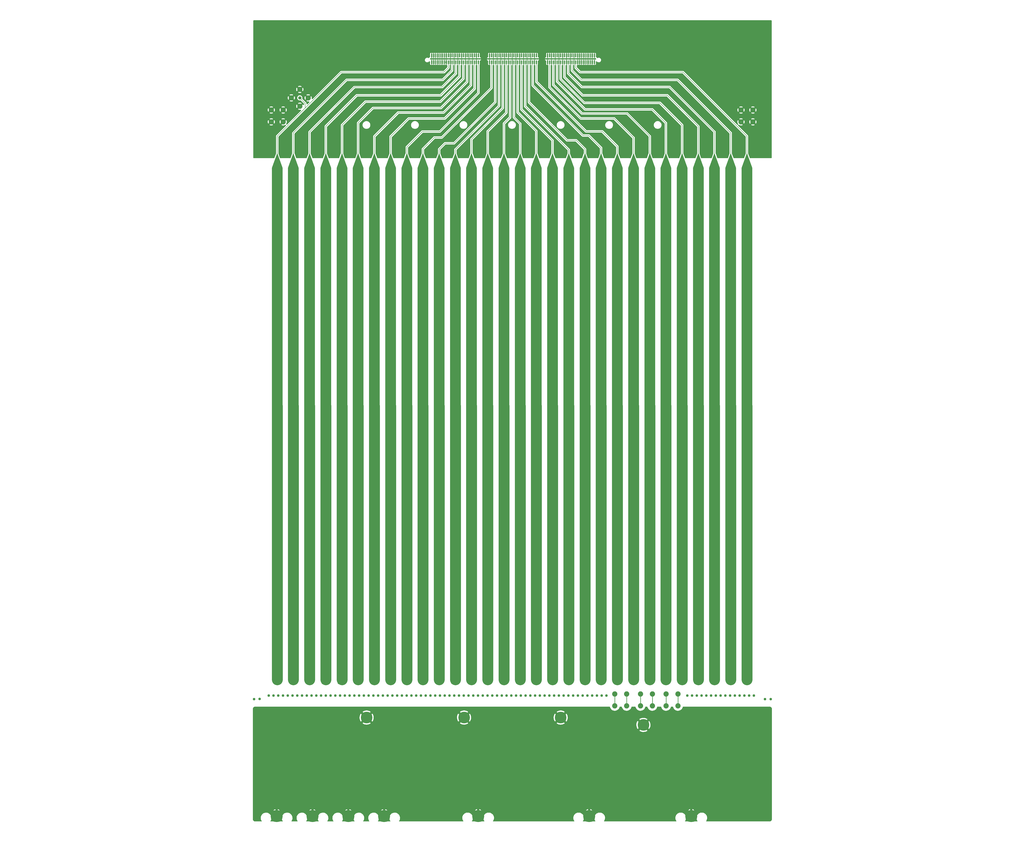
<source format=gbr>
G04 #@! TF.GenerationSoftware,KiCad,Pcbnew,(6.0.4-0)*
G04 #@! TF.CreationDate,2023-02-17T12:35:32-08:00*
G04 #@! TF.ProjectId,stripline_anode,73747269-706c-4696-9e65-5f616e6f6465,1a*
G04 #@! TF.SameCoordinates,Original*
G04 #@! TF.FileFunction,Copper,L1,Top*
G04 #@! TF.FilePolarity,Positive*
%FSLAX46Y46*%
G04 Gerber Fmt 4.6, Leading zero omitted, Abs format (unit mm)*
G04 Created by KiCad (PCBNEW (6.0.4-0)) date 2023-02-17 12:35:32*
%MOMM*%
%LPD*%
G01*
G04 APERTURE LIST*
G04 Aperture macros list*
%AMRoundRect*
0 Rectangle with rounded corners*
0 $1 Rounding radius*
0 $2 $3 $4 $5 $6 $7 $8 $9 X,Y pos of 4 corners*
0 Add a 4 corners polygon primitive as box body*
4,1,4,$2,$3,$4,$5,$6,$7,$8,$9,$2,$3,0*
0 Add four circle primitives for the rounded corners*
1,1,$1+$1,$2,$3*
1,1,$1+$1,$4,$5*
1,1,$1+$1,$6,$7*
1,1,$1+$1,$8,$9*
0 Add four rect primitives between the rounded corners*
20,1,$1+$1,$2,$3,$4,$5,0*
20,1,$1+$1,$4,$5,$6,$7,0*
20,1,$1+$1,$6,$7,$8,$9,0*
20,1,$1+$1,$8,$9,$2,$3,0*%
%AMFreePoly0*
4,1,43,101.600816,2.314662,101.601697,2.314703,108.001698,0.004703,108.001879,0.004538,108.002126,0.004527,108.003274,0.003267,108.004527,0.002125,108.004538,0.001879,108.004703,0.001698,108.004625,0.000000,108.004703,-0.001698,108.004538,-0.001879,108.004527,-0.002125,108.003274,-0.003267,108.002126,-0.004527,108.001879,-0.004538,108.001698,-0.004703,101.601697,-2.314703,101.600816,-2.314662,101.600000,-2.315000,
-101.600000,-2.315000,-101.600815,-2.314662,-101.601697,-2.314703,-108.001697,-0.004703,-108.001879,-0.004537,-108.002126,-0.004526,-108.003270,-0.003270,-108.004526,-0.002126,-108.004537,-0.001879,-108.004703,-0.001697,-108.004624,0.000000,-108.004703,0.001697,-108.004537,0.001879,-108.004526,0.002126,-108.003270,0.003270,-108.002126,0.004526,-108.001879,0.004537,-108.001697,0.004703,-101.601697,2.314703,-101.600815,2.314662,
-101.600000,2.315000,101.600000,2.315000,101.600816,2.314662,101.600816,2.314662,$1*%
G04 Aperture macros list end*
G04 #@! TA.AperFunction,SMDPad,CuDef*
%ADD10FreePoly0,90.000000*%
G04 #@! TD*
G04 #@! TA.AperFunction,SMDPad,CuDef*
%ADD11R,0.500000X1.500000*%
G04 #@! TD*
G04 #@! TA.AperFunction,SMDPad,CuDef*
%ADD12R,3.280000X0.510000*%
G04 #@! TD*
G04 #@! TA.AperFunction,SMDPad,CuDef*
%ADD13R,13.150000X0.510000*%
G04 #@! TD*
G04 #@! TA.AperFunction,SMDPad,CuDef*
%ADD14C,1.371600*%
G04 #@! TD*
G04 #@! TA.AperFunction,ComponentPad*
%ADD15C,2.250000*%
G04 #@! TD*
G04 #@! TA.AperFunction,ComponentPad*
%ADD16C,5.000000*%
G04 #@! TD*
G04 #@! TA.AperFunction,SMDPad,CuDef*
%ADD17RoundRect,1.968504X0.531496X-0.531496X0.531496X0.531496X-0.531496X0.531496X-0.531496X-0.531496X0*%
G04 #@! TD*
G04 #@! TA.AperFunction,ViaPad*
%ADD18C,1.110000*%
G04 #@! TD*
G04 #@! TA.AperFunction,Conductor*
%ADD19C,0.250000*%
G04 #@! TD*
G04 #@! TA.AperFunction,Conductor*
%ADD20C,0.200000*%
G04 #@! TD*
G04 #@! TA.AperFunction,Conductor*
%ADD21C,4.630000*%
G04 #@! TD*
G04 APERTURE END LIST*
D10*
X360883500Y-237837250D03*
X374723500Y-237837250D03*
X367803500Y-237837250D03*
X347043500Y-237837250D03*
X333203500Y-237837250D03*
X194803500Y-237837250D03*
X326283500Y-237837250D03*
X222483500Y-237837250D03*
X201723500Y-237837250D03*
X284763500Y-237837250D03*
X270923500Y-237837250D03*
X208643500Y-237837250D03*
X257083500Y-237837250D03*
X180963500Y-237837250D03*
X264003500Y-237837250D03*
X187883500Y-237837250D03*
X312443500Y-237837250D03*
X305523500Y-237837250D03*
X236323500Y-237837250D03*
X250163500Y-237837250D03*
X298603500Y-237837250D03*
X215563500Y-237837250D03*
X319363500Y-237837250D03*
X291683500Y-237837250D03*
X277843500Y-237837250D03*
X243243500Y-237837250D03*
X229403500Y-237837250D03*
X174043500Y-237837250D03*
X353963500Y-237837250D03*
X340123500Y-237837250D03*
D11*
X239983550Y-88142080D03*
X239983550Y-90992080D03*
X240783550Y-88142080D03*
X240783550Y-90992080D03*
X241583550Y-88142080D03*
X241583550Y-90992080D03*
X242383550Y-88142080D03*
X242383550Y-90992080D03*
X243183550Y-88142080D03*
X243183550Y-90992080D03*
X243983550Y-88142080D03*
X243983550Y-90992080D03*
X244783550Y-88142080D03*
X244783550Y-90992080D03*
X245583550Y-88142080D03*
X245583550Y-90992080D03*
X246383550Y-88142080D03*
X246383550Y-90992080D03*
X247183550Y-88142080D03*
X247183550Y-90992080D03*
X247983550Y-88142080D03*
X247983550Y-90992080D03*
X248783550Y-88142080D03*
X248783550Y-90992080D03*
X249583550Y-88142080D03*
X249583550Y-90992080D03*
X250383550Y-88142080D03*
X250383550Y-90992080D03*
X251183550Y-88142080D03*
X251183550Y-90992080D03*
X251983550Y-88142080D03*
X251983550Y-90992080D03*
X252783550Y-88142080D03*
X252783550Y-90992080D03*
X253583550Y-88142080D03*
X253583550Y-90992080D03*
X254383550Y-88142080D03*
X254383550Y-90992080D03*
X255183550Y-88142080D03*
X255183550Y-90992080D03*
X255983550Y-88142080D03*
X255983550Y-90992080D03*
X256783550Y-88142080D03*
X256783550Y-90992080D03*
X257583550Y-88142080D03*
X257583550Y-90992080D03*
X258383550Y-88142080D03*
X258383550Y-90992080D03*
X259183550Y-88142080D03*
X259183550Y-90992080D03*
X259983550Y-88142080D03*
X259983550Y-90992080D03*
X264783550Y-88142080D03*
X264783550Y-90992080D03*
X265583550Y-88142080D03*
X265583550Y-90992080D03*
X266383550Y-88142080D03*
X266383550Y-90992080D03*
X267183550Y-88142080D03*
X267183550Y-90992080D03*
X267983550Y-88142080D03*
X267983550Y-90992080D03*
X268783550Y-88142080D03*
X268783550Y-90992080D03*
X269583550Y-88142080D03*
X269583550Y-90992080D03*
X270383550Y-88142080D03*
X270383550Y-90992080D03*
X271183550Y-88142080D03*
X271183550Y-90992080D03*
X271983550Y-88142080D03*
X271983550Y-90992080D03*
X272783550Y-88142080D03*
X272783550Y-90992080D03*
X273583550Y-88142080D03*
X273583550Y-90992080D03*
X274383550Y-88142080D03*
X274383550Y-90992080D03*
X275183550Y-88142080D03*
X275183550Y-90992080D03*
X275983550Y-88142080D03*
X275983550Y-90992080D03*
X276783550Y-88142080D03*
X276783550Y-90992080D03*
X277583550Y-88142080D03*
X277583550Y-90992080D03*
X278383550Y-88142080D03*
X278383550Y-90992080D03*
X279183550Y-88142080D03*
X279183550Y-90992080D03*
X279983550Y-88142080D03*
X279983550Y-90992080D03*
X280783550Y-88142080D03*
X280783550Y-90992080D03*
X281583550Y-88142080D03*
X281583550Y-90992080D03*
X282383550Y-88142080D03*
X282383550Y-90992080D03*
X283183550Y-88142080D03*
X283183550Y-90992080D03*
X283983550Y-88142080D03*
X283983550Y-90992080D03*
X284783550Y-88142080D03*
X284783550Y-90992080D03*
X289583550Y-88142080D03*
X289583550Y-90992080D03*
X290383550Y-88142080D03*
X290383550Y-90992080D03*
X291183550Y-88142080D03*
X291183550Y-90992080D03*
X291983550Y-88142080D03*
X291983550Y-90992080D03*
X292783550Y-88142080D03*
X292783550Y-90992080D03*
X293583550Y-88142080D03*
X293583550Y-90992080D03*
X294383550Y-88142080D03*
X294383550Y-90992080D03*
X295183550Y-88142080D03*
X295183550Y-90992080D03*
X295983550Y-88142080D03*
X295983550Y-90992080D03*
X296783550Y-88142080D03*
X296783550Y-90992080D03*
X297583550Y-88142080D03*
X297583550Y-90992080D03*
X298383550Y-88142080D03*
X298383550Y-90992080D03*
X299183550Y-88142080D03*
X299183550Y-90992080D03*
X299983550Y-88142080D03*
X299983550Y-90992080D03*
X300783550Y-88142080D03*
X300783550Y-90992080D03*
X301583550Y-88142080D03*
X301583550Y-90992080D03*
X302383550Y-88142080D03*
X302383550Y-90992080D03*
X303183550Y-88142080D03*
X303183550Y-90992080D03*
X303983550Y-88142080D03*
X303983550Y-90992080D03*
X304783550Y-88142080D03*
X304783550Y-90992080D03*
X305583550Y-88142080D03*
X305583550Y-90992080D03*
X306383550Y-88142080D03*
X306383550Y-90992080D03*
X307183550Y-88142080D03*
X307183550Y-90992080D03*
X307983550Y-88142080D03*
X307983550Y-90992080D03*
X308783550Y-88142080D03*
X308783550Y-90992080D03*
X309583550Y-88142080D03*
X309583550Y-90992080D03*
D12*
X240918550Y-89567080D03*
D13*
X249983550Y-89567080D03*
D12*
X259048550Y-89567080D03*
X265718550Y-89567080D03*
D13*
X274783550Y-89567080D03*
D12*
X283848550Y-89567080D03*
X290518550Y-89567080D03*
D13*
X299583550Y-89567080D03*
D12*
X308648550Y-89567080D03*
D14*
X183693500Y-106220500D03*
D15*
X180101398Y-106220500D03*
X183693500Y-102628398D03*
X183693500Y-109812602D03*
X187285602Y-106220500D03*
D16*
X295143500Y-370995500D03*
D17*
X204426832Y-413101500D03*
X350943500Y-413076500D03*
X189110166Y-413101500D03*
D15*
X340168500Y-360880500D03*
X345248500Y-365960500D03*
X340168500Y-365960500D03*
X345248500Y-360880500D03*
D17*
X259893500Y-413076500D03*
X307318500Y-413076500D03*
D15*
X329223500Y-360880500D03*
X329223500Y-365960500D03*
X334303500Y-365960500D03*
X334303500Y-360880500D03*
X171528500Y-116485500D03*
X171528500Y-111405500D03*
X176608500Y-116485500D03*
X176608500Y-111405500D03*
D17*
X219743500Y-413101500D03*
D15*
X318278500Y-365960500D03*
X318278500Y-360880500D03*
X323358500Y-360880500D03*
X323358500Y-365960500D03*
D17*
X173793500Y-413101500D03*
D16*
X330493500Y-374145500D03*
X212243500Y-370995500D03*
D15*
X377283500Y-116485500D03*
X372203500Y-111405500D03*
X372203500Y-116485500D03*
X377283500Y-111405500D03*
D16*
X253868500Y-370995500D03*
D18*
X260341500Y-128744250D03*
X249673500Y-361607100D03*
X253737500Y-361607100D03*
X263897500Y-361607100D03*
X267961500Y-361607100D03*
X231385500Y-361607100D03*
X239513500Y-361607100D03*
X255769500Y-361607100D03*
X265929500Y-361607100D03*
X245609500Y-361607100D03*
X259833500Y-361607100D03*
X241545500Y-361607100D03*
X251705500Y-361607100D03*
X233417500Y-361607100D03*
X227321500Y-361607100D03*
X269993500Y-361607100D03*
X223257500Y-361607100D03*
X229353500Y-361607100D03*
X261865500Y-361607100D03*
X257801500Y-361607100D03*
X237481500Y-361607100D03*
X243577500Y-361607100D03*
X247641500Y-361607100D03*
X235449500Y-361607100D03*
X225289500Y-361607100D03*
X221225500Y-361607100D03*
X198873500Y-76623450D03*
X330953500Y-76623450D03*
X349241500Y-76623450D03*
X337049500Y-76623450D03*
X326889500Y-76623450D03*
X373625500Y-76623450D03*
X202937500Y-76623450D03*
X213097500Y-76623450D03*
X371593500Y-76623450D03*
X345177500Y-76623450D03*
X322825500Y-76623450D03*
X217161500Y-76623450D03*
X324857500Y-76623450D03*
X363465500Y-76623450D03*
X375657500Y-76623450D03*
X359401500Y-76623450D03*
X180585500Y-76623450D03*
X339081500Y-76623450D03*
X188713500Y-76623450D03*
X204969500Y-76623450D03*
X215129500Y-76623450D03*
X194809500Y-76623450D03*
X209033500Y-76623450D03*
X190745500Y-76623450D03*
X200905500Y-76623450D03*
X182617500Y-76623450D03*
X176521500Y-76623450D03*
X219193500Y-76623450D03*
X377689500Y-76623450D03*
X253737500Y-76623450D03*
X267961500Y-76623450D03*
X263897500Y-76623450D03*
X231385500Y-76623450D03*
X239513500Y-76623450D03*
X265929500Y-76623450D03*
X245609500Y-76623450D03*
X255769500Y-76623450D03*
X249673500Y-76623450D03*
X172457500Y-76623450D03*
X178553500Y-76623450D03*
X211065500Y-76623450D03*
X207001500Y-76623450D03*
X259833500Y-76623450D03*
X186681500Y-76623450D03*
X192777500Y-76623450D03*
X241545500Y-76623450D03*
X196841500Y-76623450D03*
X251705500Y-76623450D03*
X184649500Y-76623450D03*
X233417500Y-76623450D03*
X227321500Y-76623450D03*
X269993500Y-76623450D03*
X314697500Y-76623450D03*
X257801500Y-76623450D03*
X290313500Y-76623450D03*
X296409500Y-76623450D03*
X300473500Y-76623450D03*
X280153500Y-76623450D03*
X229353500Y-76623450D03*
X316729500Y-76623450D03*
X288281500Y-76623450D03*
X235449500Y-76623450D03*
X318761500Y-76623450D03*
X310633500Y-76623450D03*
X320793500Y-76623450D03*
X223257500Y-76623450D03*
X312665500Y-76623450D03*
X306569500Y-76623450D03*
X237481500Y-76623450D03*
X284217500Y-76623450D03*
X298441500Y-76623450D03*
X286249500Y-76623450D03*
X261865500Y-76623450D03*
X247641500Y-76623450D03*
X304537500Y-76623450D03*
X282185500Y-76623450D03*
X292345500Y-76623450D03*
X302505500Y-76623450D03*
X308601500Y-76623450D03*
X225289500Y-76623450D03*
X243577500Y-76623450D03*
X278121500Y-76623450D03*
X274057500Y-76623450D03*
X294377500Y-76623450D03*
X276089500Y-76623450D03*
X221225500Y-76623450D03*
X361433500Y-76623450D03*
X351273500Y-76623450D03*
X272025500Y-76623450D03*
X174489500Y-76623450D03*
X369561500Y-76623450D03*
X332985500Y-76623450D03*
X341113500Y-76623450D03*
X367529500Y-76623450D03*
X365497500Y-76623450D03*
X357369500Y-76623450D03*
X355337500Y-76623450D03*
X347209500Y-76623450D03*
X353305500Y-76623450D03*
X343145500Y-76623450D03*
X335017500Y-76623450D03*
X328921500Y-76623450D03*
X170425500Y-76623450D03*
X384893500Y-363120500D03*
X196841500Y-361607100D03*
X371593500Y-361607100D03*
X300473500Y-361607100D03*
X188713500Y-361607100D03*
X343543500Y-128744250D03*
X274057500Y-128744250D03*
X174489500Y-361607100D03*
X176521500Y-361607100D03*
X202937500Y-361607100D03*
X329429500Y-128744250D03*
X364481500Y-128744250D03*
X169917500Y-128744250D03*
X371085500Y-128744250D03*
X184649500Y-361607100D03*
X164143500Y-363095500D03*
X184649500Y-128744250D03*
X298441500Y-361607100D03*
X301997500Y-128744250D03*
X282185500Y-361607100D03*
X281169500Y-128744250D03*
X309109500Y-128744250D03*
X292345500Y-361607100D03*
X375657500Y-361607100D03*
X253737500Y-128744250D03*
X218685500Y-128744250D03*
X378705500Y-128744250D03*
X172457500Y-361607100D03*
X382468500Y-363120500D03*
X246625500Y-128744250D03*
X276089500Y-361607100D03*
X377689500Y-361607100D03*
X357369500Y-128744250D03*
X363465500Y-361607100D03*
X310633500Y-361607100D03*
X314697500Y-361607100D03*
X180585500Y-361607100D03*
X367529500Y-361607100D03*
X284217500Y-361607100D03*
X288168500Y-128720500D03*
X355337500Y-361607100D03*
X198873500Y-361607100D03*
X226305500Y-128744250D03*
X286249500Y-361607100D03*
X353305500Y-361607100D03*
X359401500Y-361607100D03*
X296409500Y-361607100D03*
X295393500Y-128744250D03*
X322825500Y-128744250D03*
X186681500Y-361607100D03*
X232909500Y-128744250D03*
X304537500Y-361607100D03*
X306569500Y-361607100D03*
X315713500Y-128744250D03*
X350765500Y-128744250D03*
X369561500Y-361607100D03*
X204969500Y-361607100D03*
X373625500Y-361607100D03*
X280153500Y-361607100D03*
X365497500Y-361607100D03*
X349241500Y-361607100D03*
X212081500Y-128744250D03*
X357369500Y-361607100D03*
X213097500Y-361607100D03*
X294377500Y-361607100D03*
X209033500Y-361607100D03*
X219193500Y-361607100D03*
X302505500Y-361607100D03*
X207001500Y-361607100D03*
X200905500Y-361607100D03*
X198365500Y-128744250D03*
X336541500Y-128744250D03*
X190745500Y-361607100D03*
X267453500Y-128744250D03*
X166518500Y-363070500D03*
X308601500Y-361607100D03*
X361433500Y-361607100D03*
X191253500Y-128744250D03*
X182617500Y-361607100D03*
X170425500Y-361607100D03*
X351273500Y-361607100D03*
X215129500Y-361607100D03*
X177537500Y-128744250D03*
X211065500Y-361607100D03*
X288281500Y-361607100D03*
X217161500Y-361607100D03*
X274057500Y-361607100D03*
X192777500Y-361607100D03*
X178553500Y-361607100D03*
X290313500Y-361607100D03*
X272025500Y-361607100D03*
X240021500Y-128744250D03*
X312665500Y-361607100D03*
X194809500Y-361607100D03*
X204969500Y-128744250D03*
X278121500Y-361607100D03*
X175323500Y-356146100D03*
X172758100Y-356120700D03*
X179666900Y-356120700D03*
X182257700Y-356120700D03*
X186575700Y-356120700D03*
X189166500Y-356120700D03*
X196100700Y-356146100D03*
X193509900Y-356146100D03*
X200418700Y-356146100D03*
X203034900Y-356120700D03*
X207352900Y-356120700D03*
X209943700Y-356120700D03*
X214261700Y-356120700D03*
X216852500Y-356120700D03*
X221195900Y-356095300D03*
X223761300Y-356120700D03*
X228130100Y-356120700D03*
X230695500Y-356095300D03*
X235038900Y-356120700D03*
X237604300Y-356146100D03*
X244538500Y-356120700D03*
X241947700Y-356120700D03*
X251447300Y-356120700D03*
X248856500Y-356120700D03*
X258330700Y-356095300D03*
X255816100Y-356120700D03*
X265290300Y-356146100D03*
X262724900Y-356120700D03*
X269633700Y-356120700D03*
X272199100Y-356095300D03*
X276542500Y-356120700D03*
X279133300Y-356120700D03*
X283451300Y-356120700D03*
X286042100Y-356120700D03*
X292976300Y-356095300D03*
X290410900Y-356120700D03*
X299910500Y-356120700D03*
X297319700Y-356120700D03*
X306819300Y-356120700D03*
X304228500Y-356120700D03*
X311137300Y-356120700D03*
X313728100Y-356120700D03*
X318046100Y-356120700D03*
X320662300Y-356095300D03*
X327596500Y-356120700D03*
X325005700Y-356120700D03*
X331914500Y-356120700D03*
X334505300Y-356120700D03*
X341414100Y-356120700D03*
X338823300Y-356120700D03*
X345732100Y-356120700D03*
X348322900Y-356120700D03*
X355257100Y-356095300D03*
X352666300Y-356095300D03*
X362191300Y-356120700D03*
X359600500Y-356120700D03*
X369100100Y-356120700D03*
X366509300Y-356120700D03*
X373418100Y-356120700D03*
X376008900Y-356120700D03*
X352118500Y-379645500D03*
X378468500Y-388345500D03*
X305818500Y-379695500D03*
X228443500Y-382120500D03*
X186493500Y-379145500D03*
X359443500Y-380370500D03*
X311043500Y-380395500D03*
X263018500Y-379720500D03*
X266268500Y-380370500D03*
X226118500Y-382120500D03*
X222885168Y-381395500D03*
X307960168Y-379670500D03*
X354243500Y-379670500D03*
X184168500Y-379145500D03*
X258618500Y-379720500D03*
X260768500Y-379720500D03*
X349843500Y-379670500D03*
X220743500Y-381395500D03*
X177293500Y-369420500D03*
X378468500Y-393720500D03*
X345943500Y-380945500D03*
X378468500Y-396045500D03*
X178793500Y-379195500D03*
X357118500Y-380370500D03*
X268593500Y-380370500D03*
X378468500Y-390670500D03*
X372393500Y-370070500D03*
X177293500Y-367095500D03*
X372393500Y-367745500D03*
X313368500Y-380395500D03*
X303560168Y-379670500D03*
X218485168Y-381395500D03*
X176468500Y-379195500D03*
D19*
X293583550Y-88142070D02*
X293583550Y-85033200D01*
X283983550Y-88142070D02*
X283983550Y-84750300D01*
X239983550Y-90992070D02*
X239983550Y-93328300D01*
X254383550Y-88142070D02*
X254383550Y-85117200D01*
X305583550Y-88142070D02*
X305583550Y-86114200D01*
X302383550Y-88142070D02*
X302383550Y-92799800D01*
X265583550Y-88142070D02*
X265583550Y-86299700D01*
X268783550Y-86592200D02*
X269557500Y-85818250D01*
X249583550Y-88142070D02*
X249583550Y-93149300D01*
X264783550Y-88142070D02*
X264783550Y-93259200D01*
X291983550Y-88142070D02*
X291983550Y-84410700D01*
X303183550Y-88142070D02*
X303183550Y-92964800D01*
X242383550Y-92037200D02*
X242383550Y-90992070D01*
X271983550Y-86376700D02*
X272542000Y-85818250D01*
X254383550Y-88142070D02*
X254383550Y-93435700D01*
X243183550Y-88142070D02*
X243183550Y-90992070D01*
X297583550Y-88142070D02*
X297583550Y-85033700D01*
X265583550Y-86299700D02*
X265684000Y-86199250D01*
X295983550Y-88142070D02*
X295983550Y-93638800D01*
X275183550Y-88142070D02*
X275183550Y-85526200D01*
X272783550Y-88142070D02*
X272783550Y-93425800D01*
X274383550Y-88142070D02*
X274383550Y-93438200D01*
X246383550Y-88142070D02*
X246383550Y-90992070D01*
X244783550Y-88142070D02*
X244783550Y-90992070D01*
X243983550Y-88142070D02*
X243983550Y-90992070D01*
X329223500Y-365960500D02*
X329223500Y-360880500D01*
X247983550Y-88142070D02*
X247983550Y-85929200D01*
X264783550Y-88142070D02*
X264783550Y-85766200D01*
X246383550Y-90992070D02*
X246383550Y-92609200D01*
X307983550Y-88142070D02*
X307983550Y-93683700D01*
X252783550Y-85701200D02*
X253583550Y-86501200D01*
X296783550Y-88142070D02*
X296783550Y-85008200D01*
X280783550Y-88142070D02*
X280783550Y-84879200D01*
X242383550Y-86076300D02*
X241583550Y-86876300D01*
X245583550Y-88142070D02*
X245583550Y-90992070D01*
X241583550Y-88142070D02*
X241583550Y-90992070D01*
X243983550Y-85865200D02*
X243183550Y-86665200D01*
X249583550Y-85345200D02*
X250383550Y-86145200D01*
X281583550Y-88142070D02*
X281583550Y-85222200D01*
X307983550Y-88142070D02*
X307983550Y-84222200D01*
X257583550Y-90992070D02*
X257583550Y-89992070D01*
X271183550Y-88142070D02*
X271183550Y-93476800D01*
X308783550Y-88142070D02*
X308783550Y-84692200D01*
X318278500Y-365960500D02*
X318278500Y-360880500D01*
X244783550Y-93048300D02*
X245583550Y-92248300D01*
X258383550Y-86273200D02*
X258383550Y-88142070D01*
X275983550Y-88142070D02*
X275983550Y-93552700D01*
X243983550Y-88142070D02*
X243983550Y-85865200D01*
X252783550Y-88142070D02*
X252783550Y-85701200D01*
X291183550Y-88142070D02*
X291183550Y-85972700D01*
X272783550Y-88142070D02*
X272783550Y-86084700D01*
X304783550Y-88142070D02*
X304783550Y-93231300D01*
X243183550Y-93269200D02*
X243983550Y-92469200D01*
X268783550Y-88142070D02*
X268783550Y-86592200D01*
X289583550Y-88142070D02*
X289583550Y-90992070D01*
X247983550Y-88142070D02*
X247983550Y-93168200D01*
X267183550Y-86033200D02*
X267983550Y-86833200D01*
X245583550Y-88142070D02*
X245583550Y-85789200D01*
X323358500Y-365960500D02*
X323358500Y-360880500D01*
X277583550Y-88142070D02*
X277583550Y-93857700D01*
X254383550Y-85117200D02*
X255183550Y-85917200D01*
X267183550Y-88142070D02*
X267183550Y-86033200D01*
X303983550Y-88142070D02*
X303983550Y-84539200D01*
X279183550Y-88142070D02*
X279183550Y-85590200D01*
X251983550Y-86069200D02*
X251983550Y-88142070D01*
X242383550Y-88142070D02*
X242383550Y-86076300D01*
X267983550Y-88142070D02*
X267983550Y-93488200D01*
X282383550Y-88142070D02*
X282383550Y-93818300D01*
X257583550Y-90992070D02*
X257583550Y-94109200D01*
X247983550Y-85929200D02*
X248783550Y-86729200D01*
X275983550Y-88142070D02*
X275983550Y-85615200D01*
X266255500Y-86199250D02*
X266383550Y-86327300D01*
X345248500Y-365960500D02*
X345248500Y-360880500D01*
X259183550Y-88142070D02*
X259183550Y-90992070D01*
X306383550Y-88142070D02*
X306383550Y-85250700D01*
X300783550Y-88142070D02*
X300783550Y-93073200D01*
X241583550Y-90992070D02*
X241583550Y-92837200D01*
X243983550Y-92469200D02*
X243983550Y-90992070D01*
X294383550Y-88142070D02*
X294383550Y-85122200D01*
X248783550Y-86729200D02*
X248783550Y-88142070D01*
X276783550Y-88142070D02*
X276783550Y-85069200D01*
X243183550Y-86665200D02*
X243183550Y-88142070D01*
X259983550Y-85689200D02*
X259983550Y-88142070D01*
X301583550Y-88142070D02*
X301583550Y-85478700D01*
X306383550Y-88142070D02*
X306383550Y-93688300D01*
X283983550Y-88142070D02*
X283983550Y-92941800D01*
X300783550Y-88142070D02*
X300783550Y-84437200D01*
X266383550Y-88142070D02*
X266383550Y-93437200D01*
X309583550Y-88142070D02*
X309583550Y-93417200D01*
X270383550Y-86452700D02*
X270954500Y-85881750D01*
X289583550Y-88142070D02*
X289583550Y-86874200D01*
X257583550Y-85473200D02*
X258383550Y-86273200D01*
X239983550Y-93328300D02*
X240783550Y-92528300D01*
X297583550Y-88142070D02*
X297583550Y-93587800D01*
X242383550Y-88142070D02*
X242383550Y-90992070D01*
X292783550Y-88142070D02*
X292783550Y-93232800D01*
X303183550Y-88142070D02*
X303183550Y-85085200D01*
X245583550Y-85789200D02*
X244783550Y-86589200D01*
X270383550Y-88142070D02*
X270383550Y-86452700D01*
X269583550Y-88142070D02*
X269583550Y-93475700D01*
X246383550Y-88142070D02*
X246383550Y-85497200D01*
X245583550Y-92248300D02*
X245583550Y-90992070D01*
X246383550Y-90992070D02*
X245583550Y-90992070D01*
X307183550Y-88142070D02*
X307183550Y-84577700D01*
X270954500Y-85881750D02*
X271183550Y-86110800D01*
X241583550Y-92837200D02*
X242383550Y-92037200D01*
X240783550Y-85492300D02*
X239983550Y-86292300D01*
X240783550Y-88142070D02*
X240783550Y-85492300D01*
X291183550Y-88142070D02*
X291183550Y-93347300D01*
X252783550Y-88142070D02*
X252783550Y-93174300D01*
X239983550Y-86292300D02*
X239983550Y-88142070D01*
X266383550Y-86327300D02*
X266383550Y-88142070D01*
X265684000Y-86199250D02*
X266255500Y-86199250D01*
X294383550Y-88142070D02*
X294383550Y-93689800D01*
X298383550Y-88142070D02*
X298383550Y-84868700D01*
X251183550Y-85269200D02*
X251983550Y-86069200D01*
X340168500Y-365960500D02*
X340168500Y-360880500D01*
X251183550Y-88142070D02*
X251183550Y-85269200D01*
X259183550Y-90992070D02*
X259183550Y-94049800D01*
X240783550Y-92528300D02*
X240783550Y-90992070D01*
X257583550Y-88142070D02*
X257583550Y-85473200D01*
X279983550Y-88142070D02*
X279983550Y-85234700D01*
X302383550Y-88142070D02*
X302383550Y-85123200D01*
X271983550Y-88142070D02*
X271983550Y-86376700D01*
X283183550Y-88142070D02*
X283183550Y-85717700D01*
X280783550Y-88142070D02*
X280783550Y-93424800D01*
X284783550Y-88142070D02*
X284783550Y-84216800D01*
X255183550Y-85917200D02*
X255183550Y-88142070D01*
X249583550Y-88142070D02*
X249583550Y-85345200D01*
X259183550Y-84889200D02*
X259983550Y-85689200D01*
X267983550Y-86833200D02*
X267983550Y-88142070D01*
X271183550Y-86110800D02*
X271183550Y-88142070D01*
X273583550Y-88142070D02*
X273583550Y-86427700D01*
X279183550Y-88142070D02*
X279183550Y-93475800D01*
X255983550Y-85452300D02*
X256783550Y-86252300D01*
X241583550Y-86876300D02*
X241583550Y-88142070D01*
X295983550Y-88142070D02*
X295983550Y-84601700D01*
X269557500Y-85818250D02*
X269583550Y-85844300D01*
X334303500Y-365960500D02*
X334303500Y-360880500D01*
X257583550Y-89992070D02*
X257583550Y-88142070D01*
X295183550Y-88142070D02*
X295183550Y-84893700D01*
X250383550Y-86145200D02*
X250383550Y-88142070D01*
X308783550Y-88142070D02*
X308783550Y-93421300D01*
X246383550Y-85497200D02*
X247183550Y-86297200D01*
X240783550Y-88142070D02*
X240783550Y-90992070D01*
X309583550Y-88142070D02*
X309583550Y-84188300D01*
X289583550Y-90992070D02*
X289583550Y-93287700D01*
X299183550Y-88142070D02*
X299183550Y-93473300D01*
X253583550Y-86501200D02*
X253583550Y-88142070D01*
X303983550Y-88142070D02*
X303983550Y-93129800D01*
X277583550Y-88142070D02*
X277583550Y-85285200D01*
X299983550Y-88142070D02*
X299983550Y-85173700D01*
X255983550Y-88142070D02*
X255983550Y-85452300D01*
X292783550Y-88142070D02*
X292783550Y-84817200D01*
X251183550Y-88142070D02*
X251183550Y-92844300D01*
X255983550Y-88142070D02*
X255983550Y-93994700D01*
X247183550Y-86297200D02*
X247183550Y-88142070D01*
X244783550Y-90992070D02*
X244783550Y-93048300D01*
X256783550Y-86252300D02*
X256783550Y-88142070D01*
X282383550Y-88142070D02*
X282383550Y-84739700D01*
X239983550Y-88142070D02*
X239983550Y-90992070D01*
X304783550Y-88142070D02*
X304783550Y-85199700D01*
X290383550Y-88142070D02*
X290383550Y-85756700D01*
X278383550Y-88142070D02*
X278383550Y-85247200D01*
X259183550Y-88142070D02*
X259183550Y-84889200D01*
X269583550Y-85844300D02*
X269583550Y-88142070D01*
X307183550Y-88142070D02*
X307183550Y-93472300D01*
X244783550Y-86589200D02*
X244783550Y-88142070D01*
X299183550Y-88142070D02*
X299183550Y-84767200D01*
X305583550Y-88142070D02*
X305583550Y-93396300D01*
X274383550Y-88142070D02*
X274383550Y-85691300D01*
X243183550Y-90992070D02*
X243183550Y-93269200D01*
X174043500Y-354866100D02*
X175323500Y-356146100D01*
D20*
X174043500Y-134903750D02*
X174043500Y-122582050D01*
X247183550Y-93371300D02*
X247183550Y-90992070D01*
X186049275Y-108576275D02*
X186049275Y-110576275D01*
X174043500Y-122582050D02*
X186049275Y-110576275D01*
D21*
X174043500Y-237837250D02*
X174043500Y-354821850D01*
D19*
X174043500Y-354821850D02*
X174043500Y-354866100D01*
D20*
X245300500Y-95254350D02*
X247183550Y-93371300D01*
X201371200Y-95254350D02*
X245300500Y-95254350D01*
X183693500Y-106220500D02*
X186049275Y-108576275D01*
D19*
X172656500Y-355968300D02*
X172554900Y-356019100D01*
X174028100Y-354850700D02*
X172758100Y-356120700D01*
D20*
X186049275Y-110576275D02*
X201371200Y-95254350D01*
D19*
X174028100Y-354837250D02*
X174028100Y-354850700D01*
X174043500Y-354821850D02*
X174028100Y-354837250D01*
D20*
X203657200Y-98543650D02*
X180963500Y-121237350D01*
X244754400Y-98543650D02*
X203657200Y-98543650D01*
D19*
X180963500Y-354826500D02*
X182257700Y-356120700D01*
D20*
X248783550Y-94514500D02*
X244754400Y-98543650D01*
X180963500Y-121237350D02*
X180963500Y-134903750D01*
D21*
X180963500Y-237837250D02*
X180963500Y-354821850D01*
D20*
X248783550Y-90992070D02*
X248783550Y-94514500D01*
X207022700Y-101629750D02*
X244551200Y-101629750D01*
X187883500Y-120768950D02*
X207022700Y-101629750D01*
D19*
X187883500Y-354821850D02*
X187868100Y-354837250D01*
X187883500Y-354837700D02*
X189166500Y-356120700D01*
D20*
X187883500Y-134903750D02*
X187883500Y-120768950D01*
X250383550Y-95797400D02*
X250383550Y-90992070D01*
D21*
X187883500Y-237837250D02*
X187883500Y-354821850D01*
D19*
X187883500Y-354821850D02*
X187883500Y-354837700D01*
D20*
X244551200Y-101629750D02*
X250383550Y-95797400D01*
X251983550Y-97012450D02*
X251983550Y-90992070D01*
D19*
X194803500Y-354821850D02*
X194788100Y-354837250D01*
X194803500Y-354821850D02*
X194803500Y-354852500D01*
D21*
X194803500Y-237837250D02*
X194803500Y-354821850D01*
D20*
X243848350Y-105147650D02*
X251983550Y-97012450D01*
X208038700Y-105147650D02*
X243848350Y-105147650D01*
X194803500Y-134903750D02*
X194803500Y-118382850D01*
X194803500Y-118382850D02*
X208038700Y-105147650D01*
D19*
X201723500Y-354822650D02*
X201723500Y-354841300D01*
D20*
X243725700Y-107861100D02*
X211713350Y-107861100D01*
X253583550Y-90992070D02*
X253583550Y-98003250D01*
X211713350Y-107861100D02*
X201723500Y-117850950D01*
D19*
X201723500Y-354822650D02*
X201728100Y-354827250D01*
D20*
X201723500Y-117850950D02*
X201723500Y-134903750D01*
X253583550Y-98003250D02*
X243725700Y-107861100D01*
D21*
X201723500Y-237837250D02*
X201723500Y-354822650D01*
D20*
X214972900Y-110553500D02*
X243979700Y-110553500D01*
D21*
X208643500Y-237837250D02*
X208643500Y-354822650D01*
D19*
X208643500Y-354822650D02*
X208648100Y-354827250D01*
X208643500Y-354822650D02*
X208643500Y-354830100D01*
D20*
X255183550Y-99349650D02*
X255183550Y-90992070D01*
X208643500Y-116882900D02*
X214972900Y-110553500D01*
X208643500Y-134903750D02*
X208643500Y-116882900D01*
X243979700Y-110553500D02*
X255183550Y-99349650D01*
D19*
X208643500Y-354822650D02*
X208645650Y-354822650D01*
X215563500Y-354822650D02*
X215568100Y-354827250D01*
D20*
X215563500Y-134903750D02*
X215563500Y-122662900D01*
X245148100Y-112483900D02*
X256783550Y-100848450D01*
D21*
X215563500Y-237837250D02*
X215563500Y-354822650D01*
D19*
X215563500Y-354822650D02*
X215559750Y-354822650D01*
D20*
X225742500Y-112483900D02*
X245148100Y-112483900D01*
X215563500Y-122662900D02*
X225742500Y-112483900D01*
X256783550Y-100848450D02*
X256783550Y-90992070D01*
D19*
X215559750Y-354822650D02*
X214261700Y-356120700D01*
D20*
X222483500Y-134903750D02*
X222483500Y-122753300D01*
X222483500Y-122753300D02*
X230162100Y-115074700D01*
D21*
X222483500Y-237837250D02*
X222483500Y-354822650D01*
D20*
X245605300Y-115074700D02*
X258383550Y-102296450D01*
X230162100Y-115074700D02*
X245605300Y-115074700D01*
X258383550Y-102296450D02*
X258383550Y-90992070D01*
X222488100Y-354827250D02*
X222488100Y-354847500D01*
D19*
X222483500Y-354822650D02*
X222488100Y-354827250D01*
X222483500Y-354822650D02*
X222468550Y-354822650D01*
D20*
X229408100Y-354827250D02*
X229408100Y-354842700D01*
D21*
X229403500Y-237837250D02*
X229403500Y-354822650D01*
D20*
X229403500Y-127263300D02*
X236054900Y-120611900D01*
X229408100Y-354827250D02*
X229427450Y-354827250D01*
X229403500Y-134903750D02*
X229403500Y-127263300D01*
D19*
X229403500Y-354822650D02*
X229408100Y-354827250D01*
D20*
X259983550Y-104150850D02*
X259983550Y-90992070D01*
X236054900Y-120611900D02*
X243522500Y-120611900D01*
X243522500Y-120611900D02*
X259983550Y-104150850D01*
D19*
X236323500Y-354821850D02*
X236323500Y-354836100D01*
D20*
X236308100Y-354837250D02*
X236308100Y-354849900D01*
X241185700Y-123151900D02*
X244386100Y-123151900D01*
D19*
X236323500Y-354821850D02*
X236308100Y-354837250D01*
D20*
X265583550Y-101954450D02*
X265583550Y-90992070D01*
X236323500Y-128014100D02*
X241185700Y-123151900D01*
X244386100Y-123151900D02*
X265583550Y-101954450D01*
X236323500Y-134903750D02*
X236323500Y-128014100D01*
D21*
X236323500Y-237837250D02*
X236323500Y-354821850D01*
D20*
X267183550Y-108076050D02*
X267183550Y-90992070D01*
X249618500Y-125641100D02*
X267183550Y-108076050D01*
D21*
X243243500Y-237837250D02*
X243243500Y-354822650D01*
D19*
X243243500Y-354822650D02*
X243248100Y-354827250D01*
D20*
X245757700Y-125641100D02*
X249618500Y-125641100D01*
D19*
X243243500Y-354822650D02*
X243243500Y-354824900D01*
D20*
X243243500Y-134903750D02*
X243243500Y-128155300D01*
D19*
X243243500Y-354822650D02*
X243243500Y-354825700D01*
D20*
X243243500Y-128155300D02*
X245757700Y-125641100D01*
D21*
X250163500Y-237837250D02*
X250163500Y-354822650D01*
D20*
X268783550Y-109676450D02*
X268783550Y-90992070D01*
D19*
X250163500Y-354822650D02*
X250168100Y-354827250D01*
X250163500Y-354822650D02*
X250163500Y-354836900D01*
D20*
X250163500Y-134903750D02*
X250163500Y-128296500D01*
D19*
X250163500Y-354822650D02*
X250154550Y-354822650D01*
D20*
X250163500Y-128296500D02*
X268783550Y-109676450D01*
D19*
X257083500Y-354822650D02*
X257083500Y-354853300D01*
D20*
X257083500Y-123916500D02*
X270383550Y-110616450D01*
D19*
X257083500Y-354822650D02*
X257088100Y-354827250D01*
D20*
X270383550Y-110616450D02*
X270383550Y-90992070D01*
X257083500Y-134903750D02*
X257083500Y-123916500D01*
D21*
X257083500Y-237837250D02*
X257083500Y-354822650D01*
D19*
X257088100Y-354827250D02*
X257088100Y-354852700D01*
D20*
X264003500Y-134903750D02*
X264003500Y-120476300D01*
D19*
X264003500Y-354822650D02*
X264003500Y-354842100D01*
X264003500Y-354822650D02*
X264003500Y-354859300D01*
D21*
X264003500Y-237837250D02*
X264003500Y-354822650D01*
D20*
X264003500Y-120476300D02*
X271983550Y-112496250D01*
X271983550Y-112496250D02*
X271983550Y-90992070D01*
D19*
X264003500Y-354822650D02*
X264008100Y-354827250D01*
D21*
X270923500Y-237837250D02*
X270923500Y-354822650D01*
D19*
X270923500Y-354822650D02*
X270926450Y-354822650D01*
D20*
X270923500Y-117188500D02*
X273583550Y-114528450D01*
X270923500Y-134903750D02*
X270923500Y-117188500D01*
X273583550Y-114528450D02*
X273583550Y-90992070D01*
D19*
X270923500Y-354822650D02*
X270923500Y-354830900D01*
X270923500Y-354822650D02*
X270928100Y-354827250D01*
D20*
X277843500Y-117239300D02*
X275183450Y-114579250D01*
D19*
X277843500Y-354822650D02*
X277848100Y-354827250D01*
X277843500Y-354822650D02*
X277840550Y-354822650D01*
D21*
X277843500Y-237837250D02*
X277843500Y-354822650D01*
D20*
X275183450Y-114579250D02*
X275183450Y-90979370D01*
X277843500Y-134891050D02*
X277843500Y-117239300D01*
D19*
X284763500Y-354822650D02*
X284768100Y-354827250D01*
D20*
X284763500Y-134891050D02*
X284763500Y-120400100D01*
X284763500Y-120400100D02*
X276783450Y-112420050D01*
D21*
X284763500Y-237837250D02*
X284763500Y-354822650D01*
D20*
X284768100Y-354827250D02*
X284768100Y-354846700D01*
X276783450Y-112420050D02*
X276783450Y-90979370D01*
D19*
X284763500Y-354822650D02*
X284749350Y-354822650D01*
D20*
X291683500Y-124424500D02*
X278383450Y-111124450D01*
X291683500Y-134891050D02*
X291683500Y-124424500D01*
X278383450Y-111124450D02*
X278383450Y-90979370D01*
D19*
X291683500Y-354822650D02*
X291688100Y-354827250D01*
D21*
X291683500Y-237837250D02*
X291683500Y-354822650D01*
D20*
X291688100Y-354827250D02*
X291688100Y-354843500D01*
X291688100Y-354827250D02*
X291708250Y-354827250D01*
X298603500Y-128398100D02*
X279983450Y-109778050D01*
X279983450Y-109778050D02*
X279983450Y-90979370D01*
D21*
X298603500Y-237837250D02*
X298603500Y-354821850D01*
D20*
X298603500Y-134891050D02*
X298603500Y-128398100D01*
D19*
X298603500Y-354821850D02*
X298588100Y-354837250D01*
X298603500Y-354821850D02*
X298611650Y-354821850D01*
X305523500Y-354822650D02*
X305528100Y-354827250D01*
X305523500Y-354822650D02*
X305523500Y-354825700D01*
D20*
X305523500Y-134891050D02*
X305523500Y-128104500D01*
X305523500Y-128104500D02*
X301807150Y-124388150D01*
X301807150Y-124388150D02*
X297895550Y-124388150D01*
X281583450Y-108076050D02*
X281583450Y-90979370D01*
X297895550Y-124388150D02*
X281583450Y-108076050D01*
D21*
X305523500Y-237837250D02*
X305523500Y-354822650D01*
D20*
X307179250Y-122343450D02*
X304690050Y-122343450D01*
D19*
X312443500Y-354822650D02*
X312448100Y-354827250D01*
D20*
X312448100Y-354827250D02*
X312448100Y-354840700D01*
X312443500Y-134891050D02*
X312443500Y-127607700D01*
X312443500Y-127607700D02*
X307179250Y-122343450D01*
X304690050Y-122343450D02*
X283183450Y-100836850D01*
X283183450Y-100836850D02*
X283183450Y-90979370D01*
D19*
X312443500Y-354822650D02*
X312435350Y-354822650D01*
D21*
X312443500Y-237837250D02*
X312443500Y-354822650D01*
D20*
X284783550Y-99338150D02*
X306006500Y-120561100D01*
X306006500Y-120561100D02*
X312915300Y-120561100D01*
X319368100Y-354827250D02*
X319394250Y-354827250D01*
X319363500Y-127009300D02*
X319363500Y-134891050D01*
D19*
X319363500Y-354822650D02*
X319344150Y-354822650D01*
D20*
X284783550Y-90992070D02*
X284783550Y-99338150D01*
D21*
X319363500Y-237837250D02*
X319363500Y-354822650D01*
D20*
X312915300Y-120561100D02*
X319363500Y-127009300D01*
D19*
X319363500Y-354822650D02*
X319368100Y-354827250D01*
X326283500Y-354822650D02*
X326288100Y-354827250D01*
D20*
X318046100Y-115023900D02*
X303720500Y-115023900D01*
X326283500Y-134891050D02*
X326283500Y-123261300D01*
X326288100Y-354827250D02*
X326288100Y-354838300D01*
X326283500Y-123261300D02*
X318046100Y-115023900D01*
D21*
X326283500Y-237837250D02*
X326283500Y-354822650D01*
D20*
X290383450Y-101686850D02*
X290383450Y-90979370D01*
X303720500Y-115023900D02*
X290383450Y-101686850D01*
X304228500Y-112890300D02*
X291983450Y-100645250D01*
X333208100Y-354827250D02*
X333211850Y-354827250D01*
D21*
X333203500Y-237837250D02*
X333203500Y-354822650D01*
D20*
X291983450Y-100645250D02*
X291983450Y-90979370D01*
X333203500Y-134891050D02*
X333203500Y-122561300D01*
X333203500Y-122561300D02*
X323532500Y-112890300D01*
X333208100Y-354827250D02*
X333207950Y-354827250D01*
D19*
X333203500Y-354822650D02*
X333208100Y-354827250D01*
D20*
X323532500Y-112890300D02*
X304228500Y-112890300D01*
D19*
X340123500Y-354822650D02*
X340128100Y-354827250D01*
D20*
X340123500Y-134891050D02*
X340123500Y-116984500D01*
D21*
X340123500Y-237837250D02*
X340123500Y-354822650D01*
D20*
X305579050Y-111142050D02*
X293583450Y-99146450D01*
X293583450Y-99146450D02*
X293583450Y-90979370D01*
X334281050Y-111142050D02*
X305579050Y-111142050D01*
X340123500Y-116984500D02*
X334281050Y-111142050D01*
D19*
X340128100Y-354827250D02*
X340116750Y-354827250D01*
D20*
X337566000Y-108360750D02*
X347043500Y-117838250D01*
X295183450Y-98257250D02*
X305286950Y-108360750D01*
D19*
X347043500Y-354822650D02*
X347048100Y-354827250D01*
D20*
X295183450Y-90979370D02*
X295183450Y-98257250D01*
D21*
X347043500Y-237837250D02*
X347043500Y-354822650D01*
D20*
X305286950Y-108360750D02*
X337566000Y-108360750D01*
X347048100Y-354827250D02*
X347048100Y-354845900D01*
X347043500Y-117838250D02*
X347043500Y-134891050D01*
X304533300Y-105134950D02*
X296783450Y-97385100D01*
X353963500Y-118370150D02*
X340728300Y-105134950D01*
X296783450Y-97385100D02*
X296783450Y-90979370D01*
X340728300Y-105134950D02*
X304533300Y-105134950D01*
X353963500Y-134891050D02*
X353963500Y-118370150D01*
D19*
X353963500Y-354822650D02*
X353938950Y-354822650D01*
D21*
X353963500Y-237837250D02*
X353963500Y-354822650D01*
D19*
X353963500Y-354822650D02*
X353968100Y-354827250D01*
D20*
X341744300Y-101617050D02*
X304215800Y-101617050D01*
X360883500Y-120756250D02*
X341744300Y-101617050D01*
X360883500Y-134891050D02*
X360883500Y-120756250D01*
X298383450Y-95784700D02*
X298383450Y-90979370D01*
X304215800Y-101617050D02*
X298383450Y-95784700D01*
D19*
X360883500Y-354822650D02*
X360888100Y-354827250D01*
D21*
X360883500Y-237837250D02*
X360883500Y-354822650D01*
D20*
X360888100Y-354827250D02*
X360888100Y-354833100D01*
X345109800Y-98530950D02*
X367803500Y-121224650D01*
X304012600Y-98530950D02*
X345109800Y-98530950D01*
X367803500Y-121224650D02*
X367803500Y-134891050D01*
X299983450Y-94501800D02*
X304012600Y-98530950D01*
X299983450Y-90979370D02*
X299983450Y-94501800D01*
D21*
X367803500Y-237837250D02*
X367803500Y-354822650D01*
D19*
X367803500Y-354822650D02*
X367808100Y-354827250D01*
D20*
X347395800Y-95241650D02*
X303466500Y-95241650D01*
X374723500Y-134891050D02*
X374723500Y-122569350D01*
X303466500Y-95241650D02*
X301583450Y-93358600D01*
X301583450Y-93358600D02*
X301583450Y-90979370D01*
X374723500Y-122569350D02*
X347395800Y-95241650D01*
D19*
X374723500Y-354821850D02*
X374708100Y-354837250D01*
D21*
X374723500Y-237837250D02*
X374723500Y-354821850D01*
D20*
X374708100Y-354837250D02*
X374701550Y-354837250D01*
G04 #@! TA.AperFunction,Conductor*
G36*
X259320466Y-92167736D02*
G01*
X259402546Y-92222579D01*
X259457390Y-92304657D01*
X259476650Y-92401479D01*
X259476650Y-103836090D01*
X259457392Y-103932909D01*
X259402548Y-104014988D01*
X243386637Y-120030898D01*
X243304558Y-120085742D01*
X243207739Y-120105000D01*
X236118562Y-120105000D01*
X236110245Y-120104666D01*
X236095971Y-120101436D01*
X236077981Y-120102552D01*
X236077979Y-120102552D01*
X236046359Y-120104514D01*
X236030693Y-120105000D01*
X236018499Y-120105000D01*
X236009595Y-120106275D01*
X236004837Y-120106614D01*
X235993050Y-120107821D01*
X235974958Y-120108944D01*
X235951050Y-120110427D01*
X235934097Y-120116547D01*
X235933320Y-120116708D01*
X235931514Y-120117024D01*
X235929774Y-120117592D01*
X235929009Y-120117816D01*
X235911167Y-120120371D01*
X235894759Y-120127831D01*
X235894760Y-120127831D01*
X235872856Y-120137790D01*
X235854047Y-120145446D01*
X235814477Y-120159731D01*
X235799921Y-120170365D01*
X235799241Y-120170727D01*
X235797579Y-120171546D01*
X235796057Y-120172587D01*
X235795399Y-120173008D01*
X235778988Y-120180469D01*
X235747099Y-120207947D01*
X235733378Y-120218841D01*
X235732280Y-120219781D01*
X235724393Y-120225543D01*
X235716800Y-120233136D01*
X235703051Y-120245901D01*
X235668990Y-120275250D01*
X235659684Y-120289608D01*
X235650533Y-120299403D01*
X229090086Y-126859849D01*
X229083966Y-126865497D01*
X229071589Y-126873306D01*
X229059656Y-126886818D01*
X229038683Y-126910565D01*
X229027949Y-126921986D01*
X229019328Y-126930607D01*
X229013928Y-126937811D01*
X229010792Y-126941429D01*
X229003333Y-126950591D01*
X228975472Y-126982138D01*
X228967814Y-126998449D01*
X228967374Y-126999119D01*
X228966321Y-127000618D01*
X228965489Y-127002257D01*
X228965109Y-127002951D01*
X228954302Y-127017371D01*
X228941931Y-127050371D01*
X228939532Y-127056770D01*
X228931653Y-127075470D01*
X228913764Y-127113573D01*
X228910991Y-127131384D01*
X228910764Y-127132126D01*
X228910169Y-127133877D01*
X228909831Y-127135677D01*
X228909660Y-127136453D01*
X228903333Y-127153331D01*
X228901997Y-127171306D01*
X228901997Y-127171308D01*
X228900215Y-127195291D01*
X228898218Y-127212692D01*
X228898106Y-127214135D01*
X228896600Y-127223808D01*
X228896600Y-127234557D01*
X228895904Y-127253305D01*
X228892573Y-127298132D01*
X228896144Y-127314860D01*
X228896600Y-127328252D01*
X228896600Y-129969194D01*
X228881573Y-130055088D01*
X228246122Y-131815644D01*
X228195138Y-131900174D01*
X228115686Y-131958758D01*
X228019862Y-131982479D01*
X228008149Y-131982750D01*
X223878851Y-131982750D01*
X223782032Y-131963492D01*
X223699953Y-131908648D01*
X223645109Y-131826569D01*
X223640878Y-131815644D01*
X223005427Y-130055088D01*
X222990400Y-129969194D01*
X222990400Y-123068060D01*
X223009658Y-122971241D01*
X223064502Y-122889162D01*
X228135765Y-117817900D01*
X231243277Y-117817900D01*
X231263739Y-118077898D01*
X231266058Y-118087558D01*
X231266059Y-118087563D01*
X231322303Y-118321836D01*
X231322305Y-118321842D01*
X231324622Y-118331493D01*
X231424427Y-118572443D01*
X231560695Y-118794813D01*
X231730072Y-118993128D01*
X231928387Y-119162505D01*
X232150757Y-119298773D01*
X232391707Y-119398578D01*
X232401358Y-119400895D01*
X232401364Y-119400897D01*
X232635637Y-119457141D01*
X232635642Y-119457142D01*
X232645302Y-119459461D01*
X232728129Y-119465980D01*
X232835248Y-119474410D01*
X232835251Y-119474410D01*
X232840205Y-119474800D01*
X232970395Y-119474800D01*
X232975349Y-119474410D01*
X232975352Y-119474410D01*
X233082471Y-119465980D01*
X233165298Y-119459461D01*
X233174958Y-119457142D01*
X233174963Y-119457141D01*
X233409236Y-119400897D01*
X233409242Y-119400895D01*
X233418893Y-119398578D01*
X233659843Y-119298773D01*
X233882213Y-119162505D01*
X234080528Y-118993128D01*
X234249905Y-118794813D01*
X234386173Y-118572443D01*
X234485978Y-118331493D01*
X234488295Y-118321842D01*
X234488297Y-118321836D01*
X234544541Y-118087563D01*
X234544542Y-118087558D01*
X234546861Y-118077898D01*
X234567323Y-117817900D01*
X234546861Y-117557902D01*
X234540274Y-117530464D01*
X234488297Y-117313964D01*
X234488295Y-117313958D01*
X234485978Y-117304307D01*
X234431882Y-117173707D01*
X234389979Y-117072545D01*
X234389978Y-117072543D01*
X234386173Y-117063357D01*
X234249905Y-116840987D01*
X234080528Y-116642672D01*
X233882213Y-116473295D01*
X233659843Y-116337027D01*
X233418893Y-116237222D01*
X233409242Y-116234905D01*
X233409236Y-116234903D01*
X233174963Y-116178659D01*
X233174958Y-116178658D01*
X233165298Y-116176339D01*
X233082471Y-116169820D01*
X232975352Y-116161390D01*
X232975349Y-116161390D01*
X232970395Y-116161000D01*
X232840205Y-116161000D01*
X232835251Y-116161390D01*
X232835248Y-116161390D01*
X232728129Y-116169820D01*
X232645302Y-116176339D01*
X232635642Y-116178658D01*
X232635637Y-116178659D01*
X232401364Y-116234903D01*
X232401358Y-116234905D01*
X232391707Y-116237222D01*
X232150757Y-116337027D01*
X231928387Y-116473295D01*
X231730072Y-116642672D01*
X231560695Y-116840987D01*
X231424427Y-117063357D01*
X231420622Y-117072543D01*
X231420621Y-117072545D01*
X231378718Y-117173707D01*
X231324622Y-117304307D01*
X231322305Y-117313958D01*
X231322303Y-117313964D01*
X231270326Y-117530464D01*
X231263739Y-117557902D01*
X231243277Y-117817900D01*
X228135765Y-117817900D01*
X230297963Y-115655702D01*
X230380042Y-115600858D01*
X230476861Y-115581600D01*
X245541638Y-115581600D01*
X245549955Y-115581934D01*
X245564229Y-115585164D01*
X245582219Y-115584048D01*
X245582221Y-115584048D01*
X245613841Y-115582086D01*
X245629507Y-115581600D01*
X245641701Y-115581600D01*
X245650605Y-115580325D01*
X245655363Y-115579986D01*
X245667150Y-115578779D01*
X245685242Y-115577656D01*
X245709150Y-115576173D01*
X245726103Y-115570053D01*
X245726880Y-115569892D01*
X245728686Y-115569576D01*
X245730426Y-115569008D01*
X245731191Y-115568784D01*
X245749033Y-115566229D01*
X245787344Y-115548810D01*
X245806153Y-115541154D01*
X245823679Y-115534827D01*
X245845723Y-115526869D01*
X245860279Y-115516235D01*
X245860959Y-115515873D01*
X245862621Y-115515054D01*
X245864143Y-115514013D01*
X245864801Y-115513592D01*
X245881212Y-115506131D01*
X245913101Y-115478653D01*
X245926822Y-115467759D01*
X245927920Y-115466819D01*
X245935807Y-115461057D01*
X245943400Y-115453464D01*
X245957149Y-115440699D01*
X245977554Y-115423117D01*
X245977555Y-115423116D01*
X245991210Y-115411350D01*
X246000516Y-115396992D01*
X246009667Y-115387197D01*
X258696966Y-102699898D01*
X258703084Y-102694252D01*
X258715461Y-102686444D01*
X258748367Y-102649185D01*
X258759101Y-102637764D01*
X258767722Y-102629143D01*
X258773122Y-102621939D01*
X258776258Y-102618321D01*
X258783717Y-102609159D01*
X258799649Y-102591119D01*
X258811578Y-102577612D01*
X258819236Y-102561301D01*
X258819676Y-102560631D01*
X258820729Y-102559132D01*
X258821561Y-102557493D01*
X258821941Y-102556799D01*
X258832748Y-102542379D01*
X258847519Y-102502978D01*
X258855397Y-102484280D01*
X258873286Y-102446177D01*
X258876059Y-102428366D01*
X258876286Y-102427624D01*
X258876881Y-102425873D01*
X258877219Y-102424073D01*
X258877390Y-102423297D01*
X258883717Y-102406419D01*
X258885053Y-102388442D01*
X258886835Y-102364459D01*
X258888832Y-102347058D01*
X258888944Y-102345615D01*
X258890450Y-102335942D01*
X258890450Y-102325193D01*
X258891146Y-102306445D01*
X258891528Y-102301305D01*
X258894477Y-102261618D01*
X258890906Y-102244890D01*
X258890450Y-102231498D01*
X258890450Y-92401480D01*
X258909708Y-92304661D01*
X258964552Y-92222582D01*
X259046631Y-92167738D01*
X259143447Y-92148480D01*
X259223647Y-92148479D01*
X259320466Y-92167736D01*
G37*
G04 #@! TD.AperFunction*
G04 #@! TA.AperFunction,Conductor*
G36*
X385161819Y-73074008D02*
G01*
X385243898Y-73128852D01*
X385298742Y-73210931D01*
X385318000Y-73307750D01*
X385318000Y-131729750D01*
X385298742Y-131826569D01*
X385243898Y-131908648D01*
X385161819Y-131963492D01*
X385065000Y-131982750D01*
X376118851Y-131982750D01*
X376022032Y-131963492D01*
X375939953Y-131908648D01*
X375885109Y-131826569D01*
X375880878Y-131815644D01*
X375245427Y-130055088D01*
X375230400Y-129969194D01*
X375230400Y-122633012D01*
X375230734Y-122624695D01*
X375233964Y-122610421D01*
X375232349Y-122584379D01*
X375230886Y-122560809D01*
X375230400Y-122545143D01*
X375230400Y-122532949D01*
X375229125Y-122524045D01*
X375228786Y-122519287D01*
X375227579Y-122507500D01*
X375226089Y-122483489D01*
X375224973Y-122465500D01*
X375218853Y-122448547D01*
X375218692Y-122447770D01*
X375218376Y-122445964D01*
X375217808Y-122444224D01*
X375217584Y-122443459D01*
X375215029Y-122425617D01*
X375197610Y-122387306D01*
X375189954Y-122368497D01*
X375189350Y-122366823D01*
X375175669Y-122328927D01*
X375165034Y-122314369D01*
X375164669Y-122313683D01*
X375163855Y-122312030D01*
X375162819Y-122310516D01*
X375162393Y-122309850D01*
X375154931Y-122293438D01*
X375137516Y-122273226D01*
X375127467Y-122261564D01*
X375116555Y-122247822D01*
X375115621Y-122246732D01*
X375109858Y-122238843D01*
X375102258Y-122231243D01*
X375089493Y-122217494D01*
X375071915Y-122197094D01*
X375060150Y-122183440D01*
X375045796Y-122174136D01*
X375036009Y-122164994D01*
X371000851Y-118129836D01*
X370946007Y-118047757D01*
X370926749Y-117950938D01*
X370946007Y-117854119D01*
X371000851Y-117772040D01*
X371082930Y-117717196D01*
X371179749Y-117697938D01*
X371276568Y-117717196D01*
X371311941Y-117735220D01*
X371497627Y-117849009D01*
X371515293Y-117858010D01*
X371719627Y-117942648D01*
X371738476Y-117948772D01*
X371953521Y-118000400D01*
X371973113Y-118003503D01*
X372193589Y-118020855D01*
X372213411Y-118020855D01*
X372433887Y-118003503D01*
X372453479Y-118000400D01*
X372668524Y-117948772D01*
X372687373Y-117942648D01*
X372891707Y-117858010D01*
X372909367Y-117849012D01*
X372961802Y-117816879D01*
X372975885Y-117803861D01*
X376509800Y-117803861D01*
X376513154Y-117808881D01*
X376516676Y-117811657D01*
X376577633Y-117849012D01*
X376595293Y-117858010D01*
X376799627Y-117942648D01*
X376818476Y-117948772D01*
X377033521Y-118000400D01*
X377053113Y-118003503D01*
X377273589Y-118020855D01*
X377293411Y-118020855D01*
X377513887Y-118003503D01*
X377533479Y-118000400D01*
X377748524Y-117948772D01*
X377767373Y-117942648D01*
X377971707Y-117858010D01*
X377989367Y-117849012D01*
X378041802Y-117816879D01*
X378057362Y-117802496D01*
X378055273Y-117796834D01*
X378052494Y-117793309D01*
X377301119Y-117041934D01*
X377283500Y-117030161D01*
X377265881Y-117041934D01*
X376521573Y-117786242D01*
X376509800Y-117803861D01*
X372975885Y-117803861D01*
X372977362Y-117802496D01*
X372975273Y-117796834D01*
X372972494Y-117793309D01*
X371664685Y-116485500D01*
X372748161Y-116485500D01*
X372759934Y-116503119D01*
X373504242Y-117247427D01*
X373521861Y-117259200D01*
X373526881Y-117255846D01*
X373529657Y-117252324D01*
X373567012Y-117191367D01*
X373576010Y-117173707D01*
X373660648Y-116969373D01*
X373666772Y-116950524D01*
X373718400Y-116735479D01*
X373721503Y-116715887D01*
X373738855Y-116495411D01*
X375748145Y-116495411D01*
X375765497Y-116715887D01*
X375768600Y-116735479D01*
X375820228Y-116950524D01*
X375826352Y-116969373D01*
X375910990Y-117173707D01*
X375919988Y-117191367D01*
X375952121Y-117243802D01*
X375966504Y-117259362D01*
X375972166Y-117257273D01*
X375975691Y-117254494D01*
X376727066Y-116503119D01*
X376738839Y-116485500D01*
X377828161Y-116485500D01*
X377839934Y-116503119D01*
X378584242Y-117247427D01*
X378601861Y-117259200D01*
X378606881Y-117255846D01*
X378609657Y-117252324D01*
X378647012Y-117191367D01*
X378656010Y-117173707D01*
X378740648Y-116969373D01*
X378746772Y-116950524D01*
X378798400Y-116735479D01*
X378801503Y-116715887D01*
X378818855Y-116495411D01*
X378818855Y-116475589D01*
X378801503Y-116255113D01*
X378798400Y-116235521D01*
X378746772Y-116020476D01*
X378740648Y-116001627D01*
X378656010Y-115797293D01*
X378647012Y-115779633D01*
X378614879Y-115727198D01*
X378600496Y-115711638D01*
X378594834Y-115713727D01*
X378591309Y-115716506D01*
X377839934Y-116467881D01*
X377828161Y-116485500D01*
X376738839Y-116485500D01*
X376727066Y-116467881D01*
X375982758Y-115723573D01*
X375965139Y-115711800D01*
X375960119Y-115715154D01*
X375957343Y-115718676D01*
X375919988Y-115779633D01*
X375910990Y-115797293D01*
X375826352Y-116001627D01*
X375820228Y-116020476D01*
X375768600Y-116235521D01*
X375765497Y-116255113D01*
X375748145Y-116475589D01*
X375748145Y-116495411D01*
X373738855Y-116495411D01*
X373738855Y-116475589D01*
X373721503Y-116255113D01*
X373718400Y-116235521D01*
X373666772Y-116020476D01*
X373660648Y-116001627D01*
X373576010Y-115797293D01*
X373567012Y-115779633D01*
X373534879Y-115727198D01*
X373520496Y-115711638D01*
X373514834Y-115713727D01*
X373511309Y-115716506D01*
X372759934Y-116467881D01*
X372748161Y-116485500D01*
X371664685Y-116485500D01*
X370902758Y-115723573D01*
X370885139Y-115711800D01*
X370880119Y-115715154D01*
X370877343Y-115718676D01*
X370839988Y-115779633D01*
X370830990Y-115797293D01*
X370746352Y-116001627D01*
X370740228Y-116020476D01*
X370688600Y-116235521D01*
X370685497Y-116255113D01*
X370668145Y-116475589D01*
X370668145Y-116495411D01*
X370685497Y-116715887D01*
X370688600Y-116735479D01*
X370740228Y-116950524D01*
X370746352Y-116969373D01*
X370830990Y-117173707D01*
X370839991Y-117191373D01*
X370953780Y-117377059D01*
X370987947Y-117469673D01*
X370984072Y-117568312D01*
X370942743Y-117657960D01*
X370870254Y-117724969D01*
X370777640Y-117759136D01*
X370679001Y-117755261D01*
X370589353Y-117713932D01*
X370559164Y-117688149D01*
X368039519Y-115168504D01*
X371429638Y-115168504D01*
X371431727Y-115174166D01*
X371434506Y-115177691D01*
X372185881Y-115929066D01*
X372203500Y-115940839D01*
X372221119Y-115929066D01*
X372965427Y-115184758D01*
X372976288Y-115168504D01*
X376509638Y-115168504D01*
X376511727Y-115174166D01*
X376514506Y-115177691D01*
X377265881Y-115929066D01*
X377283500Y-115940839D01*
X377301119Y-115929066D01*
X378045427Y-115184758D01*
X378057200Y-115167139D01*
X378053846Y-115162119D01*
X378050324Y-115159343D01*
X377989367Y-115121988D01*
X377971707Y-115112990D01*
X377767373Y-115028352D01*
X377748524Y-115022228D01*
X377533479Y-114970600D01*
X377513887Y-114967497D01*
X377293411Y-114950145D01*
X377273589Y-114950145D01*
X377053113Y-114967497D01*
X377033521Y-114970600D01*
X376818476Y-115022228D01*
X376799627Y-115028352D01*
X376595293Y-115112990D01*
X376577633Y-115121988D01*
X376525198Y-115154121D01*
X376509638Y-115168504D01*
X372976288Y-115168504D01*
X372977200Y-115167139D01*
X372973846Y-115162119D01*
X372970324Y-115159343D01*
X372909367Y-115121988D01*
X372891707Y-115112990D01*
X372687373Y-115028352D01*
X372668524Y-115022228D01*
X372453479Y-114970600D01*
X372433887Y-114967497D01*
X372213411Y-114950145D01*
X372193589Y-114950145D01*
X371973113Y-114967497D01*
X371953521Y-114970600D01*
X371738476Y-115022228D01*
X371719627Y-115028352D01*
X371515293Y-115112990D01*
X371497633Y-115121988D01*
X371445198Y-115154121D01*
X371429638Y-115168504D01*
X368039519Y-115168504D01*
X365594876Y-112723861D01*
X371429800Y-112723861D01*
X371433154Y-112728881D01*
X371436676Y-112731657D01*
X371497633Y-112769012D01*
X371515293Y-112778010D01*
X371719627Y-112862648D01*
X371738476Y-112868772D01*
X371953521Y-112920400D01*
X371973113Y-112923503D01*
X372193589Y-112940855D01*
X372213411Y-112940855D01*
X372433887Y-112923503D01*
X372453479Y-112920400D01*
X372668524Y-112868772D01*
X372687373Y-112862648D01*
X372891707Y-112778010D01*
X372909367Y-112769012D01*
X372961802Y-112736879D01*
X372975885Y-112723861D01*
X376509800Y-112723861D01*
X376513154Y-112728881D01*
X376516676Y-112731657D01*
X376577633Y-112769012D01*
X376595293Y-112778010D01*
X376799627Y-112862648D01*
X376818476Y-112868772D01*
X377033521Y-112920400D01*
X377053113Y-112923503D01*
X377273589Y-112940855D01*
X377293411Y-112940855D01*
X377513887Y-112923503D01*
X377533479Y-112920400D01*
X377748524Y-112868772D01*
X377767373Y-112862648D01*
X377971707Y-112778010D01*
X377989367Y-112769012D01*
X378041802Y-112736879D01*
X378057362Y-112722496D01*
X378055273Y-112716834D01*
X378052494Y-112713309D01*
X377301119Y-111961934D01*
X377283500Y-111950161D01*
X377265881Y-111961934D01*
X376521573Y-112706242D01*
X376509800Y-112723861D01*
X372975885Y-112723861D01*
X372977362Y-112722496D01*
X372975273Y-112716834D01*
X372972494Y-112713309D01*
X372221119Y-111961934D01*
X372203500Y-111950161D01*
X372185881Y-111961934D01*
X371441573Y-112706242D01*
X371429800Y-112723861D01*
X365594876Y-112723861D01*
X364286426Y-111415411D01*
X370668145Y-111415411D01*
X370685497Y-111635887D01*
X370688600Y-111655479D01*
X370740228Y-111870524D01*
X370746352Y-111889373D01*
X370830990Y-112093707D01*
X370839988Y-112111367D01*
X370872121Y-112163802D01*
X370886504Y-112179362D01*
X370892166Y-112177273D01*
X370895691Y-112174494D01*
X371647066Y-111423119D01*
X371658839Y-111405500D01*
X372748161Y-111405500D01*
X372759934Y-111423119D01*
X373504242Y-112167427D01*
X373521861Y-112179200D01*
X373526881Y-112175846D01*
X373529657Y-112172324D01*
X373567012Y-112111367D01*
X373576010Y-112093707D01*
X373660648Y-111889373D01*
X373666772Y-111870524D01*
X373718400Y-111655479D01*
X373721503Y-111635887D01*
X373738855Y-111415411D01*
X375748145Y-111415411D01*
X375765497Y-111635887D01*
X375768600Y-111655479D01*
X375820228Y-111870524D01*
X375826352Y-111889373D01*
X375910990Y-112093707D01*
X375919988Y-112111367D01*
X375952121Y-112163802D01*
X375966504Y-112179362D01*
X375972166Y-112177273D01*
X375975691Y-112174494D01*
X376727066Y-111423119D01*
X376738839Y-111405500D01*
X377828161Y-111405500D01*
X377839934Y-111423119D01*
X378584242Y-112167427D01*
X378601861Y-112179200D01*
X378606881Y-112175846D01*
X378609657Y-112172324D01*
X378647012Y-112111367D01*
X378656010Y-112093707D01*
X378740648Y-111889373D01*
X378746772Y-111870524D01*
X378798400Y-111655479D01*
X378801503Y-111635887D01*
X378818855Y-111415411D01*
X378818855Y-111395589D01*
X378801503Y-111175113D01*
X378798400Y-111155521D01*
X378746772Y-110940476D01*
X378740648Y-110921627D01*
X378656010Y-110717293D01*
X378647012Y-110699633D01*
X378614879Y-110647198D01*
X378600496Y-110631638D01*
X378594834Y-110633727D01*
X378591309Y-110636506D01*
X377839934Y-111387881D01*
X377828161Y-111405500D01*
X376738839Y-111405500D01*
X376727066Y-111387881D01*
X375982758Y-110643573D01*
X375965139Y-110631800D01*
X375960119Y-110635154D01*
X375957343Y-110638676D01*
X375919988Y-110699633D01*
X375910990Y-110717293D01*
X375826352Y-110921627D01*
X375820228Y-110940476D01*
X375768600Y-111155521D01*
X375765497Y-111175113D01*
X375748145Y-111395589D01*
X375748145Y-111415411D01*
X373738855Y-111415411D01*
X373738855Y-111395589D01*
X373721503Y-111175113D01*
X373718400Y-111155521D01*
X373666772Y-110940476D01*
X373660648Y-110921627D01*
X373576010Y-110717293D01*
X373567012Y-110699633D01*
X373534879Y-110647198D01*
X373520496Y-110631638D01*
X373514834Y-110633727D01*
X373511309Y-110636506D01*
X372759934Y-111387881D01*
X372748161Y-111405500D01*
X371658839Y-111405500D01*
X371647066Y-111387881D01*
X370902758Y-110643573D01*
X370885139Y-110631800D01*
X370880119Y-110635154D01*
X370877343Y-110638676D01*
X370839988Y-110699633D01*
X370830990Y-110717293D01*
X370746352Y-110921627D01*
X370740228Y-110940476D01*
X370688600Y-111155521D01*
X370685497Y-111175113D01*
X370668145Y-111395589D01*
X370668145Y-111415411D01*
X364286426Y-111415411D01*
X362959519Y-110088504D01*
X371429638Y-110088504D01*
X371431727Y-110094166D01*
X371434506Y-110097691D01*
X372185881Y-110849066D01*
X372203500Y-110860839D01*
X372221119Y-110849066D01*
X372965427Y-110104758D01*
X372976288Y-110088504D01*
X376509638Y-110088504D01*
X376511727Y-110094166D01*
X376514506Y-110097691D01*
X377265881Y-110849066D01*
X377283500Y-110860839D01*
X377301119Y-110849066D01*
X378045427Y-110104758D01*
X378057200Y-110087139D01*
X378053846Y-110082119D01*
X378050324Y-110079343D01*
X377989367Y-110041988D01*
X377971707Y-110032990D01*
X377767373Y-109948352D01*
X377748524Y-109942228D01*
X377533479Y-109890600D01*
X377513887Y-109887497D01*
X377293411Y-109870145D01*
X377273589Y-109870145D01*
X377053113Y-109887497D01*
X377033521Y-109890600D01*
X376818476Y-109942228D01*
X376799627Y-109948352D01*
X376595293Y-110032990D01*
X376577633Y-110041988D01*
X376525198Y-110074121D01*
X376509638Y-110088504D01*
X372976288Y-110088504D01*
X372977200Y-110087139D01*
X372973846Y-110082119D01*
X372970324Y-110079343D01*
X372909367Y-110041988D01*
X372891707Y-110032990D01*
X372687373Y-109948352D01*
X372668524Y-109942228D01*
X372453479Y-109890600D01*
X372433887Y-109887497D01*
X372213411Y-109870145D01*
X372193589Y-109870145D01*
X371973113Y-109887497D01*
X371953521Y-109890600D01*
X371738476Y-109942228D01*
X371719627Y-109948352D01*
X371515293Y-110032990D01*
X371497633Y-110041988D01*
X371445198Y-110074121D01*
X371429638Y-110088504D01*
X362959519Y-110088504D01*
X347799246Y-94928231D01*
X347793602Y-94922115D01*
X347785794Y-94909739D01*
X347748536Y-94876833D01*
X347737114Y-94866099D01*
X347728493Y-94857478D01*
X347721289Y-94852078D01*
X347717671Y-94848942D01*
X347708509Y-94841483D01*
X347690469Y-94825551D01*
X347690470Y-94825551D01*
X347676962Y-94813622D01*
X347660651Y-94805964D01*
X347659981Y-94805524D01*
X347658482Y-94804471D01*
X347656843Y-94803639D01*
X347656149Y-94803259D01*
X347641729Y-94792452D01*
X347602328Y-94777681D01*
X347583630Y-94769803D01*
X347545527Y-94751914D01*
X347527716Y-94749141D01*
X347526974Y-94748914D01*
X347525223Y-94748319D01*
X347523423Y-94747981D01*
X347522647Y-94747810D01*
X347505769Y-94741483D01*
X347487794Y-94740147D01*
X347487792Y-94740147D01*
X347463809Y-94738365D01*
X347446408Y-94736368D01*
X347444965Y-94736256D01*
X347435292Y-94734750D01*
X347424543Y-94734750D01*
X347405795Y-94734054D01*
X347404303Y-94733943D01*
X347360968Y-94730723D01*
X347344240Y-94734294D01*
X347330848Y-94734750D01*
X303781261Y-94734750D01*
X303684442Y-94715492D01*
X303602363Y-94660648D01*
X302164452Y-93222737D01*
X302109608Y-93140658D01*
X302090350Y-93043839D01*
X302090350Y-92401480D01*
X302109608Y-92304661D01*
X302164452Y-92222582D01*
X302246531Y-92167738D01*
X302343349Y-92148480D01*
X302655591Y-92148479D01*
X302675354Y-92146924D01*
X302743971Y-92136056D01*
X302823128Y-92136056D01*
X302891750Y-92146925D01*
X302911505Y-92148480D01*
X303455592Y-92148479D01*
X303475354Y-92146924D01*
X303543971Y-92136056D01*
X303623128Y-92136056D01*
X303691750Y-92146925D01*
X303711505Y-92148480D01*
X304255592Y-92148479D01*
X304275354Y-92146924D01*
X304343971Y-92136056D01*
X304423128Y-92136056D01*
X304491750Y-92146925D01*
X304511505Y-92148480D01*
X305055592Y-92148479D01*
X305075354Y-92146924D01*
X305143971Y-92136056D01*
X305223128Y-92136056D01*
X305291750Y-92146925D01*
X305311505Y-92148480D01*
X305855592Y-92148479D01*
X305875354Y-92146924D01*
X305943971Y-92136056D01*
X306023128Y-92136056D01*
X306091750Y-92146925D01*
X306111505Y-92148480D01*
X306655592Y-92148479D01*
X306675354Y-92146924D01*
X306743971Y-92136056D01*
X306823128Y-92136056D01*
X306891750Y-92146925D01*
X306911505Y-92148480D01*
X307455592Y-92148479D01*
X307475354Y-92146924D01*
X307543971Y-92136056D01*
X307623128Y-92136056D01*
X307691750Y-92146925D01*
X307711505Y-92148480D01*
X308255592Y-92148479D01*
X308275354Y-92146924D01*
X308343971Y-92136056D01*
X308423128Y-92136056D01*
X308491750Y-92146925D01*
X308511505Y-92148480D01*
X309055592Y-92148479D01*
X309075354Y-92146924D01*
X309143971Y-92136056D01*
X309223128Y-92136056D01*
X309291750Y-92146925D01*
X309311505Y-92148480D01*
X309855592Y-92148479D01*
X309875357Y-92146923D01*
X309941032Y-92136522D01*
X309978442Y-92124367D01*
X310057663Y-92084002D01*
X310089484Y-92060883D01*
X310152353Y-91998014D01*
X310175472Y-91966193D01*
X310215839Y-91886969D01*
X310227991Y-91849567D01*
X310238395Y-91783883D01*
X310239950Y-91764125D01*
X310239949Y-90855181D01*
X310259207Y-90758362D01*
X310314051Y-90676283D01*
X310396130Y-90621440D01*
X310492949Y-90602181D01*
X310589768Y-90621439D01*
X310676772Y-90681348D01*
X310786408Y-90797285D01*
X310786414Y-90797290D01*
X310795216Y-90806598D01*
X310805705Y-90813942D01*
X310805709Y-90813946D01*
X310912613Y-90888800D01*
X310956954Y-90919848D01*
X310968716Y-90924938D01*
X310968718Y-90924939D01*
X311046923Y-90958781D01*
X311138161Y-90998263D01*
X311150706Y-91000884D01*
X311150710Y-91000885D01*
X311321921Y-91036653D01*
X311321928Y-91036654D01*
X311331435Y-91038640D01*
X311337922Y-91038980D01*
X311482893Y-91038980D01*
X311629985Y-91024039D01*
X311712236Y-90998263D01*
X311806171Y-90968826D01*
X311806176Y-90968824D01*
X311818397Y-90964994D01*
X311991087Y-90869271D01*
X312141002Y-90740778D01*
X312224425Y-90633229D01*
X312254163Y-90594891D01*
X312254164Y-90594889D01*
X312262018Y-90584764D01*
X312349192Y-90407604D01*
X312363137Y-90354070D01*
X312395730Y-90228944D01*
X312395731Y-90228939D01*
X312398962Y-90216534D01*
X312409296Y-90019358D01*
X312401374Y-89966972D01*
X312381688Y-89836809D01*
X312379771Y-89824132D01*
X312339639Y-89715056D01*
X312316017Y-89650853D01*
X312316015Y-89650850D01*
X312311593Y-89638830D01*
X312207547Y-89471022D01*
X312071884Y-89327562D01*
X312061395Y-89320218D01*
X312061391Y-89320214D01*
X311936717Y-89232917D01*
X311910146Y-89214312D01*
X311898384Y-89209222D01*
X311898382Y-89209221D01*
X311819542Y-89175104D01*
X311728939Y-89135897D01*
X311716394Y-89133276D01*
X311716390Y-89133275D01*
X311545179Y-89097507D01*
X311545172Y-89097506D01*
X311535665Y-89095520D01*
X311529178Y-89095180D01*
X311384207Y-89095180D01*
X311237115Y-89110121D01*
X311165482Y-89132569D01*
X311060929Y-89165334D01*
X311060924Y-89165336D01*
X311048703Y-89169166D01*
X311037496Y-89175378D01*
X311037494Y-89175379D01*
X310983982Y-89205041D01*
X310889965Y-89235136D01*
X310791588Y-89226961D01*
X310703829Y-89181761D01*
X310635901Y-89098622D01*
X310630471Y-89087965D01*
X310607353Y-89056146D01*
X310544484Y-88993277D01*
X310512663Y-88970158D01*
X310433440Y-88929792D01*
X310414768Y-88923725D01*
X310328639Y-88875490D01*
X310267525Y-88797967D01*
X310240730Y-88702958D01*
X310239950Y-88683108D01*
X310239949Y-87370038D01*
X310238393Y-87350273D01*
X310227992Y-87284598D01*
X310215837Y-87247188D01*
X310175472Y-87167967D01*
X310152353Y-87136146D01*
X310089484Y-87073277D01*
X310057663Y-87050158D01*
X309978439Y-87009791D01*
X309941037Y-86997639D01*
X309875353Y-86987235D01*
X309855595Y-86985680D01*
X309311508Y-86985681D01*
X309291746Y-86987236D01*
X309223129Y-86998104D01*
X309143972Y-86998104D01*
X309075350Y-86987235D01*
X309055595Y-86985680D01*
X308511508Y-86985681D01*
X308491746Y-86987236D01*
X308423129Y-86998104D01*
X308343972Y-86998104D01*
X308275350Y-86987235D01*
X308255595Y-86985680D01*
X307711508Y-86985681D01*
X307691746Y-86987236D01*
X307623129Y-86998104D01*
X307543972Y-86998104D01*
X307475350Y-86987235D01*
X307455595Y-86985680D01*
X306911508Y-86985681D01*
X306891746Y-86987236D01*
X306823129Y-86998104D01*
X306743972Y-86998104D01*
X306675350Y-86987235D01*
X306655595Y-86985680D01*
X306111508Y-86985681D01*
X306091746Y-86987236D01*
X306023129Y-86998104D01*
X305943972Y-86998104D01*
X305875350Y-86987235D01*
X305855595Y-86985680D01*
X305311508Y-86985681D01*
X305291746Y-86987236D01*
X305223129Y-86998104D01*
X305143972Y-86998104D01*
X305075350Y-86987235D01*
X305055595Y-86985680D01*
X304511508Y-86985681D01*
X304491746Y-86987236D01*
X304423129Y-86998104D01*
X304343972Y-86998104D01*
X304275350Y-86987235D01*
X304255595Y-86985680D01*
X303711508Y-86985681D01*
X303691746Y-86987236D01*
X303623129Y-86998104D01*
X303543972Y-86998104D01*
X303475350Y-86987235D01*
X303455595Y-86985680D01*
X302911508Y-86985681D01*
X302891746Y-86987236D01*
X302823129Y-86998104D01*
X302743972Y-86998104D01*
X302675350Y-86987235D01*
X302655595Y-86985680D01*
X302111508Y-86985681D01*
X302091746Y-86987236D01*
X302023129Y-86998104D01*
X301943972Y-86998104D01*
X301875350Y-86987235D01*
X301855595Y-86985680D01*
X301311508Y-86985681D01*
X301291746Y-86987236D01*
X301223129Y-86998104D01*
X301143972Y-86998104D01*
X301075350Y-86987235D01*
X301055595Y-86985680D01*
X300511508Y-86985681D01*
X300491746Y-86987236D01*
X300423129Y-86998104D01*
X300343972Y-86998104D01*
X300275350Y-86987235D01*
X300255595Y-86985680D01*
X299711508Y-86985681D01*
X299691746Y-86987236D01*
X299623129Y-86998104D01*
X299543972Y-86998104D01*
X299475350Y-86987235D01*
X299455595Y-86985680D01*
X298911508Y-86985681D01*
X298891746Y-86987236D01*
X298823129Y-86998104D01*
X298743972Y-86998104D01*
X298675350Y-86987235D01*
X298655595Y-86985680D01*
X298111508Y-86985681D01*
X298091746Y-86987236D01*
X298023129Y-86998104D01*
X297943972Y-86998104D01*
X297875350Y-86987235D01*
X297855595Y-86985680D01*
X297311508Y-86985681D01*
X297291746Y-86987236D01*
X297223129Y-86998104D01*
X297143972Y-86998104D01*
X297075350Y-86987235D01*
X297055595Y-86985680D01*
X296511508Y-86985681D01*
X296491746Y-86987236D01*
X296423129Y-86998104D01*
X296343972Y-86998104D01*
X296275350Y-86987235D01*
X296255595Y-86985680D01*
X295711508Y-86985681D01*
X295691746Y-86987236D01*
X295623129Y-86998104D01*
X295543972Y-86998104D01*
X295475350Y-86987235D01*
X295455595Y-86985680D01*
X294911508Y-86985681D01*
X294891746Y-86987236D01*
X294823129Y-86998104D01*
X294743972Y-86998104D01*
X294675350Y-86987235D01*
X294655595Y-86985680D01*
X294111508Y-86985681D01*
X294091746Y-86987236D01*
X294023129Y-86998104D01*
X293943972Y-86998104D01*
X293875350Y-86987235D01*
X293855595Y-86985680D01*
X293311508Y-86985681D01*
X293291746Y-86987236D01*
X293223129Y-86998104D01*
X293143972Y-86998104D01*
X293075350Y-86987235D01*
X293055595Y-86985680D01*
X292511508Y-86985681D01*
X292491746Y-86987236D01*
X292423129Y-86998104D01*
X292343972Y-86998104D01*
X292275350Y-86987235D01*
X292255595Y-86985680D01*
X291711508Y-86985681D01*
X291691746Y-86987236D01*
X291623129Y-86998104D01*
X291543972Y-86998104D01*
X291475350Y-86987235D01*
X291455595Y-86985680D01*
X290911508Y-86985681D01*
X290891746Y-86987236D01*
X290823129Y-86998104D01*
X290743972Y-86998104D01*
X290675350Y-86987235D01*
X290655595Y-86985680D01*
X290111508Y-86985681D01*
X290091746Y-86987236D01*
X290023129Y-86998104D01*
X289943972Y-86998104D01*
X289875350Y-86987235D01*
X289855595Y-86985680D01*
X289311508Y-86985681D01*
X289291743Y-86987237D01*
X289226068Y-86997638D01*
X289188658Y-87009793D01*
X289109437Y-87050158D01*
X289077616Y-87073277D01*
X289014747Y-87136146D01*
X288991628Y-87167967D01*
X288951261Y-87247191D01*
X288939109Y-87284593D01*
X288928705Y-87350277D01*
X288927150Y-87370035D01*
X288927151Y-88683108D01*
X288907893Y-88779927D01*
X288853049Y-88862006D01*
X288770970Y-88916849D01*
X288752331Y-88923726D01*
X288733657Y-88929793D01*
X288654437Y-88970158D01*
X288622616Y-88993277D01*
X288559747Y-89056146D01*
X288536628Y-89087967D01*
X288496261Y-89167191D01*
X288484109Y-89204593D01*
X288473705Y-89270277D01*
X288472312Y-89287976D01*
X288476284Y-89307946D01*
X288497068Y-89312080D01*
X292564949Y-89312080D01*
X292564949Y-89313242D01*
X292602150Y-89313241D01*
X292602150Y-89312080D01*
X306564949Y-89312080D01*
X306564949Y-89313242D01*
X306602150Y-89313241D01*
X306602150Y-89312080D01*
X308650550Y-89312080D01*
X308747369Y-89331338D01*
X308829448Y-89386182D01*
X308884292Y-89468261D01*
X308903550Y-89565080D01*
X308903550Y-89569080D01*
X308884292Y-89665899D01*
X308829448Y-89747978D01*
X308747369Y-89802822D01*
X308650550Y-89822080D01*
X306602151Y-89822080D01*
X306602151Y-89820918D01*
X306564950Y-89820919D01*
X306564950Y-89822080D01*
X292602151Y-89822080D01*
X292602151Y-89820918D01*
X292564950Y-89820919D01*
X292564950Y-89822080D01*
X288497069Y-89822080D01*
X288476285Y-89826214D01*
X288472313Y-89846183D01*
X288473707Y-89863887D01*
X288484108Y-89929562D01*
X288496263Y-89966972D01*
X288536628Y-90046193D01*
X288559747Y-90078014D01*
X288622616Y-90140883D01*
X288654437Y-90164002D01*
X288733660Y-90204368D01*
X288752332Y-90210435D01*
X288838461Y-90258670D01*
X288899575Y-90336193D01*
X288926370Y-90431202D01*
X288927150Y-90451052D01*
X288927151Y-91764122D01*
X288928707Y-91783887D01*
X288939108Y-91849562D01*
X288951263Y-91886972D01*
X288991628Y-91966193D01*
X289014747Y-91998014D01*
X289077616Y-92060883D01*
X289109437Y-92084002D01*
X289188661Y-92124369D01*
X289226063Y-92136521D01*
X289291747Y-92146925D01*
X289311505Y-92148480D01*
X289623549Y-92148479D01*
X289720368Y-92167737D01*
X289802447Y-92222580D01*
X289857291Y-92304659D01*
X289876550Y-92401479D01*
X289876550Y-101623188D01*
X289876216Y-101631505D01*
X289872986Y-101645779D01*
X289874102Y-101663769D01*
X289874102Y-101663771D01*
X289876064Y-101695391D01*
X289876550Y-101711057D01*
X289876550Y-101723251D01*
X289877825Y-101732155D01*
X289878164Y-101736913D01*
X289879371Y-101748700D01*
X289881977Y-101790700D01*
X289888097Y-101807653D01*
X289888258Y-101808430D01*
X289888574Y-101810236D01*
X289889142Y-101811976D01*
X289889366Y-101812741D01*
X289891921Y-101830583D01*
X289905025Y-101859404D01*
X289909340Y-101868894D01*
X289916996Y-101887703D01*
X289931281Y-101927273D01*
X289941915Y-101941829D01*
X289942277Y-101942509D01*
X289943096Y-101944171D01*
X289944137Y-101945693D01*
X289944558Y-101946351D01*
X289952019Y-101962762D01*
X289979497Y-101994651D01*
X289990391Y-102008372D01*
X289991331Y-102009470D01*
X289997093Y-102017357D01*
X290004686Y-102024950D01*
X290017451Y-102038699D01*
X290022948Y-102045078D01*
X290046800Y-102072760D01*
X290061158Y-102082066D01*
X290070953Y-102091217D01*
X303317052Y-115337316D01*
X303322698Y-115343434D01*
X303330506Y-115355811D01*
X303344019Y-115367745D01*
X303367765Y-115388717D01*
X303379186Y-115399451D01*
X303387807Y-115408072D01*
X303395011Y-115413472D01*
X303398629Y-115416608D01*
X303407791Y-115424067D01*
X303439338Y-115451928D01*
X303455649Y-115459586D01*
X303456319Y-115460026D01*
X303457818Y-115461079D01*
X303459457Y-115461911D01*
X303460151Y-115462291D01*
X303474571Y-115473098D01*
X303513970Y-115487868D01*
X303532670Y-115495747D01*
X303570773Y-115513636D01*
X303588584Y-115516409D01*
X303589326Y-115516636D01*
X303591077Y-115517231D01*
X303592877Y-115517569D01*
X303593653Y-115517740D01*
X303610531Y-115524067D01*
X303628506Y-115525403D01*
X303628508Y-115525403D01*
X303652491Y-115527185D01*
X303669892Y-115529182D01*
X303671335Y-115529294D01*
X303681008Y-115530800D01*
X303691757Y-115530800D01*
X303710506Y-115531496D01*
X303755332Y-115534827D01*
X303772060Y-115531256D01*
X303785452Y-115530800D01*
X317731340Y-115530800D01*
X317828159Y-115550058D01*
X317910238Y-115604902D01*
X325702498Y-123397163D01*
X325757342Y-123479242D01*
X325776600Y-123576061D01*
X325776600Y-129969194D01*
X325761573Y-130055088D01*
X325126122Y-131815644D01*
X325075138Y-131900174D01*
X324995686Y-131958758D01*
X324899862Y-131982479D01*
X324888149Y-131982750D01*
X320758851Y-131982750D01*
X320662032Y-131963492D01*
X320579953Y-131908648D01*
X320525109Y-131826569D01*
X320520878Y-131815644D01*
X319885427Y-130055088D01*
X319870400Y-129969194D01*
X319870400Y-127072962D01*
X319870734Y-127064645D01*
X319873964Y-127050371D01*
X319870886Y-127000758D01*
X319870400Y-126985093D01*
X319870400Y-126972899D01*
X319869125Y-126963995D01*
X319868786Y-126959237D01*
X319867579Y-126947450D01*
X319866089Y-126923439D01*
X319864973Y-126905450D01*
X319858853Y-126888497D01*
X319858692Y-126887720D01*
X319858376Y-126885914D01*
X319857808Y-126884174D01*
X319857584Y-126883409D01*
X319855029Y-126865567D01*
X319837610Y-126827256D01*
X319829954Y-126808447D01*
X319821790Y-126785833D01*
X319815669Y-126768877D01*
X319805034Y-126754319D01*
X319804669Y-126753633D01*
X319803855Y-126751980D01*
X319802819Y-126750466D01*
X319802393Y-126749800D01*
X319794931Y-126733388D01*
X319767467Y-126701514D01*
X319756555Y-126687772D01*
X319755621Y-126686682D01*
X319749858Y-126678793D01*
X319742258Y-126671193D01*
X319729493Y-126657444D01*
X319711915Y-126637044D01*
X319700150Y-126623390D01*
X319685796Y-126614086D01*
X319676009Y-126604944D01*
X313318746Y-120247681D01*
X313313102Y-120241565D01*
X313305294Y-120229189D01*
X313268036Y-120196283D01*
X313256614Y-120185549D01*
X313247993Y-120176928D01*
X313240789Y-120171528D01*
X313237171Y-120168392D01*
X313228009Y-120160933D01*
X313209969Y-120145001D01*
X313209970Y-120145001D01*
X313196462Y-120133072D01*
X313180151Y-120125414D01*
X313179481Y-120124974D01*
X313177982Y-120123921D01*
X313176343Y-120123089D01*
X313175649Y-120122709D01*
X313161229Y-120111902D01*
X313121828Y-120097131D01*
X313103130Y-120089253D01*
X313065027Y-120071364D01*
X313047216Y-120068591D01*
X313046474Y-120068364D01*
X313044723Y-120067769D01*
X313042923Y-120067431D01*
X313042147Y-120067260D01*
X313025269Y-120060933D01*
X313007294Y-120059597D01*
X313007292Y-120059597D01*
X312983309Y-120057815D01*
X312965908Y-120055818D01*
X312964465Y-120055706D01*
X312954792Y-120054200D01*
X312944043Y-120054200D01*
X312925295Y-120053504D01*
X312923803Y-120053393D01*
X312880468Y-120050173D01*
X312863740Y-120053744D01*
X312850348Y-120054200D01*
X306321261Y-120054200D01*
X306224442Y-120034942D01*
X306142363Y-119980098D01*
X303980165Y-117817900D01*
X314199677Y-117817900D01*
X314220139Y-118077898D01*
X314222458Y-118087558D01*
X314222459Y-118087563D01*
X314278703Y-118321836D01*
X314278705Y-118321842D01*
X314281022Y-118331493D01*
X314380827Y-118572443D01*
X314517095Y-118794813D01*
X314686472Y-118993128D01*
X314884787Y-119162505D01*
X315107157Y-119298773D01*
X315348107Y-119398578D01*
X315357758Y-119400895D01*
X315357764Y-119400897D01*
X315592037Y-119457141D01*
X315592042Y-119457142D01*
X315601702Y-119459461D01*
X315684529Y-119465980D01*
X315791648Y-119474410D01*
X315791651Y-119474410D01*
X315796605Y-119474800D01*
X315926795Y-119474800D01*
X315931749Y-119474410D01*
X315931752Y-119474410D01*
X316038871Y-119465980D01*
X316121698Y-119459461D01*
X316131358Y-119457142D01*
X316131363Y-119457141D01*
X316365636Y-119400897D01*
X316365642Y-119400895D01*
X316375293Y-119398578D01*
X316616243Y-119298773D01*
X316838613Y-119162505D01*
X317036928Y-118993128D01*
X317206305Y-118794813D01*
X317342573Y-118572443D01*
X317442378Y-118331493D01*
X317444695Y-118321842D01*
X317444697Y-118321836D01*
X317500941Y-118087563D01*
X317500942Y-118087558D01*
X317503261Y-118077898D01*
X317523723Y-117817900D01*
X317503261Y-117557902D01*
X317496674Y-117530464D01*
X317444697Y-117313964D01*
X317444695Y-117313958D01*
X317442378Y-117304307D01*
X317388282Y-117173707D01*
X317346379Y-117072545D01*
X317346378Y-117072543D01*
X317342573Y-117063357D01*
X317206305Y-116840987D01*
X317036928Y-116642672D01*
X316838613Y-116473295D01*
X316616243Y-116337027D01*
X316375293Y-116237222D01*
X316365642Y-116234905D01*
X316365636Y-116234903D01*
X316131363Y-116178659D01*
X316131358Y-116178658D01*
X316121698Y-116176339D01*
X316038871Y-116169820D01*
X315931752Y-116161390D01*
X315931749Y-116161390D01*
X315926795Y-116161000D01*
X315796605Y-116161000D01*
X315791651Y-116161390D01*
X315791648Y-116161390D01*
X315684529Y-116169820D01*
X315601702Y-116176339D01*
X315592042Y-116178658D01*
X315592037Y-116178659D01*
X315357764Y-116234903D01*
X315357758Y-116234905D01*
X315348107Y-116237222D01*
X315107157Y-116337027D01*
X314884787Y-116473295D01*
X314686472Y-116642672D01*
X314517095Y-116840987D01*
X314380827Y-117063357D01*
X314377022Y-117072543D01*
X314377021Y-117072545D01*
X314335118Y-117173707D01*
X314281022Y-117304307D01*
X314278705Y-117313958D01*
X314278703Y-117313964D01*
X314226726Y-117530464D01*
X314220139Y-117557902D01*
X314199677Y-117817900D01*
X303980165Y-117817900D01*
X285364552Y-99202287D01*
X285309708Y-99120208D01*
X285290450Y-99023389D01*
X285290450Y-92165419D01*
X285309708Y-92068600D01*
X285344325Y-92016793D01*
X285341058Y-92014420D01*
X285352761Y-91998312D01*
X285366842Y-91984231D01*
X285425359Y-91869386D01*
X285440450Y-91774104D01*
X285440450Y-90450889D01*
X285459708Y-90354070D01*
X285514552Y-90271991D01*
X285596631Y-90217147D01*
X285615271Y-90210271D01*
X285633442Y-90204367D01*
X285712663Y-90164002D01*
X285744484Y-90140883D01*
X285807353Y-90078014D01*
X285830472Y-90046193D01*
X285870839Y-89966969D01*
X285882991Y-89929567D01*
X285893395Y-89863883D01*
X285894788Y-89846184D01*
X285890816Y-89826214D01*
X285870032Y-89822080D01*
X281802151Y-89822080D01*
X281802151Y-89820918D01*
X281764950Y-89820919D01*
X281764950Y-89822080D01*
X267802151Y-89822080D01*
X267802151Y-89820918D01*
X267764950Y-89820919D01*
X267764950Y-89822080D01*
X263697069Y-89822080D01*
X263676285Y-89826214D01*
X263672313Y-89846183D01*
X263673707Y-89863887D01*
X263684108Y-89929562D01*
X263696263Y-89966972D01*
X263736628Y-90046193D01*
X263759747Y-90078014D01*
X263822616Y-90140883D01*
X263854437Y-90164002D01*
X263933660Y-90204368D01*
X263952332Y-90210435D01*
X264038461Y-90258670D01*
X264099575Y-90336193D01*
X264126370Y-90431202D01*
X264127150Y-90451052D01*
X264127151Y-91764122D01*
X264128707Y-91783887D01*
X264139108Y-91849562D01*
X264151263Y-91886972D01*
X264191628Y-91966193D01*
X264214747Y-91998014D01*
X264277616Y-92060883D01*
X264309437Y-92084002D01*
X264388661Y-92124369D01*
X264426063Y-92136521D01*
X264491747Y-92146925D01*
X264511505Y-92148480D01*
X264823649Y-92148479D01*
X264920468Y-92167737D01*
X265002547Y-92222580D01*
X265057391Y-92304659D01*
X265076650Y-92401479D01*
X265076650Y-101639689D01*
X265057392Y-101736508D01*
X265002548Y-101818587D01*
X244250237Y-122570898D01*
X244168158Y-122625742D01*
X244071339Y-122645000D01*
X241249362Y-122645000D01*
X241241045Y-122644666D01*
X241226771Y-122641436D01*
X241208781Y-122642552D01*
X241208779Y-122642552D01*
X241177159Y-122644514D01*
X241161493Y-122645000D01*
X241149299Y-122645000D01*
X241140395Y-122646275D01*
X241135637Y-122646614D01*
X241123850Y-122647821D01*
X241105758Y-122648944D01*
X241081850Y-122650427D01*
X241064897Y-122656547D01*
X241064120Y-122656708D01*
X241062313Y-122657024D01*
X241060573Y-122657592D01*
X241059807Y-122657816D01*
X241041967Y-122660371D01*
X241003643Y-122677796D01*
X240984858Y-122685443D01*
X240945277Y-122699732D01*
X240930721Y-122710366D01*
X240930038Y-122710729D01*
X240928374Y-122711549D01*
X240926878Y-122712572D01*
X240926194Y-122713010D01*
X240909788Y-122720469D01*
X240896134Y-122732234D01*
X240877905Y-122747941D01*
X240864195Y-122758827D01*
X240863087Y-122759776D01*
X240855193Y-122765543D01*
X240847600Y-122773136D01*
X240833851Y-122785901D01*
X240826757Y-122792014D01*
X240799790Y-122815250D01*
X240790484Y-122829608D01*
X240781333Y-122839403D01*
X236010086Y-127610649D01*
X236003966Y-127616297D01*
X235991589Y-127624106D01*
X235960251Y-127659590D01*
X235958683Y-127661365D01*
X235947949Y-127672786D01*
X235939328Y-127681407D01*
X235933928Y-127688611D01*
X235930792Y-127692229D01*
X235923333Y-127701391D01*
X235895472Y-127732938D01*
X235887814Y-127749249D01*
X235887374Y-127749919D01*
X235886321Y-127751418D01*
X235885489Y-127753057D01*
X235885109Y-127753751D01*
X235874302Y-127768171D01*
X235866489Y-127789013D01*
X235859532Y-127807570D01*
X235851653Y-127826270D01*
X235833764Y-127864373D01*
X235830991Y-127882184D01*
X235830764Y-127882926D01*
X235830169Y-127884677D01*
X235829831Y-127886477D01*
X235829660Y-127887253D01*
X235823333Y-127904131D01*
X235821997Y-127922106D01*
X235821997Y-127922108D01*
X235820215Y-127946091D01*
X235818218Y-127963492D01*
X235818106Y-127964935D01*
X235816600Y-127974608D01*
X235816600Y-127985357D01*
X235815904Y-128004105D01*
X235812573Y-128048932D01*
X235816144Y-128065660D01*
X235816600Y-128079052D01*
X235816600Y-129969194D01*
X235801573Y-130055088D01*
X235166122Y-131815644D01*
X235115138Y-131900174D01*
X235035686Y-131958758D01*
X234939862Y-131982479D01*
X234928149Y-131982750D01*
X230798851Y-131982750D01*
X230702032Y-131963492D01*
X230619953Y-131908648D01*
X230565109Y-131826569D01*
X230560878Y-131815644D01*
X229925427Y-130055088D01*
X229910400Y-129969194D01*
X229910400Y-127578060D01*
X229929658Y-127481241D01*
X229984502Y-127399162D01*
X236190763Y-121192902D01*
X236272842Y-121138058D01*
X236369661Y-121118800D01*
X243458838Y-121118800D01*
X243467155Y-121119134D01*
X243481429Y-121122364D01*
X243499419Y-121121248D01*
X243499421Y-121121248D01*
X243531041Y-121119286D01*
X243546707Y-121118800D01*
X243558901Y-121118800D01*
X243567805Y-121117525D01*
X243572563Y-121117186D01*
X243584350Y-121115979D01*
X243602442Y-121114856D01*
X243626350Y-121113373D01*
X243643303Y-121107253D01*
X243644080Y-121107092D01*
X243645886Y-121106776D01*
X243647626Y-121106208D01*
X243648391Y-121105984D01*
X243666233Y-121103429D01*
X243704544Y-121086010D01*
X243723353Y-121078354D01*
X243743693Y-121071011D01*
X243762923Y-121064069D01*
X243777479Y-121053435D01*
X243778159Y-121053073D01*
X243779821Y-121052254D01*
X243781343Y-121051213D01*
X243782001Y-121050792D01*
X243798412Y-121043331D01*
X243830301Y-121015853D01*
X243844022Y-121004959D01*
X243845120Y-121004019D01*
X243853007Y-120998257D01*
X243860600Y-120990664D01*
X243874349Y-120977899D01*
X243894754Y-120960317D01*
X243894755Y-120960316D01*
X243908410Y-120948550D01*
X243917716Y-120934192D01*
X243926867Y-120924397D01*
X260296969Y-104554296D01*
X260303085Y-104548652D01*
X260315461Y-104540844D01*
X260348367Y-104503585D01*
X260359101Y-104492164D01*
X260367722Y-104483543D01*
X260373122Y-104476339D01*
X260376258Y-104472721D01*
X260383717Y-104463559D01*
X260399649Y-104445519D01*
X260411578Y-104432012D01*
X260419236Y-104415701D01*
X260419676Y-104415031D01*
X260420729Y-104413532D01*
X260421561Y-104411893D01*
X260421941Y-104411199D01*
X260432748Y-104396779D01*
X260447519Y-104357378D01*
X260455397Y-104338680D01*
X260473286Y-104300577D01*
X260476059Y-104282766D01*
X260476286Y-104282024D01*
X260476881Y-104280273D01*
X260477219Y-104278473D01*
X260477390Y-104277697D01*
X260483717Y-104260819D01*
X260486835Y-104218859D01*
X260488832Y-104201458D01*
X260488944Y-104200015D01*
X260490450Y-104190342D01*
X260490450Y-104179593D01*
X260491146Y-104160845D01*
X260493141Y-104133991D01*
X260494477Y-104116018D01*
X260490906Y-104099290D01*
X260490450Y-104085898D01*
X260490450Y-92165419D01*
X260509708Y-92068600D01*
X260544325Y-92016793D01*
X260541058Y-92014420D01*
X260552761Y-91998312D01*
X260566842Y-91984231D01*
X260625359Y-91869386D01*
X260640450Y-91774104D01*
X260640450Y-90450889D01*
X260659708Y-90354070D01*
X260714552Y-90271991D01*
X260796631Y-90217147D01*
X260815271Y-90210271D01*
X260833442Y-90204367D01*
X260912663Y-90164002D01*
X260944484Y-90140883D01*
X261007353Y-90078014D01*
X261030472Y-90046193D01*
X261070839Y-89966969D01*
X261082991Y-89929567D01*
X261093395Y-89863883D01*
X261094788Y-89846184D01*
X261090816Y-89826214D01*
X261070032Y-89822080D01*
X257002151Y-89822080D01*
X257002151Y-89820918D01*
X256964950Y-89820919D01*
X256964950Y-89822080D01*
X243002151Y-89822080D01*
X243002151Y-89820918D01*
X242964950Y-89820919D01*
X242964950Y-89822080D01*
X240916550Y-89822080D01*
X240819731Y-89802822D01*
X240737652Y-89747978D01*
X240682808Y-89665899D01*
X240663550Y-89569080D01*
X240663550Y-89565080D01*
X240682808Y-89468261D01*
X240737652Y-89386182D01*
X240819731Y-89331338D01*
X240916550Y-89312080D01*
X242964949Y-89312080D01*
X242964949Y-89313242D01*
X243002150Y-89313241D01*
X243002150Y-89312080D01*
X256964949Y-89312080D01*
X256964949Y-89313242D01*
X257002150Y-89313241D01*
X257002150Y-89312080D01*
X261070031Y-89312080D01*
X261090815Y-89307946D01*
X261094787Y-89287977D01*
X261094787Y-89287976D01*
X263672312Y-89287976D01*
X263676284Y-89307946D01*
X263697068Y-89312080D01*
X267764949Y-89312080D01*
X267764949Y-89313242D01*
X267802150Y-89313241D01*
X267802150Y-89312080D01*
X281764949Y-89312080D01*
X281764949Y-89313242D01*
X281802150Y-89313241D01*
X281802150Y-89312080D01*
X285870031Y-89312080D01*
X285890815Y-89307946D01*
X285894787Y-89287977D01*
X285893393Y-89270273D01*
X285882992Y-89204598D01*
X285870837Y-89167188D01*
X285830472Y-89087967D01*
X285807353Y-89056146D01*
X285744484Y-88993277D01*
X285712663Y-88970158D01*
X285633440Y-88929792D01*
X285614768Y-88923725D01*
X285528639Y-88875490D01*
X285467525Y-88797967D01*
X285440730Y-88702958D01*
X285439950Y-88683108D01*
X285439949Y-87370038D01*
X285438393Y-87350273D01*
X285427992Y-87284598D01*
X285415837Y-87247188D01*
X285375472Y-87167967D01*
X285352353Y-87136146D01*
X285289484Y-87073277D01*
X285257663Y-87050158D01*
X285178439Y-87009791D01*
X285141037Y-86997639D01*
X285075353Y-86987235D01*
X285055595Y-86985680D01*
X284511508Y-86985681D01*
X284491746Y-86987236D01*
X284423129Y-86998104D01*
X284343972Y-86998104D01*
X284275350Y-86987235D01*
X284255595Y-86985680D01*
X283711508Y-86985681D01*
X283691746Y-86987236D01*
X283623129Y-86998104D01*
X283543972Y-86998104D01*
X283475350Y-86987235D01*
X283455595Y-86985680D01*
X282911508Y-86985681D01*
X282891746Y-86987236D01*
X282823129Y-86998104D01*
X282743972Y-86998104D01*
X282675350Y-86987235D01*
X282655595Y-86985680D01*
X282111508Y-86985681D01*
X282091746Y-86987236D01*
X282023129Y-86998104D01*
X281943972Y-86998104D01*
X281875350Y-86987235D01*
X281855595Y-86985680D01*
X281311508Y-86985681D01*
X281291746Y-86987236D01*
X281223129Y-86998104D01*
X281143972Y-86998104D01*
X281075350Y-86987235D01*
X281055595Y-86985680D01*
X280511508Y-86985681D01*
X280491746Y-86987236D01*
X280423129Y-86998104D01*
X280343972Y-86998104D01*
X280275350Y-86987235D01*
X280255595Y-86985680D01*
X279711508Y-86985681D01*
X279691746Y-86987236D01*
X279623129Y-86998104D01*
X279543972Y-86998104D01*
X279475350Y-86987235D01*
X279455595Y-86985680D01*
X278911508Y-86985681D01*
X278891746Y-86987236D01*
X278823129Y-86998104D01*
X278743972Y-86998104D01*
X278675350Y-86987235D01*
X278655595Y-86985680D01*
X278111508Y-86985681D01*
X278091746Y-86987236D01*
X278023129Y-86998104D01*
X277943972Y-86998104D01*
X277875350Y-86987235D01*
X277855595Y-86985680D01*
X277311508Y-86985681D01*
X277291746Y-86987236D01*
X277223129Y-86998104D01*
X277143972Y-86998104D01*
X277075350Y-86987235D01*
X277055595Y-86985680D01*
X276511508Y-86985681D01*
X276491746Y-86987236D01*
X276423129Y-86998104D01*
X276343972Y-86998104D01*
X276275350Y-86987235D01*
X276255595Y-86985680D01*
X275711508Y-86985681D01*
X275691746Y-86987236D01*
X275623129Y-86998104D01*
X275543972Y-86998104D01*
X275475350Y-86987235D01*
X275455595Y-86985680D01*
X274911508Y-86985681D01*
X274891746Y-86987236D01*
X274823129Y-86998104D01*
X274743972Y-86998104D01*
X274675350Y-86987235D01*
X274655595Y-86985680D01*
X274111508Y-86985681D01*
X274091746Y-86987236D01*
X274023129Y-86998104D01*
X273943972Y-86998104D01*
X273875350Y-86987235D01*
X273855595Y-86985680D01*
X273311508Y-86985681D01*
X273291746Y-86987236D01*
X273223129Y-86998104D01*
X273143972Y-86998104D01*
X273075350Y-86987235D01*
X273055595Y-86985680D01*
X272511508Y-86985681D01*
X272491746Y-86987236D01*
X272423129Y-86998104D01*
X272343972Y-86998104D01*
X272275350Y-86987235D01*
X272255595Y-86985680D01*
X271711508Y-86985681D01*
X271691746Y-86987236D01*
X271623129Y-86998104D01*
X271543972Y-86998104D01*
X271475350Y-86987235D01*
X271455595Y-86985680D01*
X270911508Y-86985681D01*
X270891746Y-86987236D01*
X270823129Y-86998104D01*
X270743972Y-86998104D01*
X270675350Y-86987235D01*
X270655595Y-86985680D01*
X270111508Y-86985681D01*
X270091746Y-86987236D01*
X270023129Y-86998104D01*
X269943972Y-86998104D01*
X269875350Y-86987235D01*
X269855595Y-86985680D01*
X269311508Y-86985681D01*
X269291746Y-86987236D01*
X269223129Y-86998104D01*
X269143972Y-86998104D01*
X269075350Y-86987235D01*
X269055595Y-86985680D01*
X268511508Y-86985681D01*
X268491746Y-86987236D01*
X268423129Y-86998104D01*
X268343972Y-86998104D01*
X268275350Y-86987235D01*
X268255595Y-86985680D01*
X267711508Y-86985681D01*
X267691746Y-86987236D01*
X267623129Y-86998104D01*
X267543972Y-86998104D01*
X267475350Y-86987235D01*
X267455595Y-86985680D01*
X266911508Y-86985681D01*
X266891746Y-86987236D01*
X266823129Y-86998104D01*
X266743972Y-86998104D01*
X266675350Y-86987235D01*
X266655595Y-86985680D01*
X266111508Y-86985681D01*
X266091746Y-86987236D01*
X266023129Y-86998104D01*
X265943972Y-86998104D01*
X265875350Y-86987235D01*
X265855595Y-86985680D01*
X265311508Y-86985681D01*
X265291746Y-86987236D01*
X265223129Y-86998104D01*
X265143972Y-86998104D01*
X265075350Y-86987235D01*
X265055595Y-86985680D01*
X264511508Y-86985681D01*
X264491743Y-86987237D01*
X264426068Y-86997638D01*
X264388658Y-87009793D01*
X264309437Y-87050158D01*
X264277616Y-87073277D01*
X264214747Y-87136146D01*
X264191628Y-87167967D01*
X264151261Y-87247191D01*
X264139109Y-87284593D01*
X264128705Y-87350277D01*
X264127150Y-87370035D01*
X264127151Y-88683108D01*
X264107893Y-88779927D01*
X264053049Y-88862006D01*
X263970970Y-88916849D01*
X263952331Y-88923726D01*
X263933657Y-88929793D01*
X263854437Y-88970158D01*
X263822616Y-88993277D01*
X263759747Y-89056146D01*
X263736628Y-89087967D01*
X263696261Y-89167191D01*
X263684109Y-89204593D01*
X263673705Y-89270277D01*
X263672312Y-89287976D01*
X261094787Y-89287976D01*
X261093393Y-89270273D01*
X261082992Y-89204598D01*
X261070837Y-89167188D01*
X261030472Y-89087967D01*
X261007353Y-89056146D01*
X260944484Y-88993277D01*
X260912663Y-88970158D01*
X260833440Y-88929792D01*
X260814768Y-88923725D01*
X260728639Y-88875490D01*
X260667525Y-88797967D01*
X260640730Y-88702958D01*
X260639950Y-88683108D01*
X260639949Y-87370038D01*
X260638393Y-87350273D01*
X260627992Y-87284598D01*
X260615837Y-87247188D01*
X260575472Y-87167967D01*
X260552353Y-87136146D01*
X260489484Y-87073277D01*
X260457663Y-87050158D01*
X260378439Y-87009791D01*
X260341037Y-86997639D01*
X260275353Y-86987235D01*
X260255595Y-86985680D01*
X259711508Y-86985681D01*
X259691746Y-86987236D01*
X259623129Y-86998104D01*
X259543972Y-86998104D01*
X259475350Y-86987235D01*
X259455595Y-86985680D01*
X258911508Y-86985681D01*
X258891746Y-86987236D01*
X258823129Y-86998104D01*
X258743972Y-86998104D01*
X258675350Y-86987235D01*
X258655595Y-86985680D01*
X258111508Y-86985681D01*
X258091746Y-86987236D01*
X258023129Y-86998104D01*
X257943972Y-86998104D01*
X257875350Y-86987235D01*
X257855595Y-86985680D01*
X257311508Y-86985681D01*
X257291746Y-86987236D01*
X257223129Y-86998104D01*
X257143972Y-86998104D01*
X257075350Y-86987235D01*
X257055595Y-86985680D01*
X256511508Y-86985681D01*
X256491746Y-86987236D01*
X256423129Y-86998104D01*
X256343972Y-86998104D01*
X256275350Y-86987235D01*
X256255595Y-86985680D01*
X255711508Y-86985681D01*
X255691746Y-86987236D01*
X255623129Y-86998104D01*
X255543972Y-86998104D01*
X255475350Y-86987235D01*
X255455595Y-86985680D01*
X254911508Y-86985681D01*
X254891746Y-86987236D01*
X254823129Y-86998104D01*
X254743972Y-86998104D01*
X254675350Y-86987235D01*
X254655595Y-86985680D01*
X254111508Y-86985681D01*
X254091746Y-86987236D01*
X254023129Y-86998104D01*
X253943972Y-86998104D01*
X253875350Y-86987235D01*
X253855595Y-86985680D01*
X253311508Y-86985681D01*
X253291746Y-86987236D01*
X253223129Y-86998104D01*
X253143972Y-86998104D01*
X253075350Y-86987235D01*
X253055595Y-86985680D01*
X252511508Y-86985681D01*
X252491746Y-86987236D01*
X252423129Y-86998104D01*
X252343972Y-86998104D01*
X252275350Y-86987235D01*
X252255595Y-86985680D01*
X251711508Y-86985681D01*
X251691746Y-86987236D01*
X251623129Y-86998104D01*
X251543972Y-86998104D01*
X251475350Y-86987235D01*
X251455595Y-86985680D01*
X250911508Y-86985681D01*
X250891746Y-86987236D01*
X250823129Y-86998104D01*
X250743972Y-86998104D01*
X250675350Y-86987235D01*
X250655595Y-86985680D01*
X250111508Y-86985681D01*
X250091746Y-86987236D01*
X250023129Y-86998104D01*
X249943972Y-86998104D01*
X249875350Y-86987235D01*
X249855595Y-86985680D01*
X249311508Y-86985681D01*
X249291746Y-86987236D01*
X249223129Y-86998104D01*
X249143972Y-86998104D01*
X249075350Y-86987235D01*
X249055595Y-86985680D01*
X248511508Y-86985681D01*
X248491746Y-86987236D01*
X248423129Y-86998104D01*
X248343972Y-86998104D01*
X248275350Y-86987235D01*
X248255595Y-86985680D01*
X247711508Y-86985681D01*
X247691746Y-86987236D01*
X247623129Y-86998104D01*
X247543972Y-86998104D01*
X247475350Y-86987235D01*
X247455595Y-86985680D01*
X246911508Y-86985681D01*
X246891746Y-86987236D01*
X246823129Y-86998104D01*
X246743972Y-86998104D01*
X246675350Y-86987235D01*
X246655595Y-86985680D01*
X246111508Y-86985681D01*
X246091746Y-86987236D01*
X246023129Y-86998104D01*
X245943972Y-86998104D01*
X245875350Y-86987235D01*
X245855595Y-86985680D01*
X245311508Y-86985681D01*
X245291746Y-86987236D01*
X245223129Y-86998104D01*
X245143972Y-86998104D01*
X245075350Y-86987235D01*
X245055595Y-86985680D01*
X244511508Y-86985681D01*
X244491746Y-86987236D01*
X244423129Y-86998104D01*
X244343972Y-86998104D01*
X244275350Y-86987235D01*
X244255595Y-86985680D01*
X243711508Y-86985681D01*
X243691746Y-86987236D01*
X243623129Y-86998104D01*
X243543972Y-86998104D01*
X243475350Y-86987235D01*
X243455595Y-86985680D01*
X242911508Y-86985681D01*
X242891746Y-86987236D01*
X242823129Y-86998104D01*
X242743972Y-86998104D01*
X242675350Y-86987235D01*
X242655595Y-86985680D01*
X242111508Y-86985681D01*
X242091746Y-86987236D01*
X242023129Y-86998104D01*
X241943972Y-86998104D01*
X241875350Y-86987235D01*
X241855595Y-86985680D01*
X241311508Y-86985681D01*
X241291746Y-86987236D01*
X241223129Y-86998104D01*
X241143972Y-86998104D01*
X241075350Y-86987235D01*
X241055595Y-86985680D01*
X240511508Y-86985681D01*
X240491746Y-86987236D01*
X240423129Y-86998104D01*
X240343972Y-86998104D01*
X240275350Y-86987235D01*
X240255595Y-86985680D01*
X239711508Y-86985681D01*
X239691743Y-86987237D01*
X239626068Y-86997638D01*
X239588658Y-87009793D01*
X239509437Y-87050158D01*
X239477616Y-87073277D01*
X239414747Y-87136146D01*
X239391628Y-87167967D01*
X239351261Y-87247191D01*
X239339109Y-87284593D01*
X239328705Y-87350277D01*
X239327150Y-87370035D01*
X239327151Y-88683108D01*
X239307893Y-88779927D01*
X239253049Y-88862006D01*
X239170970Y-88916849D01*
X239152331Y-88923726D01*
X239133657Y-88929793D01*
X239054437Y-88970158D01*
X239022616Y-88993277D01*
X238959747Y-89056146D01*
X238936630Y-89087964D01*
X238932762Y-89095555D01*
X238871648Y-89173078D01*
X238785519Y-89221314D01*
X238687488Y-89232917D01*
X238606858Y-89212889D01*
X238520177Y-89175379D01*
X238428939Y-89135897D01*
X238416394Y-89133276D01*
X238416390Y-89133275D01*
X238245179Y-89097507D01*
X238245172Y-89097506D01*
X238235665Y-89095520D01*
X238229178Y-89095180D01*
X238084207Y-89095180D01*
X237937115Y-89110121D01*
X237865482Y-89132569D01*
X237760929Y-89165334D01*
X237760924Y-89165336D01*
X237748703Y-89169166D01*
X237737496Y-89175378D01*
X237737494Y-89175379D01*
X237683982Y-89205041D01*
X237576013Y-89264889D01*
X237426098Y-89393382D01*
X237305082Y-89549396D01*
X237217908Y-89726556D01*
X237214678Y-89738957D01*
X237214677Y-89738959D01*
X237171370Y-89905216D01*
X237171369Y-89905221D01*
X237168138Y-89917626D01*
X237157804Y-90114802D01*
X237159721Y-90127477D01*
X237159721Y-90127479D01*
X237172210Y-90210056D01*
X237187329Y-90310028D01*
X237255507Y-90495330D01*
X237359553Y-90663138D01*
X237495216Y-90806598D01*
X237505705Y-90813942D01*
X237505709Y-90813946D01*
X237612613Y-90888800D01*
X237656954Y-90919848D01*
X237668716Y-90924938D01*
X237668718Y-90924939D01*
X237746923Y-90958781D01*
X237838161Y-90998263D01*
X237850706Y-91000884D01*
X237850710Y-91000885D01*
X238021921Y-91036653D01*
X238021928Y-91036654D01*
X238031435Y-91038640D01*
X238037922Y-91038980D01*
X238182893Y-91038980D01*
X238329985Y-91024039D01*
X238412236Y-90998263D01*
X238506171Y-90968826D01*
X238506176Y-90968824D01*
X238518397Y-90964994D01*
X238691087Y-90869271D01*
X238841002Y-90740778D01*
X238874241Y-90697926D01*
X238948797Y-90633229D01*
X239042438Y-90601987D01*
X239140908Y-90608958D01*
X239229214Y-90653081D01*
X239293913Y-90727639D01*
X239325155Y-90821280D01*
X239327150Y-90852992D01*
X239327151Y-91764122D01*
X239328707Y-91783887D01*
X239339108Y-91849562D01*
X239351263Y-91886972D01*
X239391628Y-91966193D01*
X239414747Y-91998014D01*
X239477616Y-92060883D01*
X239509437Y-92084002D01*
X239588661Y-92124369D01*
X239626063Y-92136521D01*
X239691747Y-92146925D01*
X239711505Y-92148480D01*
X240255592Y-92148479D01*
X240275354Y-92146924D01*
X240343971Y-92136056D01*
X240423128Y-92136056D01*
X240491750Y-92146925D01*
X240511505Y-92148480D01*
X241055592Y-92148479D01*
X241075354Y-92146924D01*
X241143971Y-92136056D01*
X241223128Y-92136056D01*
X241291750Y-92146925D01*
X241311505Y-92148480D01*
X241855592Y-92148479D01*
X241875354Y-92146924D01*
X241943971Y-92136056D01*
X242023128Y-92136056D01*
X242091750Y-92146925D01*
X242111505Y-92148480D01*
X242655592Y-92148479D01*
X242675354Y-92146924D01*
X242743971Y-92136056D01*
X242823128Y-92136056D01*
X242891750Y-92146925D01*
X242911505Y-92148480D01*
X243455592Y-92148479D01*
X243475354Y-92146924D01*
X243543971Y-92136056D01*
X243623128Y-92136056D01*
X243691750Y-92146925D01*
X243711505Y-92148480D01*
X244255592Y-92148479D01*
X244275354Y-92146924D01*
X244343971Y-92136056D01*
X244423128Y-92136056D01*
X244491750Y-92146925D01*
X244511505Y-92148480D01*
X245055592Y-92148479D01*
X245075354Y-92146924D01*
X245143971Y-92136056D01*
X245223128Y-92136056D01*
X245291750Y-92146925D01*
X245311505Y-92148480D01*
X245855592Y-92148479D01*
X245875354Y-92146924D01*
X245943971Y-92136056D01*
X246023128Y-92136056D01*
X246091750Y-92146925D01*
X246111505Y-92148480D01*
X246423649Y-92148479D01*
X246520468Y-92167737D01*
X246602547Y-92222580D01*
X246657391Y-92304659D01*
X246676650Y-92401479D01*
X246676650Y-93056539D01*
X246657392Y-93153358D01*
X246602548Y-93235437D01*
X245164637Y-94673348D01*
X245082558Y-94728192D01*
X244985739Y-94747450D01*
X201434862Y-94747450D01*
X201426545Y-94747116D01*
X201412271Y-94743886D01*
X201394281Y-94745002D01*
X201394279Y-94745002D01*
X201362659Y-94746964D01*
X201346993Y-94747450D01*
X201334799Y-94747450D01*
X201325895Y-94748725D01*
X201321137Y-94749064D01*
X201309350Y-94750271D01*
X201291258Y-94751394D01*
X201267350Y-94752877D01*
X201250397Y-94758997D01*
X201249620Y-94759158D01*
X201247814Y-94759474D01*
X201246074Y-94760042D01*
X201245309Y-94760266D01*
X201227467Y-94762821D01*
X201211059Y-94770281D01*
X201211060Y-94770281D01*
X201189156Y-94780240D01*
X201170347Y-94787896D01*
X201130777Y-94802181D01*
X201116221Y-94812815D01*
X201115541Y-94813177D01*
X201113879Y-94813996D01*
X201112357Y-94815037D01*
X201111699Y-94815458D01*
X201095288Y-94822919D01*
X201063399Y-94850397D01*
X201049678Y-94861291D01*
X201048580Y-94862231D01*
X201040693Y-94867993D01*
X201033100Y-94875586D01*
X201019351Y-94888351D01*
X200985290Y-94917700D01*
X200975984Y-94932058D01*
X200966833Y-94941853D01*
X189231084Y-106677601D01*
X189149005Y-106732445D01*
X189052186Y-106751703D01*
X188955367Y-106732445D01*
X188873288Y-106677601D01*
X188818444Y-106595522D01*
X188799186Y-106498703D01*
X188802302Y-106459121D01*
X188803605Y-106450897D01*
X188820957Y-106230411D01*
X188820957Y-106210589D01*
X188803605Y-105990113D01*
X188800502Y-105970521D01*
X188748874Y-105755476D01*
X188742750Y-105736627D01*
X188658112Y-105532293D01*
X188649114Y-105514633D01*
X188616981Y-105462198D01*
X188602598Y-105446638D01*
X188596936Y-105448727D01*
X188593411Y-105451506D01*
X186523675Y-107521242D01*
X186511902Y-107538861D01*
X186515256Y-107543881D01*
X186518778Y-107546657D01*
X186579735Y-107584012D01*
X186597395Y-107593010D01*
X186801729Y-107677648D01*
X186820578Y-107683772D01*
X187035623Y-107735400D01*
X187055215Y-107738503D01*
X187275691Y-107755855D01*
X187295513Y-107755855D01*
X187515999Y-107738503D01*
X187524223Y-107737200D01*
X187622862Y-107741073D01*
X187712511Y-107782400D01*
X187779521Y-107854888D01*
X187813689Y-107947502D01*
X187809816Y-108046141D01*
X187768489Y-108135790D01*
X187742703Y-108165982D01*
X186988073Y-108920612D01*
X186905994Y-108975456D01*
X186809175Y-108994714D01*
X186712356Y-108975456D01*
X186630277Y-108920612D01*
X186575433Y-108838533D01*
X186556175Y-108741714D01*
X186556175Y-108639937D01*
X186556509Y-108631620D01*
X186559739Y-108617346D01*
X186556661Y-108567733D01*
X186556175Y-108552068D01*
X186556175Y-108539874D01*
X186554900Y-108530970D01*
X186554561Y-108526212D01*
X186553354Y-108514425D01*
X186552186Y-108495606D01*
X186550748Y-108472425D01*
X186544628Y-108455472D01*
X186544467Y-108454695D01*
X186544151Y-108452889D01*
X186543583Y-108451149D01*
X186543359Y-108450384D01*
X186540804Y-108432542D01*
X186523385Y-108394231D01*
X186515729Y-108375422D01*
X186507565Y-108352808D01*
X186501444Y-108335852D01*
X186490809Y-108321294D01*
X186490444Y-108320608D01*
X186489630Y-108318955D01*
X186488594Y-108317441D01*
X186488168Y-108316775D01*
X186480706Y-108300363D01*
X186463821Y-108280766D01*
X186453242Y-108268489D01*
X186442330Y-108254747D01*
X186441396Y-108253657D01*
X186435633Y-108245768D01*
X186428033Y-108238168D01*
X186415268Y-108224419D01*
X186411273Y-108219783D01*
X186385925Y-108190365D01*
X186371571Y-108181061D01*
X186361784Y-108171919D01*
X184838338Y-106648473D01*
X184783494Y-106566394D01*
X184764236Y-106469575D01*
X184766854Y-106433271D01*
X184788308Y-106285304D01*
X184789377Y-106277932D01*
X184790420Y-106238119D01*
X184790622Y-106230411D01*
X185750247Y-106230411D01*
X185767599Y-106450887D01*
X185770702Y-106470479D01*
X185822330Y-106685524D01*
X185828454Y-106704373D01*
X185913092Y-106908707D01*
X185922090Y-106926367D01*
X185954223Y-106978802D01*
X185968606Y-106994362D01*
X185974268Y-106992273D01*
X185977793Y-106989494D01*
X186729168Y-106238119D01*
X186740941Y-106220500D01*
X186729168Y-106202881D01*
X185984860Y-105458573D01*
X185967241Y-105446800D01*
X185962221Y-105450154D01*
X185959445Y-105453676D01*
X185922090Y-105514633D01*
X185913092Y-105532293D01*
X185828454Y-105736627D01*
X185822330Y-105755476D01*
X185770702Y-105970521D01*
X185767599Y-105990113D01*
X185750247Y-106210589D01*
X185750247Y-106230411D01*
X184790622Y-106230411D01*
X184790686Y-106227958D01*
X184790686Y-106227953D01*
X184790881Y-106220500D01*
X184772505Y-106020518D01*
X184758405Y-105970521D01*
X184721141Y-105838395D01*
X184721140Y-105838392D01*
X184717993Y-105827234D01*
X184712867Y-105816840D01*
X184712865Y-105816834D01*
X184634302Y-105657524D01*
X184634300Y-105657521D01*
X184629171Y-105647120D01*
X184615104Y-105628281D01*
X184539547Y-105527099D01*
X184509013Y-105486209D01*
X184489434Y-105468110D01*
X184370059Y-105357761D01*
X184370058Y-105357760D01*
X184361543Y-105349889D01*
X184334301Y-105332700D01*
X184287636Y-105303257D01*
X184191701Y-105242726D01*
X184180928Y-105238428D01*
X184180924Y-105238426D01*
X184015949Y-105172608D01*
X184015947Y-105172607D01*
X184005173Y-105168309D01*
X183808208Y-105129131D01*
X183796613Y-105128979D01*
X183796611Y-105128979D01*
X183707804Y-105127816D01*
X183607400Y-105126502D01*
X183409477Y-105160511D01*
X183398590Y-105164528D01*
X183398588Y-105164528D01*
X183351248Y-105181993D01*
X183221065Y-105230020D01*
X183048476Y-105332700D01*
X183039756Y-105340347D01*
X183039755Y-105340348D01*
X182911068Y-105453204D01*
X182897488Y-105465113D01*
X182773159Y-105622823D01*
X182767762Y-105633081D01*
X182767760Y-105633084D01*
X182703367Y-105755476D01*
X182679652Y-105800550D01*
X182676215Y-105811620D01*
X182676213Y-105811624D01*
X182626875Y-105970521D01*
X182620099Y-105992342D01*
X182596495Y-106191774D01*
X182609630Y-106392168D01*
X182612484Y-106403406D01*
X182612485Y-106403412D01*
X182653877Y-106566394D01*
X182659063Y-106586813D01*
X182743140Y-106769190D01*
X182749833Y-106778660D01*
X182841741Y-106908707D01*
X182859045Y-106933192D01*
X183002896Y-107073325D01*
X183012537Y-107079767D01*
X183012542Y-107079771D01*
X183160233Y-107178455D01*
X183160238Y-107178458D01*
X183169875Y-107184897D01*
X183354391Y-107264171D01*
X183365706Y-107266731D01*
X183365711Y-107266733D01*
X183538948Y-107305933D01*
X183538952Y-107305934D01*
X183550263Y-107308493D01*
X183675860Y-107313428D01*
X183739346Y-107315922D01*
X183739348Y-107315922D01*
X183750932Y-107316377D01*
X183870634Y-107299021D01*
X183906271Y-107293854D01*
X184004852Y-107299021D01*
X184093951Y-107341519D01*
X184121473Y-107365338D01*
X185468273Y-108712138D01*
X185523117Y-108794217D01*
X185542375Y-108891036D01*
X185542375Y-109005492D01*
X185523117Y-109102311D01*
X185468273Y-109184390D01*
X185386194Y-109239234D01*
X185289375Y-109258492D01*
X185192556Y-109239234D01*
X185110477Y-109184390D01*
X185063950Y-109120351D01*
X185057015Y-109106740D01*
X185024879Y-109054300D01*
X185010496Y-109038740D01*
X185004834Y-109040829D01*
X185001309Y-109043608D01*
X182931573Y-111113344D01*
X182919800Y-111130963D01*
X182923154Y-111135983D01*
X182926676Y-111138759D01*
X182987633Y-111176114D01*
X183005293Y-111185112D01*
X183209627Y-111269750D01*
X183228476Y-111275874D01*
X183443521Y-111327502D01*
X183463113Y-111330605D01*
X183683589Y-111347957D01*
X183703411Y-111347957D01*
X183923897Y-111330605D01*
X183932121Y-111329302D01*
X184030760Y-111333175D01*
X184120409Y-111374502D01*
X184187419Y-111446990D01*
X184221587Y-111539604D01*
X184217714Y-111638243D01*
X184176387Y-111727892D01*
X184150601Y-111758084D01*
X178303956Y-117604729D01*
X178221877Y-117659573D01*
X178125058Y-117678831D01*
X178028239Y-117659573D01*
X177946160Y-117604729D01*
X177891316Y-117522650D01*
X177872058Y-117425831D01*
X177891316Y-117329012D01*
X177909340Y-117293639D01*
X177972009Y-117191373D01*
X177981010Y-117173707D01*
X178065648Y-116969373D01*
X178071772Y-116950524D01*
X178123400Y-116735479D01*
X178126503Y-116715887D01*
X178143855Y-116495411D01*
X178143855Y-116475589D01*
X178126503Y-116255113D01*
X178123400Y-116235521D01*
X178071772Y-116020476D01*
X178065648Y-116001627D01*
X177981010Y-115797293D01*
X177972012Y-115779633D01*
X177939879Y-115727198D01*
X177925496Y-115711638D01*
X177919834Y-115713727D01*
X177916309Y-115716506D01*
X175846573Y-117786242D01*
X175834800Y-117803861D01*
X175838154Y-117808881D01*
X175841676Y-117811657D01*
X175902633Y-117849012D01*
X175920293Y-117858010D01*
X176124627Y-117942648D01*
X176143476Y-117948772D01*
X176358521Y-118000400D01*
X176378113Y-118003503D01*
X176598589Y-118020855D01*
X176618411Y-118020855D01*
X176838887Y-118003503D01*
X176858479Y-118000400D01*
X177073524Y-117948772D01*
X177092373Y-117942648D01*
X177296707Y-117858010D01*
X177314373Y-117849009D01*
X177416639Y-117786340D01*
X177509253Y-117752173D01*
X177607892Y-117756048D01*
X177697540Y-117797377D01*
X177764549Y-117869866D01*
X177798716Y-117962480D01*
X177794841Y-118061119D01*
X177753512Y-118150767D01*
X177727729Y-118180956D01*
X173730081Y-122178604D01*
X173723965Y-122184248D01*
X173711589Y-122192056D01*
X173689123Y-122217494D01*
X173678683Y-122229315D01*
X173667949Y-122240736D01*
X173659328Y-122249357D01*
X173653928Y-122256561D01*
X173650792Y-122260179D01*
X173643333Y-122269341D01*
X173615472Y-122300888D01*
X173607814Y-122317199D01*
X173607374Y-122317869D01*
X173606321Y-122319368D01*
X173605489Y-122321007D01*
X173605109Y-122321701D01*
X173594302Y-122336121D01*
X173582165Y-122368497D01*
X173579532Y-122375520D01*
X173571653Y-122394220D01*
X173553764Y-122432323D01*
X173550991Y-122450134D01*
X173550764Y-122450876D01*
X173550169Y-122452627D01*
X173549831Y-122454427D01*
X173549660Y-122455203D01*
X173543333Y-122472081D01*
X173541997Y-122490056D01*
X173541997Y-122490058D01*
X173540215Y-122514041D01*
X173538218Y-122531442D01*
X173538106Y-122532885D01*
X173536600Y-122542558D01*
X173536600Y-122553307D01*
X173535904Y-122572055D01*
X173532573Y-122616882D01*
X173536144Y-122633610D01*
X173536600Y-122647002D01*
X173536600Y-129969194D01*
X173521573Y-130055088D01*
X172886122Y-131815644D01*
X172835138Y-131900174D01*
X172755686Y-131958758D01*
X172659862Y-131982479D01*
X172648149Y-131982750D01*
X164083000Y-131982750D01*
X163986181Y-131963492D01*
X163904102Y-131908648D01*
X163849258Y-131826569D01*
X163830000Y-131729750D01*
X163830000Y-117803861D01*
X170754800Y-117803861D01*
X170758154Y-117808881D01*
X170761676Y-117811657D01*
X170822633Y-117849012D01*
X170840293Y-117858010D01*
X171044627Y-117942648D01*
X171063476Y-117948772D01*
X171278521Y-118000400D01*
X171298113Y-118003503D01*
X171518589Y-118020855D01*
X171538411Y-118020855D01*
X171758887Y-118003503D01*
X171778479Y-118000400D01*
X171993524Y-117948772D01*
X172012373Y-117942648D01*
X172216707Y-117858010D01*
X172234367Y-117849012D01*
X172286802Y-117816879D01*
X172302362Y-117802496D01*
X172300273Y-117796834D01*
X172297494Y-117793309D01*
X171546119Y-117041934D01*
X171528500Y-117030161D01*
X171510881Y-117041934D01*
X170766573Y-117786242D01*
X170754800Y-117803861D01*
X163830000Y-117803861D01*
X163830000Y-116495411D01*
X169993145Y-116495411D01*
X170010497Y-116715887D01*
X170013600Y-116735479D01*
X170065228Y-116950524D01*
X170071352Y-116969373D01*
X170155990Y-117173707D01*
X170164988Y-117191367D01*
X170197121Y-117243802D01*
X170211504Y-117259362D01*
X170217166Y-117257273D01*
X170220691Y-117254494D01*
X170972066Y-116503119D01*
X170983839Y-116485500D01*
X172073161Y-116485500D01*
X172084934Y-116503119D01*
X172829242Y-117247427D01*
X172846861Y-117259200D01*
X172851881Y-117255846D01*
X172854657Y-117252324D01*
X172892012Y-117191367D01*
X172901010Y-117173707D01*
X172985648Y-116969373D01*
X172991772Y-116950524D01*
X173043400Y-116735479D01*
X173046503Y-116715887D01*
X173063855Y-116495411D01*
X175073145Y-116495411D01*
X175090497Y-116715887D01*
X175093600Y-116735479D01*
X175145228Y-116950524D01*
X175151352Y-116969373D01*
X175235990Y-117173707D01*
X175244988Y-117191367D01*
X175277121Y-117243802D01*
X175291504Y-117259362D01*
X175297166Y-117257273D01*
X175300691Y-117254494D01*
X176052066Y-116503119D01*
X176063839Y-116485500D01*
X176052066Y-116467881D01*
X175307758Y-115723573D01*
X175290139Y-115711800D01*
X175285119Y-115715154D01*
X175282343Y-115718676D01*
X175244988Y-115779633D01*
X175235990Y-115797293D01*
X175151352Y-116001627D01*
X175145228Y-116020476D01*
X175093600Y-116235521D01*
X175090497Y-116255113D01*
X175073145Y-116475589D01*
X175073145Y-116495411D01*
X173063855Y-116495411D01*
X173063855Y-116475589D01*
X173046503Y-116255113D01*
X173043400Y-116235521D01*
X172991772Y-116020476D01*
X172985648Y-116001627D01*
X172901010Y-115797293D01*
X172892012Y-115779633D01*
X172859879Y-115727198D01*
X172845496Y-115711638D01*
X172839834Y-115713727D01*
X172836309Y-115716506D01*
X172084934Y-116467881D01*
X172073161Y-116485500D01*
X170983839Y-116485500D01*
X170972066Y-116467881D01*
X170227758Y-115723573D01*
X170210139Y-115711800D01*
X170205119Y-115715154D01*
X170202343Y-115718676D01*
X170164988Y-115779633D01*
X170155990Y-115797293D01*
X170071352Y-116001627D01*
X170065228Y-116020476D01*
X170013600Y-116235521D01*
X170010497Y-116255113D01*
X169993145Y-116475589D01*
X169993145Y-116495411D01*
X163830000Y-116495411D01*
X163830000Y-115168504D01*
X170754638Y-115168504D01*
X170756727Y-115174166D01*
X170759506Y-115177691D01*
X171510881Y-115929066D01*
X171528500Y-115940839D01*
X171546119Y-115929066D01*
X172290427Y-115184758D01*
X172301288Y-115168504D01*
X175834638Y-115168504D01*
X175836727Y-115174166D01*
X175839506Y-115177691D01*
X176590881Y-115929066D01*
X176608500Y-115940839D01*
X176626119Y-115929066D01*
X177370427Y-115184758D01*
X177382200Y-115167139D01*
X177378846Y-115162119D01*
X177375324Y-115159343D01*
X177314367Y-115121988D01*
X177296707Y-115112990D01*
X177092373Y-115028352D01*
X177073524Y-115022228D01*
X176858479Y-114970600D01*
X176838887Y-114967497D01*
X176618411Y-114950145D01*
X176598589Y-114950145D01*
X176378113Y-114967497D01*
X176358521Y-114970600D01*
X176143476Y-115022228D01*
X176124627Y-115028352D01*
X175920293Y-115112990D01*
X175902633Y-115121988D01*
X175850198Y-115154121D01*
X175834638Y-115168504D01*
X172301288Y-115168504D01*
X172302200Y-115167139D01*
X172298846Y-115162119D01*
X172295324Y-115159343D01*
X172234367Y-115121988D01*
X172216707Y-115112990D01*
X172012373Y-115028352D01*
X171993524Y-115022228D01*
X171778479Y-114970600D01*
X171758887Y-114967497D01*
X171538411Y-114950145D01*
X171518589Y-114950145D01*
X171298113Y-114967497D01*
X171278521Y-114970600D01*
X171063476Y-115022228D01*
X171044627Y-115028352D01*
X170840293Y-115112990D01*
X170822633Y-115121988D01*
X170770198Y-115154121D01*
X170754638Y-115168504D01*
X163830000Y-115168504D01*
X163830000Y-112723861D01*
X170754800Y-112723861D01*
X170758154Y-112728881D01*
X170761676Y-112731657D01*
X170822633Y-112769012D01*
X170840293Y-112778010D01*
X171044627Y-112862648D01*
X171063476Y-112868772D01*
X171278521Y-112920400D01*
X171298113Y-112923503D01*
X171518589Y-112940855D01*
X171538411Y-112940855D01*
X171758887Y-112923503D01*
X171778479Y-112920400D01*
X171993524Y-112868772D01*
X172012373Y-112862648D01*
X172216707Y-112778010D01*
X172234367Y-112769012D01*
X172286802Y-112736879D01*
X172300885Y-112723861D01*
X175834800Y-112723861D01*
X175838154Y-112728881D01*
X175841676Y-112731657D01*
X175902633Y-112769012D01*
X175920293Y-112778010D01*
X176124627Y-112862648D01*
X176143476Y-112868772D01*
X176358521Y-112920400D01*
X176378113Y-112923503D01*
X176598589Y-112940855D01*
X176618411Y-112940855D01*
X176838887Y-112923503D01*
X176858479Y-112920400D01*
X177073524Y-112868772D01*
X177092373Y-112862648D01*
X177296707Y-112778010D01*
X177314367Y-112769012D01*
X177366802Y-112736879D01*
X177382362Y-112722496D01*
X177380273Y-112716834D01*
X177377494Y-112713309D01*
X176626119Y-111961934D01*
X176608500Y-111950161D01*
X176590881Y-111961934D01*
X175846573Y-112706242D01*
X175834800Y-112723861D01*
X172300885Y-112723861D01*
X172302362Y-112722496D01*
X172300273Y-112716834D01*
X172297494Y-112713309D01*
X171546119Y-111961934D01*
X171528500Y-111950161D01*
X171510881Y-111961934D01*
X170766573Y-112706242D01*
X170754800Y-112723861D01*
X163830000Y-112723861D01*
X163830000Y-111415411D01*
X169993145Y-111415411D01*
X170010497Y-111635887D01*
X170013600Y-111655479D01*
X170065228Y-111870524D01*
X170071352Y-111889373D01*
X170155990Y-112093707D01*
X170164988Y-112111367D01*
X170197121Y-112163802D01*
X170211504Y-112179362D01*
X170217166Y-112177273D01*
X170220691Y-112174494D01*
X170972066Y-111423119D01*
X170983839Y-111405500D01*
X172073161Y-111405500D01*
X172084934Y-111423119D01*
X172829242Y-112167427D01*
X172846861Y-112179200D01*
X172851881Y-112175846D01*
X172854657Y-112172324D01*
X172892012Y-112111367D01*
X172901010Y-112093707D01*
X172985648Y-111889373D01*
X172991772Y-111870524D01*
X173043400Y-111655479D01*
X173046503Y-111635887D01*
X173063855Y-111415411D01*
X175073145Y-111415411D01*
X175090497Y-111635887D01*
X175093600Y-111655479D01*
X175145228Y-111870524D01*
X175151352Y-111889373D01*
X175235990Y-112093707D01*
X175244988Y-112111367D01*
X175277121Y-112163802D01*
X175291504Y-112179362D01*
X175297166Y-112177273D01*
X175300691Y-112174494D01*
X176052066Y-111423119D01*
X176063839Y-111405500D01*
X177153161Y-111405500D01*
X177164934Y-111423119D01*
X177909242Y-112167427D01*
X177926861Y-112179200D01*
X177931881Y-112175846D01*
X177934657Y-112172324D01*
X177972012Y-112111367D01*
X177981010Y-112093707D01*
X178065648Y-111889373D01*
X178071772Y-111870524D01*
X178123400Y-111655479D01*
X178126503Y-111635887D01*
X178143855Y-111415411D01*
X178143855Y-111395589D01*
X178126503Y-111175113D01*
X178123400Y-111155521D01*
X178071772Y-110940476D01*
X178065648Y-110921627D01*
X177981010Y-110717293D01*
X177972012Y-110699633D01*
X177939879Y-110647198D01*
X177925496Y-110631638D01*
X177919834Y-110633727D01*
X177916309Y-110636506D01*
X177164934Y-111387881D01*
X177153161Y-111405500D01*
X176063839Y-111405500D01*
X176052066Y-111387881D01*
X175307758Y-110643573D01*
X175290139Y-110631800D01*
X175285119Y-110635154D01*
X175282343Y-110638676D01*
X175244988Y-110699633D01*
X175235990Y-110717293D01*
X175151352Y-110921627D01*
X175145228Y-110940476D01*
X175093600Y-111155521D01*
X175090497Y-111175113D01*
X175073145Y-111395589D01*
X175073145Y-111415411D01*
X173063855Y-111415411D01*
X173063855Y-111395589D01*
X173046503Y-111175113D01*
X173043400Y-111155521D01*
X172991772Y-110940476D01*
X172985648Y-110921627D01*
X172901010Y-110717293D01*
X172892012Y-110699633D01*
X172859879Y-110647198D01*
X172845496Y-110631638D01*
X172839834Y-110633727D01*
X172836309Y-110636506D01*
X172084934Y-111387881D01*
X172073161Y-111405500D01*
X170983839Y-111405500D01*
X170972066Y-111387881D01*
X170227758Y-110643573D01*
X170210139Y-110631800D01*
X170205119Y-110635154D01*
X170202343Y-110638676D01*
X170164988Y-110699633D01*
X170155990Y-110717293D01*
X170071352Y-110921627D01*
X170065228Y-110940476D01*
X170013600Y-111155521D01*
X170010497Y-111175113D01*
X169993145Y-111395589D01*
X169993145Y-111415411D01*
X163830000Y-111415411D01*
X163830000Y-110088504D01*
X170754638Y-110088504D01*
X170756727Y-110094166D01*
X170759506Y-110097691D01*
X171510881Y-110849066D01*
X171528500Y-110860839D01*
X171546119Y-110849066D01*
X172290427Y-110104758D01*
X172301288Y-110088504D01*
X175834638Y-110088504D01*
X175836727Y-110094166D01*
X175839506Y-110097691D01*
X176590881Y-110849066D01*
X176608500Y-110860839D01*
X176626119Y-110849066D01*
X177370427Y-110104758D01*
X177382200Y-110087139D01*
X177378846Y-110082119D01*
X177375324Y-110079343D01*
X177314367Y-110041988D01*
X177296707Y-110032990D01*
X177092373Y-109948352D01*
X177073524Y-109942228D01*
X176858479Y-109890600D01*
X176838887Y-109887497D01*
X176618411Y-109870145D01*
X176598589Y-109870145D01*
X176378113Y-109887497D01*
X176358521Y-109890600D01*
X176143476Y-109942228D01*
X176124627Y-109948352D01*
X175920293Y-110032990D01*
X175902633Y-110041988D01*
X175850198Y-110074121D01*
X175834638Y-110088504D01*
X172301288Y-110088504D01*
X172302200Y-110087139D01*
X172298846Y-110082119D01*
X172295324Y-110079343D01*
X172234367Y-110041988D01*
X172216707Y-110032990D01*
X172012373Y-109948352D01*
X171993524Y-109942228D01*
X171778479Y-109890600D01*
X171758887Y-109887497D01*
X171538411Y-109870145D01*
X171518589Y-109870145D01*
X171298113Y-109887497D01*
X171278521Y-109890600D01*
X171063476Y-109942228D01*
X171044627Y-109948352D01*
X170840293Y-110032990D01*
X170822633Y-110041988D01*
X170770198Y-110074121D01*
X170754638Y-110088504D01*
X163830000Y-110088504D01*
X163830000Y-109822513D01*
X182158145Y-109822513D01*
X182175497Y-110042989D01*
X182178600Y-110062581D01*
X182230228Y-110277626D01*
X182236352Y-110296475D01*
X182320990Y-110500809D01*
X182329988Y-110518469D01*
X182362121Y-110570904D01*
X182376504Y-110586464D01*
X182382166Y-110584375D01*
X182385691Y-110581596D01*
X183137066Y-109830221D01*
X183148839Y-109812602D01*
X183137066Y-109794983D01*
X182392758Y-109050675D01*
X182375139Y-109038902D01*
X182370119Y-109042256D01*
X182367343Y-109045778D01*
X182329988Y-109106735D01*
X182320990Y-109124395D01*
X182236352Y-109328729D01*
X182230228Y-109347578D01*
X182178600Y-109562623D01*
X182175497Y-109582215D01*
X182158145Y-109802691D01*
X182158145Y-109822513D01*
X163830000Y-109822513D01*
X163830000Y-108495606D01*
X182919638Y-108495606D01*
X182921727Y-108501268D01*
X182924506Y-108504793D01*
X183675881Y-109256168D01*
X183693500Y-109267941D01*
X183711119Y-109256168D01*
X184455427Y-108511860D01*
X184467200Y-108494241D01*
X184463846Y-108489221D01*
X184460324Y-108486445D01*
X184399367Y-108449090D01*
X184381707Y-108440092D01*
X184177373Y-108355454D01*
X184158524Y-108349330D01*
X183943479Y-108297702D01*
X183923887Y-108294599D01*
X183703411Y-108277247D01*
X183683589Y-108277247D01*
X183463113Y-108294599D01*
X183443521Y-108297702D01*
X183228476Y-108349330D01*
X183209627Y-108355454D01*
X183005293Y-108440092D01*
X182987633Y-108449090D01*
X182935198Y-108481223D01*
X182919638Y-108495606D01*
X163830000Y-108495606D01*
X163830000Y-107538861D01*
X179327698Y-107538861D01*
X179331052Y-107543881D01*
X179334574Y-107546657D01*
X179395531Y-107584012D01*
X179413191Y-107593010D01*
X179617525Y-107677648D01*
X179636374Y-107683772D01*
X179851419Y-107735400D01*
X179871011Y-107738503D01*
X180091487Y-107755855D01*
X180111309Y-107755855D01*
X180331785Y-107738503D01*
X180351377Y-107735400D01*
X180566422Y-107683772D01*
X180585271Y-107677648D01*
X180789605Y-107593010D01*
X180807265Y-107584012D01*
X180859700Y-107551879D01*
X180875260Y-107537496D01*
X180873171Y-107531834D01*
X180870392Y-107528309D01*
X180119017Y-106776934D01*
X180101398Y-106765161D01*
X180083779Y-106776934D01*
X179339471Y-107521242D01*
X179327698Y-107538861D01*
X163830000Y-107538861D01*
X163830000Y-106230411D01*
X178566043Y-106230411D01*
X178583395Y-106450887D01*
X178586498Y-106470479D01*
X178638126Y-106685524D01*
X178644250Y-106704373D01*
X178728888Y-106908707D01*
X178737886Y-106926367D01*
X178770019Y-106978802D01*
X178784402Y-106994362D01*
X178790064Y-106992273D01*
X178793589Y-106989494D01*
X179544964Y-106238119D01*
X179556737Y-106220500D01*
X180646059Y-106220500D01*
X180657832Y-106238119D01*
X181402140Y-106982427D01*
X181419759Y-106994200D01*
X181424779Y-106990846D01*
X181427555Y-106987324D01*
X181464910Y-106926367D01*
X181473908Y-106908707D01*
X181558546Y-106704373D01*
X181564670Y-106685524D01*
X181616298Y-106470479D01*
X181619401Y-106450887D01*
X181636753Y-106230411D01*
X181636753Y-106210589D01*
X181619401Y-105990113D01*
X181616298Y-105970521D01*
X181564670Y-105755476D01*
X181558546Y-105736627D01*
X181473908Y-105532293D01*
X181464910Y-105514633D01*
X181432777Y-105462198D01*
X181418394Y-105446638D01*
X181412732Y-105448727D01*
X181409207Y-105451506D01*
X180657832Y-106202881D01*
X180646059Y-106220500D01*
X179556737Y-106220500D01*
X179544964Y-106202881D01*
X178800656Y-105458573D01*
X178783037Y-105446800D01*
X178778017Y-105450154D01*
X178775241Y-105453676D01*
X178737886Y-105514633D01*
X178728888Y-105532293D01*
X178644250Y-105736627D01*
X178638126Y-105755476D01*
X178586498Y-105970521D01*
X178583395Y-105990113D01*
X178566043Y-106210589D01*
X178566043Y-106230411D01*
X163830000Y-106230411D01*
X163830000Y-104903504D01*
X179327536Y-104903504D01*
X179329625Y-104909166D01*
X179332404Y-104912691D01*
X180083779Y-105664066D01*
X180101398Y-105675839D01*
X180119017Y-105664066D01*
X180863325Y-104919758D01*
X180874186Y-104903504D01*
X186511740Y-104903504D01*
X186513829Y-104909166D01*
X186516608Y-104912691D01*
X187267983Y-105664066D01*
X187285602Y-105675839D01*
X187303221Y-105664066D01*
X188047529Y-104919758D01*
X188059302Y-104902139D01*
X188055948Y-104897119D01*
X188052426Y-104894343D01*
X187991469Y-104856988D01*
X187973809Y-104847990D01*
X187769475Y-104763352D01*
X187750626Y-104757228D01*
X187535581Y-104705600D01*
X187515989Y-104702497D01*
X187295513Y-104685145D01*
X187275691Y-104685145D01*
X187055215Y-104702497D01*
X187035623Y-104705600D01*
X186820578Y-104757228D01*
X186801729Y-104763352D01*
X186597395Y-104847990D01*
X186579735Y-104856988D01*
X186527300Y-104889121D01*
X186511740Y-104903504D01*
X180874186Y-104903504D01*
X180875098Y-104902139D01*
X180871744Y-104897119D01*
X180868222Y-104894343D01*
X180807265Y-104856988D01*
X180789605Y-104847990D01*
X180585271Y-104763352D01*
X180566422Y-104757228D01*
X180351377Y-104705600D01*
X180331785Y-104702497D01*
X180111309Y-104685145D01*
X180091487Y-104685145D01*
X179871011Y-104702497D01*
X179851419Y-104705600D01*
X179636374Y-104757228D01*
X179617525Y-104763352D01*
X179413191Y-104847990D01*
X179395531Y-104856988D01*
X179343096Y-104889121D01*
X179327536Y-104903504D01*
X163830000Y-104903504D01*
X163830000Y-103946759D01*
X182919800Y-103946759D01*
X182923154Y-103951779D01*
X182926676Y-103954555D01*
X182987633Y-103991910D01*
X183005293Y-104000908D01*
X183209627Y-104085546D01*
X183228476Y-104091670D01*
X183443521Y-104143298D01*
X183463113Y-104146401D01*
X183683589Y-104163753D01*
X183703411Y-104163753D01*
X183923887Y-104146401D01*
X183943479Y-104143298D01*
X184158524Y-104091670D01*
X184177373Y-104085546D01*
X184381707Y-104000908D01*
X184399367Y-103991910D01*
X184451802Y-103959777D01*
X184467362Y-103945394D01*
X184465273Y-103939732D01*
X184462494Y-103936207D01*
X183711119Y-103184832D01*
X183693500Y-103173059D01*
X183675881Y-103184832D01*
X182931573Y-103929140D01*
X182919800Y-103946759D01*
X163830000Y-103946759D01*
X163830000Y-102638309D01*
X182158145Y-102638309D01*
X182175497Y-102858785D01*
X182178600Y-102878377D01*
X182230228Y-103093422D01*
X182236352Y-103112271D01*
X182320990Y-103316605D01*
X182329988Y-103334265D01*
X182362121Y-103386700D01*
X182376504Y-103402260D01*
X182382166Y-103400171D01*
X182385691Y-103397392D01*
X183137066Y-102646017D01*
X183148839Y-102628398D01*
X184238161Y-102628398D01*
X184249934Y-102646017D01*
X184994242Y-103390325D01*
X185011861Y-103402098D01*
X185016881Y-103398744D01*
X185019657Y-103395222D01*
X185057012Y-103334265D01*
X185066010Y-103316605D01*
X185150648Y-103112271D01*
X185156772Y-103093422D01*
X185208400Y-102878377D01*
X185211503Y-102858785D01*
X185228855Y-102638309D01*
X185228855Y-102618487D01*
X185211503Y-102398011D01*
X185208400Y-102378419D01*
X185156772Y-102163374D01*
X185150648Y-102144525D01*
X185066010Y-101940191D01*
X185057012Y-101922531D01*
X185024879Y-101870096D01*
X185010496Y-101854536D01*
X185004834Y-101856625D01*
X185001309Y-101859404D01*
X184249934Y-102610779D01*
X184238161Y-102628398D01*
X183148839Y-102628398D01*
X183137066Y-102610779D01*
X182392758Y-101866471D01*
X182375139Y-101854698D01*
X182370119Y-101858052D01*
X182367343Y-101861574D01*
X182329988Y-101922531D01*
X182320990Y-101940191D01*
X182236352Y-102144525D01*
X182230228Y-102163374D01*
X182178600Y-102378419D01*
X182175497Y-102398011D01*
X182158145Y-102618487D01*
X182158145Y-102638309D01*
X163830000Y-102638309D01*
X163830000Y-101311402D01*
X182919638Y-101311402D01*
X182921727Y-101317064D01*
X182924506Y-101320589D01*
X183675881Y-102071964D01*
X183693500Y-102083737D01*
X183711119Y-102071964D01*
X184455427Y-101327656D01*
X184467200Y-101310037D01*
X184463846Y-101305017D01*
X184460324Y-101302241D01*
X184399367Y-101264886D01*
X184381707Y-101255888D01*
X184177373Y-101171250D01*
X184158524Y-101165126D01*
X183943479Y-101113498D01*
X183923887Y-101110395D01*
X183703411Y-101093043D01*
X183683589Y-101093043D01*
X183463113Y-101110395D01*
X183443521Y-101113498D01*
X183228476Y-101165126D01*
X183209627Y-101171250D01*
X183005293Y-101255888D01*
X182987633Y-101264886D01*
X182935198Y-101297019D01*
X182919638Y-101311402D01*
X163830000Y-101311402D01*
X163830000Y-73307750D01*
X163849258Y-73210931D01*
X163904102Y-73128852D01*
X163986181Y-73074008D01*
X164083000Y-73054750D01*
X385065000Y-73054750D01*
X385161819Y-73074008D01*
G37*
G04 #@! TD.AperFunction*
G04 #@! TA.AperFunction,Conductor*
G36*
X291320366Y-92167736D02*
G01*
X291402446Y-92222579D01*
X291457290Y-92304657D01*
X291476550Y-92401479D01*
X291476550Y-100581588D01*
X291476216Y-100589905D01*
X291472986Y-100604179D01*
X291474102Y-100622169D01*
X291474102Y-100622171D01*
X291476064Y-100653791D01*
X291476550Y-100669457D01*
X291476550Y-100681651D01*
X291477825Y-100690555D01*
X291478164Y-100695313D01*
X291479371Y-100707100D01*
X291480494Y-100725192D01*
X291481977Y-100749100D01*
X291488097Y-100766053D01*
X291488258Y-100766830D01*
X291488574Y-100768636D01*
X291489142Y-100770376D01*
X291489366Y-100771141D01*
X291491921Y-100788983D01*
X291509340Y-100827294D01*
X291516996Y-100846103D01*
X291531281Y-100885673D01*
X291541915Y-100900229D01*
X291542277Y-100900909D01*
X291543096Y-100902571D01*
X291544137Y-100904093D01*
X291544558Y-100904751D01*
X291552019Y-100921162D01*
X291579497Y-100953051D01*
X291590391Y-100966772D01*
X291591331Y-100967870D01*
X291597093Y-100975757D01*
X291604686Y-100983350D01*
X291617451Y-100997099D01*
X291646800Y-101031160D01*
X291661158Y-101040466D01*
X291670953Y-101049617D01*
X303825052Y-113203716D01*
X303830698Y-113209834D01*
X303838506Y-113222211D01*
X303852019Y-113234145D01*
X303875765Y-113255117D01*
X303887186Y-113265851D01*
X303895807Y-113274472D01*
X303903011Y-113279872D01*
X303906629Y-113283008D01*
X303915791Y-113290467D01*
X303947338Y-113318328D01*
X303963649Y-113325986D01*
X303964319Y-113326426D01*
X303965818Y-113327479D01*
X303967459Y-113328312D01*
X303968151Y-113328691D01*
X303982571Y-113339498D01*
X303999444Y-113345823D01*
X303999447Y-113345825D01*
X304021972Y-113354269D01*
X304040681Y-113362152D01*
X304053111Y-113367988D01*
X304062457Y-113372376D01*
X304062459Y-113372376D01*
X304078773Y-113380036D01*
X304096588Y-113382810D01*
X304097322Y-113383034D01*
X304099080Y-113383632D01*
X304100872Y-113383968D01*
X304101656Y-113384140D01*
X304118532Y-113390467D01*
X304136507Y-113391803D01*
X304136509Y-113391803D01*
X304160492Y-113393585D01*
X304177892Y-113395583D01*
X304179347Y-113395696D01*
X304189008Y-113397200D01*
X304199757Y-113397200D01*
X304218506Y-113397896D01*
X304263332Y-113401227D01*
X304280060Y-113397656D01*
X304293452Y-113397200D01*
X323217740Y-113397200D01*
X323314559Y-113416458D01*
X323396638Y-113471302D01*
X332622498Y-122697163D01*
X332677342Y-122779242D01*
X332696600Y-122876061D01*
X332696600Y-129969194D01*
X332681573Y-130055088D01*
X332046122Y-131815644D01*
X331995138Y-131900174D01*
X331915686Y-131958758D01*
X331819862Y-131982479D01*
X331808149Y-131982750D01*
X327678851Y-131982750D01*
X327582032Y-131963492D01*
X327499953Y-131908648D01*
X327445109Y-131826569D01*
X327440878Y-131815644D01*
X326805427Y-130055088D01*
X326790400Y-129969194D01*
X326790400Y-123324962D01*
X326790734Y-123316645D01*
X326793964Y-123302371D01*
X326790886Y-123252758D01*
X326790400Y-123237093D01*
X326790400Y-123224899D01*
X326789125Y-123215995D01*
X326788786Y-123211237D01*
X326787579Y-123199450D01*
X326786089Y-123175439D01*
X326784973Y-123157450D01*
X326778853Y-123140497D01*
X326778692Y-123139720D01*
X326778376Y-123137914D01*
X326777808Y-123136174D01*
X326777584Y-123135409D01*
X326775029Y-123117567D01*
X326757610Y-123079256D01*
X326749954Y-123060447D01*
X326741790Y-123037833D01*
X326735669Y-123020877D01*
X326725034Y-123006319D01*
X326724669Y-123005633D01*
X326723855Y-123003980D01*
X326722819Y-123002466D01*
X326722393Y-123001800D01*
X326714931Y-122985388D01*
X326702742Y-122971241D01*
X326687467Y-122953514D01*
X326676555Y-122939772D01*
X326675621Y-122938682D01*
X326669858Y-122930793D01*
X326662258Y-122923193D01*
X326649493Y-122909444D01*
X326631915Y-122889044D01*
X326620150Y-122875390D01*
X326605796Y-122866086D01*
X326596009Y-122856944D01*
X318449546Y-114710481D01*
X318443902Y-114704365D01*
X318436094Y-114691989D01*
X318398836Y-114659083D01*
X318387414Y-114648349D01*
X318378793Y-114639728D01*
X318371589Y-114634328D01*
X318367971Y-114631192D01*
X318358809Y-114623733D01*
X318340769Y-114607801D01*
X318340770Y-114607801D01*
X318327262Y-114595872D01*
X318310951Y-114588214D01*
X318310281Y-114587774D01*
X318308782Y-114586721D01*
X318307143Y-114585889D01*
X318306449Y-114585509D01*
X318292029Y-114574702D01*
X318252628Y-114559931D01*
X318233930Y-114552053D01*
X318195827Y-114534164D01*
X318178016Y-114531391D01*
X318177274Y-114531164D01*
X318175523Y-114530569D01*
X318173723Y-114530231D01*
X318172947Y-114530060D01*
X318156069Y-114523733D01*
X318138094Y-114522397D01*
X318138092Y-114522397D01*
X318114109Y-114520615D01*
X318096708Y-114518618D01*
X318095265Y-114518506D01*
X318085592Y-114517000D01*
X318074843Y-114517000D01*
X318056095Y-114516304D01*
X318054603Y-114516193D01*
X318011268Y-114512973D01*
X317994540Y-114516544D01*
X317981148Y-114517000D01*
X304035260Y-114517000D01*
X303938441Y-114497742D01*
X303856362Y-114442898D01*
X290964452Y-101550987D01*
X290909608Y-101468908D01*
X290890350Y-101372089D01*
X290890350Y-92401480D01*
X290909608Y-92304661D01*
X290964452Y-92222582D01*
X291046531Y-92167738D01*
X291143347Y-92148480D01*
X291223547Y-92148479D01*
X291320366Y-92167736D01*
G37*
G04 #@! TD.AperFunction*
G04 #@! TA.AperFunction,Conductor*
G36*
X276120366Y-92167736D02*
G01*
X276202446Y-92222579D01*
X276257290Y-92304657D01*
X276276550Y-92401479D01*
X276276550Y-112356388D01*
X276276216Y-112364705D01*
X276272986Y-112378979D01*
X276274102Y-112396969D01*
X276274102Y-112396971D01*
X276276064Y-112428591D01*
X276276550Y-112444257D01*
X276276550Y-112456451D01*
X276277825Y-112465355D01*
X276278164Y-112470113D01*
X276279371Y-112481900D01*
X276281977Y-112523900D01*
X276288097Y-112540853D01*
X276288258Y-112541630D01*
X276288574Y-112543436D01*
X276289142Y-112545176D01*
X276289366Y-112545941D01*
X276291921Y-112563783D01*
X276309340Y-112602094D01*
X276316996Y-112620903D01*
X276331281Y-112660473D01*
X276341915Y-112675029D01*
X276342277Y-112675709D01*
X276343096Y-112677371D01*
X276344137Y-112678893D01*
X276344558Y-112679551D01*
X276352019Y-112695962D01*
X276379497Y-112727851D01*
X276390391Y-112741572D01*
X276391331Y-112742670D01*
X276397093Y-112750557D01*
X276404686Y-112758150D01*
X276417451Y-112771899D01*
X276446800Y-112805960D01*
X276461158Y-112815266D01*
X276470953Y-112824417D01*
X284182498Y-120535963D01*
X284237342Y-120618042D01*
X284256600Y-120714861D01*
X284256600Y-129969194D01*
X284241573Y-130055088D01*
X283606122Y-131815644D01*
X283555138Y-131900174D01*
X283475686Y-131958758D01*
X283379862Y-131982479D01*
X283368149Y-131982750D01*
X279238851Y-131982750D01*
X279142032Y-131963492D01*
X279059953Y-131908648D01*
X279005109Y-131826569D01*
X279000878Y-131815644D01*
X278365427Y-130055088D01*
X278350400Y-129969194D01*
X278350400Y-117302962D01*
X278350734Y-117294645D01*
X278353964Y-117280371D01*
X278352443Y-117255846D01*
X278350886Y-117230759D01*
X278350400Y-117215093D01*
X278350400Y-117202899D01*
X278349125Y-117193995D01*
X278348786Y-117189237D01*
X278347579Y-117177450D01*
X278346089Y-117153439D01*
X278344973Y-117135450D01*
X278338853Y-117118497D01*
X278338692Y-117117720D01*
X278338376Y-117115914D01*
X278337808Y-117114174D01*
X278337584Y-117113409D01*
X278335029Y-117095567D01*
X278317610Y-117057256D01*
X278309954Y-117038447D01*
X278304183Y-117022461D01*
X278295669Y-116998877D01*
X278285034Y-116984319D01*
X278284669Y-116983633D01*
X278283855Y-116981980D01*
X278282819Y-116980466D01*
X278282393Y-116979800D01*
X278274931Y-116963388D01*
X278261758Y-116948099D01*
X278247467Y-116931514D01*
X278236555Y-116917772D01*
X278235621Y-116916682D01*
X278229858Y-116908793D01*
X278222258Y-116901193D01*
X278209493Y-116887444D01*
X278191915Y-116867044D01*
X278180150Y-116853390D01*
X278165796Y-116844086D01*
X278156009Y-116834944D01*
X275764452Y-114443387D01*
X275709608Y-114361308D01*
X275690350Y-114264489D01*
X275690350Y-92401480D01*
X275709608Y-92304661D01*
X275764452Y-92222582D01*
X275846531Y-92167738D01*
X275943347Y-92148480D01*
X276023547Y-92148479D01*
X276120366Y-92167736D01*
G37*
G04 #@! TD.AperFunction*
G04 #@! TA.AperFunction,Conductor*
G36*
X284120466Y-92167736D02*
G01*
X284202546Y-92222579D01*
X284257390Y-92304657D01*
X284276650Y-92401479D01*
X284276650Y-99274488D01*
X284276316Y-99282805D01*
X284273086Y-99297079D01*
X284274202Y-99315069D01*
X284274202Y-99315071D01*
X284276164Y-99346691D01*
X284276650Y-99362357D01*
X284276650Y-99374551D01*
X284277925Y-99383455D01*
X284278264Y-99388213D01*
X284279471Y-99400000D01*
X284279938Y-99407521D01*
X284282077Y-99442000D01*
X284288197Y-99458953D01*
X284288358Y-99459730D01*
X284288674Y-99461536D01*
X284289242Y-99463276D01*
X284289466Y-99464041D01*
X284292021Y-99481883D01*
X284299481Y-99498290D01*
X284309440Y-99520194D01*
X284317096Y-99539003D01*
X284331381Y-99578573D01*
X284342015Y-99593129D01*
X284342377Y-99593809D01*
X284343196Y-99595471D01*
X284344237Y-99596993D01*
X284344658Y-99597651D01*
X284352119Y-99614062D01*
X284379597Y-99645951D01*
X284390491Y-99659672D01*
X284391431Y-99660770D01*
X284397193Y-99668657D01*
X284404786Y-99676250D01*
X284417551Y-99689999D01*
X284428224Y-99702385D01*
X284446900Y-99724060D01*
X284461258Y-99733366D01*
X284471053Y-99742517D01*
X305603054Y-120874519D01*
X305608698Y-120880635D01*
X305616506Y-120893011D01*
X305641946Y-120915479D01*
X305653765Y-120925917D01*
X305665186Y-120936651D01*
X305673807Y-120945272D01*
X305681011Y-120950672D01*
X305684629Y-120953808D01*
X305693791Y-120961267D01*
X305700903Y-120967548D01*
X305725338Y-120989128D01*
X305741649Y-120996786D01*
X305742319Y-120997226D01*
X305743818Y-120998279D01*
X305745459Y-120999112D01*
X305746151Y-120999491D01*
X305760571Y-121010298D01*
X305777444Y-121016623D01*
X305777447Y-121016625D01*
X305799972Y-121025069D01*
X305818681Y-121032952D01*
X305831111Y-121038788D01*
X305840457Y-121043176D01*
X305840459Y-121043176D01*
X305856773Y-121050836D01*
X305874588Y-121053610D01*
X305875322Y-121053834D01*
X305877080Y-121054432D01*
X305878872Y-121054768D01*
X305879656Y-121054940D01*
X305896532Y-121061267D01*
X305914507Y-121062603D01*
X305914509Y-121062603D01*
X305938492Y-121064385D01*
X305955892Y-121066383D01*
X305957347Y-121066496D01*
X305967008Y-121068000D01*
X305977757Y-121068000D01*
X305996506Y-121068696D01*
X306041332Y-121072027D01*
X306058060Y-121068456D01*
X306071452Y-121068000D01*
X312600540Y-121068000D01*
X312697359Y-121087258D01*
X312779438Y-121142102D01*
X318782498Y-127145163D01*
X318837342Y-127227242D01*
X318856600Y-127324061D01*
X318856600Y-129969194D01*
X318841573Y-130055088D01*
X318206122Y-131815644D01*
X318155138Y-131900174D01*
X318075686Y-131958758D01*
X317979862Y-131982479D01*
X317968149Y-131982750D01*
X313838851Y-131982750D01*
X313742032Y-131963492D01*
X313659953Y-131908648D01*
X313605109Y-131826569D01*
X313600878Y-131815644D01*
X312965427Y-130055088D01*
X312950400Y-129969194D01*
X312950400Y-127671362D01*
X312950734Y-127663045D01*
X312953964Y-127648771D01*
X312950886Y-127599158D01*
X312950400Y-127583493D01*
X312950400Y-127571299D01*
X312949125Y-127562395D01*
X312948786Y-127557637D01*
X312947579Y-127545850D01*
X312946089Y-127521839D01*
X312944973Y-127503850D01*
X312938853Y-127486897D01*
X312938692Y-127486120D01*
X312938377Y-127484318D01*
X312937806Y-127482570D01*
X312937585Y-127481815D01*
X312935029Y-127463967D01*
X312917613Y-127425662D01*
X312909958Y-127406857D01*
X312901791Y-127384236D01*
X312895669Y-127367278D01*
X312885037Y-127352724D01*
X312884662Y-127352019D01*
X312883851Y-127350373D01*
X312882819Y-127348864D01*
X312882390Y-127348193D01*
X312874931Y-127331788D01*
X312862186Y-127316997D01*
X312847460Y-127299906D01*
X312836571Y-127286193D01*
X312835632Y-127285096D01*
X312829858Y-127277193D01*
X312822258Y-127269593D01*
X312809493Y-127255844D01*
X312791915Y-127235444D01*
X312780150Y-127221790D01*
X312765796Y-127212486D01*
X312756009Y-127203344D01*
X307582696Y-122030031D01*
X307577052Y-122023915D01*
X307569244Y-122011539D01*
X307531986Y-121978633D01*
X307520564Y-121967899D01*
X307511943Y-121959278D01*
X307504739Y-121953878D01*
X307501121Y-121950742D01*
X307491959Y-121943283D01*
X307473919Y-121927351D01*
X307473920Y-121927351D01*
X307460412Y-121915422D01*
X307444101Y-121907764D01*
X307443431Y-121907324D01*
X307441932Y-121906271D01*
X307440293Y-121905439D01*
X307439599Y-121905059D01*
X307425179Y-121894252D01*
X307385778Y-121879481D01*
X307367080Y-121871603D01*
X307328977Y-121853714D01*
X307311166Y-121850941D01*
X307310424Y-121850714D01*
X307308673Y-121850119D01*
X307306873Y-121849781D01*
X307306097Y-121849610D01*
X307289219Y-121843283D01*
X307271244Y-121841947D01*
X307271242Y-121841947D01*
X307247259Y-121840165D01*
X307229858Y-121838168D01*
X307228415Y-121838056D01*
X307218742Y-121836550D01*
X307207993Y-121836550D01*
X307189245Y-121835854D01*
X307187753Y-121835743D01*
X307144418Y-121832523D01*
X307127690Y-121836094D01*
X307114298Y-121836550D01*
X305004811Y-121836550D01*
X304907992Y-121817292D01*
X304825913Y-121762448D01*
X283764452Y-100700987D01*
X283709608Y-100618908D01*
X283690350Y-100522089D01*
X283690350Y-92401480D01*
X283709608Y-92304661D01*
X283764452Y-92222582D01*
X283846531Y-92167738D01*
X283943347Y-92148480D01*
X284023647Y-92148479D01*
X284120466Y-92167736D01*
G37*
G04 #@! TD.AperFunction*
G04 #@! TA.AperFunction,Conductor*
G36*
X294520366Y-92167736D02*
G01*
X294602446Y-92222579D01*
X294657290Y-92304657D01*
X294676550Y-92401479D01*
X294676550Y-98193588D01*
X294676216Y-98201905D01*
X294672986Y-98216179D01*
X294674102Y-98234169D01*
X294674102Y-98234171D01*
X294676064Y-98265791D01*
X294676550Y-98281457D01*
X294676550Y-98293651D01*
X294677825Y-98302555D01*
X294678164Y-98307313D01*
X294679371Y-98319100D01*
X294681977Y-98361100D01*
X294688097Y-98378053D01*
X294688258Y-98378830D01*
X294688574Y-98380636D01*
X294689142Y-98382376D01*
X294689366Y-98383141D01*
X294691921Y-98400983D01*
X294699381Y-98417390D01*
X294709340Y-98439294D01*
X294716996Y-98458103D01*
X294731281Y-98497673D01*
X294741915Y-98512229D01*
X294742277Y-98512909D01*
X294743096Y-98514571D01*
X294744137Y-98516093D01*
X294744558Y-98516751D01*
X294752019Y-98533162D01*
X294779497Y-98565051D01*
X294790391Y-98578772D01*
X294791331Y-98579870D01*
X294797093Y-98587757D01*
X294804686Y-98595350D01*
X294817451Y-98609099D01*
X294846800Y-98643160D01*
X294861158Y-98652466D01*
X294870953Y-98661617D01*
X304883502Y-108674166D01*
X304889148Y-108680284D01*
X304896956Y-108692661D01*
X304910469Y-108704595D01*
X304934215Y-108725567D01*
X304945636Y-108736301D01*
X304954257Y-108744922D01*
X304961461Y-108750322D01*
X304965079Y-108753458D01*
X304974241Y-108760917D01*
X305005788Y-108788778D01*
X305022099Y-108796436D01*
X305022769Y-108796876D01*
X305024268Y-108797929D01*
X305025909Y-108798762D01*
X305026601Y-108799141D01*
X305041021Y-108809948D01*
X305057894Y-108816273D01*
X305057897Y-108816275D01*
X305080422Y-108824719D01*
X305099131Y-108832602D01*
X305111561Y-108838438D01*
X305120907Y-108842826D01*
X305120909Y-108842826D01*
X305137223Y-108850486D01*
X305155038Y-108853260D01*
X305155772Y-108853484D01*
X305157530Y-108854082D01*
X305159322Y-108854418D01*
X305160106Y-108854590D01*
X305176982Y-108860917D01*
X305194957Y-108862253D01*
X305194959Y-108862253D01*
X305218942Y-108864035D01*
X305236342Y-108866033D01*
X305237797Y-108866146D01*
X305247458Y-108867650D01*
X305258207Y-108867650D01*
X305276956Y-108868346D01*
X305321782Y-108871677D01*
X305338510Y-108868106D01*
X305351902Y-108867650D01*
X337251240Y-108867650D01*
X337348059Y-108886908D01*
X337430138Y-108941752D01*
X346462498Y-117974113D01*
X346517342Y-118056192D01*
X346536600Y-118153011D01*
X346536600Y-129969194D01*
X346521573Y-130055088D01*
X345886122Y-131815644D01*
X345835138Y-131900174D01*
X345755686Y-131958758D01*
X345659862Y-131982479D01*
X345648149Y-131982750D01*
X341518851Y-131982750D01*
X341422032Y-131963492D01*
X341339953Y-131908648D01*
X341285109Y-131826569D01*
X341280878Y-131815644D01*
X340645427Y-130055088D01*
X340630400Y-129969194D01*
X340630400Y-117048162D01*
X340630734Y-117039845D01*
X340633964Y-117025571D01*
X340630886Y-116975958D01*
X340630400Y-116960293D01*
X340630400Y-116948099D01*
X340629125Y-116939195D01*
X340628786Y-116934437D01*
X340627579Y-116922650D01*
X340626290Y-116901884D01*
X340624973Y-116880650D01*
X340618853Y-116863697D01*
X340618692Y-116862920D01*
X340618376Y-116861114D01*
X340617808Y-116859374D01*
X340617584Y-116858609D01*
X340615029Y-116840767D01*
X340597610Y-116802456D01*
X340589954Y-116783647D01*
X340581790Y-116761033D01*
X340575669Y-116744077D01*
X340565035Y-116729521D01*
X340564673Y-116728841D01*
X340563854Y-116727179D01*
X340562813Y-116725657D01*
X340562392Y-116724999D01*
X340554931Y-116708588D01*
X340527453Y-116676699D01*
X340516559Y-116662978D01*
X340515619Y-116661880D01*
X340509857Y-116653993D01*
X340502264Y-116646400D01*
X340489499Y-116632651D01*
X340471917Y-116612246D01*
X340471916Y-116612245D01*
X340460150Y-116598590D01*
X340445792Y-116589284D01*
X340435997Y-116580133D01*
X334684501Y-110828636D01*
X334678853Y-110822516D01*
X334671044Y-110810139D01*
X334633786Y-110777233D01*
X334622364Y-110766499D01*
X334613743Y-110757878D01*
X334606539Y-110752478D01*
X334602921Y-110749342D01*
X334593759Y-110741883D01*
X334575719Y-110725951D01*
X334575720Y-110725951D01*
X334562212Y-110714022D01*
X334545901Y-110706364D01*
X334545231Y-110705924D01*
X334543732Y-110704871D01*
X334542093Y-110704039D01*
X334541399Y-110703659D01*
X334526979Y-110692852D01*
X334487578Y-110678081D01*
X334468880Y-110670203D01*
X334430777Y-110652314D01*
X334412966Y-110649541D01*
X334412224Y-110649314D01*
X334410473Y-110648719D01*
X334408673Y-110648381D01*
X334407897Y-110648210D01*
X334391019Y-110641883D01*
X334373044Y-110640547D01*
X334373042Y-110640547D01*
X334349059Y-110638765D01*
X334331658Y-110636768D01*
X334330215Y-110636656D01*
X334320542Y-110635150D01*
X334309793Y-110635150D01*
X334291045Y-110634454D01*
X334289553Y-110634343D01*
X334246218Y-110631123D01*
X334229490Y-110634694D01*
X334216098Y-110635150D01*
X305893811Y-110635150D01*
X305796992Y-110615892D01*
X305714913Y-110561048D01*
X294164452Y-99010587D01*
X294109608Y-98928508D01*
X294090350Y-98831689D01*
X294090350Y-92401480D01*
X294109608Y-92304661D01*
X294164452Y-92222582D01*
X294246531Y-92167738D01*
X294343347Y-92148480D01*
X294423547Y-92148479D01*
X294520366Y-92167736D01*
G37*
G04 #@! TD.AperFunction*
G04 #@! TA.AperFunction,Conductor*
G36*
X296120366Y-92167736D02*
G01*
X296202446Y-92222579D01*
X296257290Y-92304657D01*
X296276550Y-92401479D01*
X296276550Y-97321438D01*
X296276216Y-97329755D01*
X296272986Y-97344029D01*
X296274102Y-97362019D01*
X296274102Y-97362021D01*
X296276064Y-97393641D01*
X296276550Y-97409307D01*
X296276550Y-97421501D01*
X296277825Y-97430405D01*
X296278164Y-97435163D01*
X296279371Y-97446950D01*
X296281977Y-97488950D01*
X296288097Y-97505903D01*
X296288258Y-97506680D01*
X296288574Y-97508486D01*
X296289142Y-97510226D01*
X296289366Y-97510991D01*
X296291921Y-97528833D01*
X296299381Y-97545240D01*
X296309340Y-97567144D01*
X296316996Y-97585953D01*
X296331281Y-97625523D01*
X296341915Y-97640079D01*
X296342277Y-97640759D01*
X296343096Y-97642421D01*
X296344137Y-97643943D01*
X296344558Y-97644601D01*
X296352019Y-97661012D01*
X296379497Y-97692901D01*
X296390391Y-97706622D01*
X296391331Y-97707720D01*
X296397093Y-97715607D01*
X296404686Y-97723200D01*
X296417451Y-97736949D01*
X296446800Y-97771010D01*
X296461158Y-97780316D01*
X296470953Y-97789467D01*
X304129849Y-105448364D01*
X304135497Y-105454484D01*
X304143306Y-105466861D01*
X304176376Y-105496067D01*
X304180565Y-105499767D01*
X304191986Y-105510501D01*
X304200607Y-105519122D01*
X304207811Y-105524522D01*
X304211429Y-105527658D01*
X304220591Y-105535117D01*
X304252138Y-105562978D01*
X304268449Y-105570636D01*
X304269119Y-105571076D01*
X304270618Y-105572129D01*
X304272257Y-105572961D01*
X304272951Y-105573341D01*
X304287371Y-105584148D01*
X304326770Y-105598918D01*
X304345470Y-105606797D01*
X304383573Y-105624686D01*
X304401384Y-105627459D01*
X304402126Y-105627686D01*
X304403877Y-105628281D01*
X304405677Y-105628619D01*
X304406453Y-105628790D01*
X304423331Y-105635117D01*
X304441306Y-105636453D01*
X304441308Y-105636453D01*
X304465291Y-105638235D01*
X304482692Y-105640232D01*
X304484135Y-105640344D01*
X304493808Y-105641850D01*
X304504557Y-105641850D01*
X304523306Y-105642546D01*
X304568132Y-105645877D01*
X304584860Y-105642306D01*
X304598252Y-105641850D01*
X340413540Y-105641850D01*
X340510359Y-105661108D01*
X340592438Y-105715952D01*
X353382498Y-118506013D01*
X353437342Y-118588092D01*
X353456600Y-118684911D01*
X353456600Y-129969194D01*
X353441573Y-130055088D01*
X352806122Y-131815644D01*
X352755138Y-131900174D01*
X352675686Y-131958758D01*
X352579862Y-131982479D01*
X352568149Y-131982750D01*
X348438851Y-131982750D01*
X348342032Y-131963492D01*
X348259953Y-131908648D01*
X348205109Y-131826569D01*
X348200878Y-131815644D01*
X347565427Y-130055088D01*
X347550400Y-129969194D01*
X347550400Y-117901912D01*
X347550734Y-117893595D01*
X347553964Y-117879321D01*
X347552401Y-117854119D01*
X347550886Y-117829709D01*
X347550400Y-117814043D01*
X347550400Y-117801849D01*
X347549125Y-117792945D01*
X347548786Y-117788187D01*
X347547579Y-117776400D01*
X347546089Y-117752389D01*
X347544973Y-117734400D01*
X347538853Y-117717447D01*
X347538692Y-117716670D01*
X347538376Y-117714864D01*
X347537808Y-117713124D01*
X347537584Y-117712359D01*
X347535029Y-117694517D01*
X347517610Y-117656206D01*
X347509954Y-117637397D01*
X347501790Y-117614783D01*
X347495669Y-117597827D01*
X347485035Y-117583271D01*
X347484673Y-117582591D01*
X347483854Y-117580929D01*
X347482813Y-117579407D01*
X347482392Y-117578749D01*
X347474931Y-117562338D01*
X347447453Y-117530449D01*
X347436559Y-117516728D01*
X347435619Y-117515630D01*
X347429857Y-117507743D01*
X347422264Y-117500150D01*
X347409499Y-117486401D01*
X347391917Y-117465996D01*
X347391916Y-117465995D01*
X347380150Y-117452340D01*
X347365792Y-117443034D01*
X347355997Y-117433883D01*
X337969448Y-108047334D01*
X337963802Y-108041216D01*
X337955994Y-108028839D01*
X337918736Y-107995933D01*
X337907314Y-107985199D01*
X337898693Y-107976578D01*
X337891489Y-107971178D01*
X337887871Y-107968042D01*
X337878709Y-107960583D01*
X337860669Y-107944651D01*
X337860670Y-107944651D01*
X337847162Y-107932722D01*
X337830851Y-107925064D01*
X337830181Y-107924624D01*
X337828682Y-107923571D01*
X337827043Y-107922739D01*
X337826349Y-107922359D01*
X337811929Y-107911552D01*
X337772528Y-107896781D01*
X337753830Y-107888903D01*
X337715727Y-107871014D01*
X337697916Y-107868241D01*
X337697174Y-107868014D01*
X337695423Y-107867419D01*
X337693623Y-107867081D01*
X337692847Y-107866910D01*
X337675969Y-107860583D01*
X337657994Y-107859247D01*
X337657992Y-107859247D01*
X337634009Y-107857465D01*
X337616608Y-107855468D01*
X337615165Y-107855356D01*
X337605492Y-107853850D01*
X337594743Y-107853850D01*
X337575995Y-107853154D01*
X337574503Y-107853043D01*
X337531168Y-107849823D01*
X337514440Y-107853394D01*
X337501048Y-107853850D01*
X305601711Y-107853850D01*
X305504892Y-107834592D01*
X305422813Y-107779748D01*
X295764452Y-98121387D01*
X295709608Y-98039308D01*
X295690350Y-97942489D01*
X295690350Y-92401480D01*
X295709608Y-92304661D01*
X295764452Y-92222582D01*
X295846531Y-92167738D01*
X295943347Y-92148480D01*
X296023547Y-92148479D01*
X296120366Y-92167736D01*
G37*
G04 #@! TD.AperFunction*
G04 #@! TA.AperFunction,Conductor*
G36*
X282520366Y-92167736D02*
G01*
X282602446Y-92222579D01*
X282657290Y-92304657D01*
X282676550Y-92401479D01*
X282676550Y-100773188D01*
X282676216Y-100781505D01*
X282672986Y-100795779D01*
X282674102Y-100813769D01*
X282674102Y-100813771D01*
X282676064Y-100845391D01*
X282676550Y-100861057D01*
X282676550Y-100873251D01*
X282677825Y-100882155D01*
X282678164Y-100886913D01*
X282679371Y-100898700D01*
X282681977Y-100940700D01*
X282688097Y-100957653D01*
X282688258Y-100958430D01*
X282688574Y-100960236D01*
X282689142Y-100961976D01*
X282689366Y-100962741D01*
X282691921Y-100980583D01*
X282699921Y-100998177D01*
X282709340Y-101018894D01*
X282716996Y-101037703D01*
X282731281Y-101077273D01*
X282741915Y-101091829D01*
X282742277Y-101092509D01*
X282743096Y-101094171D01*
X282744137Y-101095693D01*
X282744558Y-101096351D01*
X282752019Y-101112762D01*
X282779497Y-101144651D01*
X282790391Y-101158372D01*
X282791331Y-101159470D01*
X282797093Y-101167357D01*
X282804686Y-101174950D01*
X282817451Y-101188699D01*
X282846800Y-101222760D01*
X282861158Y-101232066D01*
X282870953Y-101241217D01*
X304286604Y-122656869D01*
X304292248Y-122662985D01*
X304300056Y-122675361D01*
X304327651Y-122699732D01*
X304337315Y-122708267D01*
X304348736Y-122719001D01*
X304357357Y-122727622D01*
X304364561Y-122733022D01*
X304368179Y-122736158D01*
X304377341Y-122743617D01*
X304408888Y-122771478D01*
X304425199Y-122779136D01*
X304425869Y-122779576D01*
X304427368Y-122780629D01*
X304429007Y-122781461D01*
X304429701Y-122781841D01*
X304444121Y-122792648D01*
X304482397Y-122806997D01*
X304483520Y-122807418D01*
X304502220Y-122815297D01*
X304540323Y-122833186D01*
X304558134Y-122835959D01*
X304558876Y-122836186D01*
X304560627Y-122836781D01*
X304562427Y-122837119D01*
X304563203Y-122837290D01*
X304580081Y-122843617D01*
X304598056Y-122844953D01*
X304598058Y-122844953D01*
X304622041Y-122846735D01*
X304639442Y-122848732D01*
X304640885Y-122848844D01*
X304650558Y-122850350D01*
X304661307Y-122850350D01*
X304680056Y-122851046D01*
X304724882Y-122854377D01*
X304741610Y-122850806D01*
X304755002Y-122850350D01*
X306864490Y-122850350D01*
X306961309Y-122869608D01*
X307043388Y-122924452D01*
X311862498Y-127743563D01*
X311917342Y-127825642D01*
X311936600Y-127922461D01*
X311936600Y-129969194D01*
X311921573Y-130055088D01*
X311286122Y-131815644D01*
X311235138Y-131900174D01*
X311155686Y-131958758D01*
X311059862Y-131982479D01*
X311048149Y-131982750D01*
X306918851Y-131982750D01*
X306822032Y-131963492D01*
X306739953Y-131908648D01*
X306685109Y-131826569D01*
X306680878Y-131815644D01*
X306045427Y-130055088D01*
X306030400Y-129969194D01*
X306030400Y-128168162D01*
X306030734Y-128159845D01*
X306033964Y-128145571D01*
X306032785Y-128126557D01*
X306030886Y-128095959D01*
X306030400Y-128080293D01*
X306030400Y-128068099D01*
X306029125Y-128059195D01*
X306028786Y-128054437D01*
X306027579Y-128042650D01*
X306026456Y-128024558D01*
X306024973Y-128000650D01*
X306018853Y-127983697D01*
X306018692Y-127982920D01*
X306018377Y-127981118D01*
X306017806Y-127979370D01*
X306017585Y-127978615D01*
X306015029Y-127960767D01*
X305997613Y-127922462D01*
X305989958Y-127903657D01*
X305981791Y-127881036D01*
X305975669Y-127864078D01*
X305965037Y-127849524D01*
X305964662Y-127848819D01*
X305963851Y-127847173D01*
X305962819Y-127845664D01*
X305962390Y-127844993D01*
X305954931Y-127828588D01*
X305927460Y-127796706D01*
X305916571Y-127782993D01*
X305915632Y-127781896D01*
X305909858Y-127773993D01*
X305902258Y-127766393D01*
X305889493Y-127752644D01*
X305871915Y-127732244D01*
X305860150Y-127718590D01*
X305845796Y-127709286D01*
X305836009Y-127700144D01*
X302210596Y-124074731D01*
X302204952Y-124068615D01*
X302197144Y-124056239D01*
X302159886Y-124023333D01*
X302148464Y-124012599D01*
X302139843Y-124003978D01*
X302132639Y-123998578D01*
X302129021Y-123995442D01*
X302119859Y-123987983D01*
X302101819Y-123972051D01*
X302101820Y-123972051D01*
X302088312Y-123960122D01*
X302072001Y-123952464D01*
X302071331Y-123952024D01*
X302069832Y-123950971D01*
X302068193Y-123950139D01*
X302067499Y-123949759D01*
X302053079Y-123938952D01*
X302013678Y-123924181D01*
X301994980Y-123916303D01*
X301956877Y-123898414D01*
X301939066Y-123895641D01*
X301938324Y-123895414D01*
X301936573Y-123894819D01*
X301934773Y-123894481D01*
X301933997Y-123894310D01*
X301917119Y-123887983D01*
X301899144Y-123886647D01*
X301899142Y-123886647D01*
X301875159Y-123884865D01*
X301857758Y-123882868D01*
X301856315Y-123882756D01*
X301846642Y-123881250D01*
X301835893Y-123881250D01*
X301817145Y-123880554D01*
X301815653Y-123880443D01*
X301772318Y-123877223D01*
X301755590Y-123880794D01*
X301742198Y-123881250D01*
X298210310Y-123881250D01*
X298113491Y-123861992D01*
X298031412Y-123807148D01*
X292042164Y-117817900D01*
X293473277Y-117817900D01*
X293493739Y-118077898D01*
X293496058Y-118087558D01*
X293496059Y-118087563D01*
X293552303Y-118321836D01*
X293552305Y-118321842D01*
X293554622Y-118331493D01*
X293654427Y-118572443D01*
X293790695Y-118794813D01*
X293960072Y-118993128D01*
X294158387Y-119162505D01*
X294380757Y-119298773D01*
X294621707Y-119398578D01*
X294631358Y-119400895D01*
X294631364Y-119400897D01*
X294865637Y-119457141D01*
X294865642Y-119457142D01*
X294875302Y-119459461D01*
X294958129Y-119465980D01*
X295065248Y-119474410D01*
X295065251Y-119474410D01*
X295070205Y-119474800D01*
X295200395Y-119474800D01*
X295205349Y-119474410D01*
X295205352Y-119474410D01*
X295312471Y-119465980D01*
X295395298Y-119459461D01*
X295404958Y-119457142D01*
X295404963Y-119457141D01*
X295639236Y-119400897D01*
X295639242Y-119400895D01*
X295648893Y-119398578D01*
X295889843Y-119298773D01*
X296112213Y-119162505D01*
X296310528Y-118993128D01*
X296479905Y-118794813D01*
X296616173Y-118572443D01*
X296715978Y-118331493D01*
X296718295Y-118321842D01*
X296718297Y-118321836D01*
X296774541Y-118087563D01*
X296774542Y-118087558D01*
X296776861Y-118077898D01*
X296797323Y-117817900D01*
X296776861Y-117557902D01*
X296770274Y-117530464D01*
X296718297Y-117313964D01*
X296718295Y-117313958D01*
X296715978Y-117304307D01*
X296661882Y-117173707D01*
X296619979Y-117072545D01*
X296619978Y-117072543D01*
X296616173Y-117063357D01*
X296479905Y-116840987D01*
X296310528Y-116642672D01*
X296112213Y-116473295D01*
X295889843Y-116337027D01*
X295648893Y-116237222D01*
X295639242Y-116234905D01*
X295639236Y-116234903D01*
X295404963Y-116178659D01*
X295404958Y-116178658D01*
X295395298Y-116176339D01*
X295312471Y-116169820D01*
X295205352Y-116161390D01*
X295205349Y-116161390D01*
X295200395Y-116161000D01*
X295070205Y-116161000D01*
X295065251Y-116161390D01*
X295065248Y-116161390D01*
X294958129Y-116169820D01*
X294875302Y-116176339D01*
X294865642Y-116178658D01*
X294865637Y-116178659D01*
X294631364Y-116234903D01*
X294631358Y-116234905D01*
X294621707Y-116237222D01*
X294380757Y-116337027D01*
X294158387Y-116473295D01*
X293960072Y-116642672D01*
X293790695Y-116840987D01*
X293654427Y-117063357D01*
X293650622Y-117072543D01*
X293650621Y-117072545D01*
X293608718Y-117173707D01*
X293554622Y-117304307D01*
X293552305Y-117313958D01*
X293552303Y-117313964D01*
X293500326Y-117530464D01*
X293493739Y-117557902D01*
X293473277Y-117817900D01*
X292042164Y-117817900D01*
X282164452Y-107940187D01*
X282109608Y-107858108D01*
X282090350Y-107761289D01*
X282090350Y-92401480D01*
X282109608Y-92304661D01*
X282164452Y-92222582D01*
X282246531Y-92167738D01*
X282343347Y-92148480D01*
X282423547Y-92148479D01*
X282520366Y-92167736D01*
G37*
G04 #@! TD.AperFunction*
G04 #@! TA.AperFunction,Conductor*
G36*
X248120466Y-92167736D02*
G01*
X248202546Y-92222579D01*
X248257390Y-92304657D01*
X248276650Y-92401479D01*
X248276650Y-94199739D01*
X248257392Y-94296558D01*
X248202548Y-94378637D01*
X244618537Y-97962648D01*
X244536458Y-98017492D01*
X244439639Y-98036750D01*
X203720862Y-98036750D01*
X203712545Y-98036416D01*
X203698271Y-98033186D01*
X203680281Y-98034302D01*
X203680279Y-98034302D01*
X203648659Y-98036264D01*
X203632993Y-98036750D01*
X203620799Y-98036750D01*
X203611895Y-98038025D01*
X203607137Y-98038364D01*
X203595350Y-98039571D01*
X203577258Y-98040694D01*
X203553350Y-98042177D01*
X203536397Y-98048297D01*
X203535620Y-98048458D01*
X203533813Y-98048774D01*
X203532073Y-98049342D01*
X203531307Y-98049566D01*
X203513467Y-98052121D01*
X203475143Y-98069546D01*
X203456358Y-98077193D01*
X203416777Y-98091482D01*
X203402220Y-98102116D01*
X203401535Y-98102480D01*
X203399882Y-98103294D01*
X203398390Y-98104315D01*
X203397700Y-98104757D01*
X203381288Y-98112219D01*
X203367631Y-98123987D01*
X203349411Y-98139686D01*
X203335689Y-98150582D01*
X203334590Y-98151524D01*
X203326692Y-98157293D01*
X203319093Y-98164892D01*
X203305344Y-98177657D01*
X203271290Y-98207000D01*
X203261986Y-98221354D01*
X203252844Y-98231141D01*
X180650081Y-120833904D01*
X180643965Y-120839548D01*
X180631589Y-120847356D01*
X180602841Y-120879907D01*
X180598683Y-120884615D01*
X180587949Y-120896036D01*
X180579328Y-120904657D01*
X180573928Y-120911861D01*
X180570792Y-120915479D01*
X180563333Y-120924641D01*
X180535472Y-120956188D01*
X180527814Y-120972499D01*
X180527374Y-120973169D01*
X180526321Y-120974668D01*
X180525489Y-120976307D01*
X180525109Y-120977001D01*
X180514302Y-120991421D01*
X180501688Y-121025069D01*
X180499532Y-121030820D01*
X180491653Y-121049520D01*
X180473764Y-121087623D01*
X180470991Y-121105434D01*
X180470764Y-121106176D01*
X180470169Y-121107927D01*
X180469831Y-121109727D01*
X180469660Y-121110503D01*
X180463333Y-121127381D01*
X180461997Y-121145356D01*
X180461997Y-121145358D01*
X180460215Y-121169341D01*
X180458218Y-121186742D01*
X180458106Y-121188185D01*
X180456600Y-121197858D01*
X180456600Y-121208607D01*
X180455904Y-121227355D01*
X180452573Y-121272182D01*
X180456144Y-121288910D01*
X180456600Y-121302302D01*
X180456600Y-129969194D01*
X180441573Y-130055088D01*
X179806122Y-131815644D01*
X179755138Y-131900174D01*
X179675686Y-131958758D01*
X179579862Y-131982479D01*
X179568149Y-131982750D01*
X175438851Y-131982750D01*
X175342032Y-131963492D01*
X175259953Y-131908648D01*
X175205109Y-131826569D01*
X175200878Y-131815644D01*
X174565427Y-130055088D01*
X174550400Y-129969194D01*
X174550400Y-122896810D01*
X174569658Y-122799991D01*
X174624502Y-122717912D01*
X186362691Y-110979723D01*
X186368809Y-110974077D01*
X186381186Y-110966269D01*
X186414092Y-110929010D01*
X186424826Y-110917589D01*
X186433447Y-110908968D01*
X186433450Y-110908964D01*
X201507063Y-95835352D01*
X201589142Y-95780508D01*
X201685961Y-95761250D01*
X245236838Y-95761250D01*
X245245155Y-95761584D01*
X245259429Y-95764814D01*
X245277419Y-95763698D01*
X245277421Y-95763698D01*
X245309041Y-95761736D01*
X245324707Y-95761250D01*
X245336901Y-95761250D01*
X245345805Y-95759975D01*
X245350563Y-95759636D01*
X245362350Y-95758429D01*
X245380442Y-95757306D01*
X245404350Y-95755823D01*
X245421303Y-95749703D01*
X245422080Y-95749542D01*
X245423886Y-95749226D01*
X245425626Y-95748658D01*
X245426391Y-95748434D01*
X245444233Y-95745879D01*
X245482544Y-95728460D01*
X245501353Y-95720804D01*
X245521571Y-95713505D01*
X245540923Y-95706519D01*
X245555479Y-95695885D01*
X245556159Y-95695523D01*
X245557821Y-95694704D01*
X245559343Y-95693663D01*
X245560001Y-95693242D01*
X245576412Y-95685781D01*
X245608301Y-95658303D01*
X245622022Y-95647409D01*
X245623120Y-95646469D01*
X245631007Y-95640707D01*
X245638600Y-95633114D01*
X245652349Y-95620349D01*
X245672754Y-95602767D01*
X245672755Y-95602766D01*
X245686410Y-95591000D01*
X245695716Y-95576642D01*
X245704867Y-95566847D01*
X247496964Y-93774751D01*
X247503084Y-93769103D01*
X247515461Y-93761294D01*
X247548367Y-93724035D01*
X247559101Y-93712614D01*
X247567722Y-93703993D01*
X247573122Y-93696789D01*
X247576258Y-93693171D01*
X247583717Y-93684009D01*
X247599649Y-93665969D01*
X247611578Y-93652462D01*
X247619236Y-93636151D01*
X247619676Y-93635481D01*
X247620729Y-93633982D01*
X247621562Y-93632341D01*
X247621941Y-93631649D01*
X247632748Y-93617229D01*
X247639073Y-93600356D01*
X247639075Y-93600353D01*
X247647519Y-93577828D01*
X247655405Y-93559112D01*
X247665626Y-93537343D01*
X247665626Y-93537341D01*
X247673286Y-93521027D01*
X247676060Y-93503212D01*
X247676284Y-93502478D01*
X247676882Y-93500720D01*
X247677218Y-93498928D01*
X247677390Y-93498144D01*
X247683717Y-93481268D01*
X247686835Y-93439308D01*
X247688833Y-93421908D01*
X247688946Y-93420450D01*
X247690450Y-93410792D01*
X247690450Y-93400043D01*
X247691146Y-93381294D01*
X247691208Y-93380455D01*
X247694477Y-93336468D01*
X247690906Y-93319740D01*
X247690450Y-93306348D01*
X247690450Y-92401480D01*
X247709708Y-92304661D01*
X247764552Y-92222582D01*
X247846631Y-92167738D01*
X247943447Y-92148480D01*
X248023647Y-92148479D01*
X248120466Y-92167736D01*
G37*
G04 #@! TD.AperFunction*
G04 #@! TA.AperFunction,Conductor*
G36*
X297720366Y-92167736D02*
G01*
X297802446Y-92222579D01*
X297857290Y-92304657D01*
X297876550Y-92401479D01*
X297876550Y-95721038D01*
X297876216Y-95729355D01*
X297872986Y-95743629D01*
X297874102Y-95761619D01*
X297874102Y-95761621D01*
X297876064Y-95793241D01*
X297876550Y-95808907D01*
X297876550Y-95821101D01*
X297877825Y-95830005D01*
X297878164Y-95834763D01*
X297879371Y-95846550D01*
X297879912Y-95855271D01*
X297881977Y-95888550D01*
X297888097Y-95905503D01*
X297888258Y-95906280D01*
X297888574Y-95908086D01*
X297889142Y-95909826D01*
X297889366Y-95910591D01*
X297891921Y-95928433D01*
X297899381Y-95944840D01*
X297909340Y-95966744D01*
X297916996Y-95985553D01*
X297931281Y-96025123D01*
X297941915Y-96039679D01*
X297942277Y-96040359D01*
X297943096Y-96042021D01*
X297944137Y-96043543D01*
X297944558Y-96044201D01*
X297952019Y-96060612D01*
X297979497Y-96092501D01*
X297990391Y-96106222D01*
X297991331Y-96107320D01*
X297997093Y-96115207D01*
X298004686Y-96122800D01*
X298017451Y-96136549D01*
X298046800Y-96170610D01*
X298061158Y-96179916D01*
X298070953Y-96189067D01*
X303812349Y-101930463D01*
X303817996Y-101936583D01*
X303825806Y-101948961D01*
X303839315Y-101960892D01*
X303839317Y-101960894D01*
X303863074Y-101981875D01*
X303874495Y-101992609D01*
X303883107Y-102001221D01*
X303890315Y-102006623D01*
X303893945Y-102009770D01*
X303903085Y-102017211D01*
X303934638Y-102045078D01*
X303950956Y-102052739D01*
X303951620Y-102053175D01*
X303953116Y-102054226D01*
X303954783Y-102055072D01*
X303955439Y-102055431D01*
X303969871Y-102066248D01*
X303986756Y-102072578D01*
X303996049Y-102076062D01*
X304005125Y-102079464D01*
X304009270Y-102081018D01*
X304027970Y-102088897D01*
X304066073Y-102106786D01*
X304083884Y-102109559D01*
X304084626Y-102109786D01*
X304086377Y-102110381D01*
X304088177Y-102110719D01*
X304088953Y-102110890D01*
X304105831Y-102117217D01*
X304123806Y-102118553D01*
X304123808Y-102118553D01*
X304147791Y-102120335D01*
X304165192Y-102122332D01*
X304166635Y-102122444D01*
X304176308Y-102123950D01*
X304187057Y-102123950D01*
X304205806Y-102124646D01*
X304250632Y-102127977D01*
X304267361Y-102124406D01*
X304280744Y-102123950D01*
X341429540Y-102123950D01*
X341526359Y-102143208D01*
X341608438Y-102198052D01*
X360302498Y-120892113D01*
X360357342Y-120974192D01*
X360376600Y-121071011D01*
X360376600Y-129969194D01*
X360361573Y-130055088D01*
X359726122Y-131815644D01*
X359675138Y-131900174D01*
X359595686Y-131958758D01*
X359499862Y-131982479D01*
X359488149Y-131982750D01*
X355358851Y-131982750D01*
X355262032Y-131963492D01*
X355179953Y-131908648D01*
X355125109Y-131826569D01*
X355120878Y-131815644D01*
X354485427Y-130055088D01*
X354470400Y-129969194D01*
X354470400Y-118433812D01*
X354470734Y-118425495D01*
X354473964Y-118411221D01*
X354470886Y-118361608D01*
X354470400Y-118345943D01*
X354470400Y-118333749D01*
X354469125Y-118324845D01*
X354468786Y-118320087D01*
X354467579Y-118308300D01*
X354466089Y-118284289D01*
X354464973Y-118266300D01*
X354458853Y-118249347D01*
X354458692Y-118248570D01*
X354458376Y-118246763D01*
X354457808Y-118245023D01*
X354457584Y-118244257D01*
X354455029Y-118226417D01*
X354437604Y-118188093D01*
X354429953Y-118169298D01*
X354424074Y-118153011D01*
X354415668Y-118129727D01*
X354405034Y-118115170D01*
X354404670Y-118114485D01*
X354403856Y-118112832D01*
X354402835Y-118111340D01*
X354402393Y-118110650D01*
X354394931Y-118094238D01*
X354367464Y-118062361D01*
X354356568Y-118048639D01*
X354355626Y-118047540D01*
X354349857Y-118039642D01*
X354342258Y-118032043D01*
X354329493Y-118018294D01*
X354311915Y-117997894D01*
X354300150Y-117984240D01*
X354285796Y-117974936D01*
X354276009Y-117965794D01*
X341131746Y-104821531D01*
X341126102Y-104815415D01*
X341118294Y-104803039D01*
X341081036Y-104770133D01*
X341069614Y-104759399D01*
X341060993Y-104750778D01*
X341053789Y-104745378D01*
X341050171Y-104742242D01*
X341041009Y-104734783D01*
X341022969Y-104718851D01*
X341022970Y-104718851D01*
X341009462Y-104706922D01*
X340993151Y-104699264D01*
X340992481Y-104698824D01*
X340990982Y-104697771D01*
X340989343Y-104696939D01*
X340988649Y-104696559D01*
X340974229Y-104685752D01*
X340934828Y-104670981D01*
X340916130Y-104663103D01*
X340878027Y-104645214D01*
X340860216Y-104642441D01*
X340859474Y-104642214D01*
X340857723Y-104641619D01*
X340855923Y-104641281D01*
X340855147Y-104641110D01*
X340838269Y-104634783D01*
X340820294Y-104633447D01*
X340820292Y-104633447D01*
X340796309Y-104631665D01*
X340778908Y-104629668D01*
X340777465Y-104629556D01*
X340767792Y-104628050D01*
X340757043Y-104628050D01*
X340738295Y-104627354D01*
X340736803Y-104627243D01*
X340693468Y-104624023D01*
X340676740Y-104627594D01*
X340663348Y-104628050D01*
X304848061Y-104628050D01*
X304751242Y-104608792D01*
X304669163Y-104553948D01*
X297364452Y-97249237D01*
X297309608Y-97167158D01*
X297290350Y-97070339D01*
X297290350Y-92401480D01*
X297309608Y-92304661D01*
X297364452Y-92222582D01*
X297446531Y-92167738D01*
X297543347Y-92148480D01*
X297623547Y-92148479D01*
X297720366Y-92167736D01*
G37*
G04 #@! TD.AperFunction*
G04 #@! TA.AperFunction,Conductor*
G36*
X280920366Y-92167736D02*
G01*
X281002446Y-92222579D01*
X281057290Y-92304657D01*
X281076550Y-92401479D01*
X281076550Y-108012388D01*
X281076216Y-108020705D01*
X281072986Y-108034979D01*
X281074102Y-108052969D01*
X281074102Y-108052971D01*
X281076064Y-108084591D01*
X281076550Y-108100257D01*
X281076550Y-108112451D01*
X281077825Y-108121355D01*
X281078164Y-108126113D01*
X281079371Y-108137900D01*
X281081977Y-108179900D01*
X281088097Y-108196853D01*
X281088258Y-108197630D01*
X281088574Y-108199436D01*
X281089142Y-108201176D01*
X281089366Y-108201941D01*
X281091921Y-108219783D01*
X281101051Y-108239864D01*
X281109340Y-108258094D01*
X281116996Y-108276903D01*
X281131281Y-108316473D01*
X281141915Y-108331029D01*
X281142277Y-108331709D01*
X281143096Y-108333371D01*
X281144137Y-108334893D01*
X281144558Y-108335551D01*
X281152019Y-108351962D01*
X281179497Y-108383851D01*
X281190391Y-108397572D01*
X281191331Y-108398670D01*
X281197093Y-108406557D01*
X281204686Y-108414150D01*
X281217451Y-108427899D01*
X281246800Y-108461960D01*
X281261158Y-108471266D01*
X281270953Y-108480417D01*
X297492104Y-124701569D01*
X297497748Y-124707685D01*
X297505556Y-124720061D01*
X297527296Y-124739261D01*
X297542815Y-124752967D01*
X297554236Y-124763701D01*
X297562857Y-124772322D01*
X297570061Y-124777722D01*
X297573679Y-124780858D01*
X297582841Y-124788317D01*
X297614388Y-124816178D01*
X297630699Y-124823836D01*
X297631369Y-124824276D01*
X297632868Y-124825329D01*
X297634507Y-124826161D01*
X297635201Y-124826541D01*
X297649621Y-124837348D01*
X297689020Y-124852118D01*
X297707720Y-124859997D01*
X297745823Y-124877886D01*
X297763634Y-124880659D01*
X297764376Y-124880886D01*
X297766127Y-124881481D01*
X297767927Y-124881819D01*
X297768703Y-124881990D01*
X297785581Y-124888317D01*
X297803556Y-124889653D01*
X297803558Y-124889653D01*
X297827541Y-124891435D01*
X297844942Y-124893432D01*
X297846385Y-124893544D01*
X297856058Y-124895050D01*
X297866807Y-124895050D01*
X297885556Y-124895746D01*
X297930382Y-124899077D01*
X297947110Y-124895506D01*
X297960502Y-124895050D01*
X301492390Y-124895050D01*
X301589209Y-124914308D01*
X301671288Y-124969152D01*
X304942498Y-128240363D01*
X304997342Y-128322442D01*
X305016600Y-128419261D01*
X305016600Y-129969194D01*
X305001573Y-130055088D01*
X304366122Y-131815644D01*
X304315138Y-131900174D01*
X304235686Y-131958758D01*
X304139862Y-131982479D01*
X304128149Y-131982750D01*
X299998851Y-131982750D01*
X299902032Y-131963492D01*
X299819953Y-131908648D01*
X299765109Y-131826569D01*
X299760878Y-131815644D01*
X299125427Y-130055088D01*
X299110400Y-129969194D01*
X299110400Y-128461762D01*
X299110734Y-128453445D01*
X299113964Y-128439171D01*
X299110886Y-128389558D01*
X299110400Y-128373893D01*
X299110400Y-128361699D01*
X299109125Y-128352795D01*
X299108786Y-128348037D01*
X299107579Y-128336250D01*
X299106089Y-128312239D01*
X299104973Y-128294250D01*
X299098853Y-128277297D01*
X299098692Y-128276520D01*
X299098376Y-128274713D01*
X299097808Y-128272973D01*
X299097584Y-128272207D01*
X299095029Y-128254367D01*
X299077604Y-128216043D01*
X299069953Y-128197248D01*
X299067385Y-128190132D01*
X299055668Y-128157677D01*
X299045034Y-128143120D01*
X299044670Y-128142435D01*
X299043856Y-128140782D01*
X299042835Y-128139290D01*
X299042393Y-128138600D01*
X299034931Y-128122188D01*
X299013597Y-128097429D01*
X299007464Y-128090311D01*
X298996568Y-128076589D01*
X298995626Y-128075490D01*
X298989857Y-128067592D01*
X298982258Y-128059993D01*
X298969493Y-128046244D01*
X298957494Y-128032319D01*
X298940150Y-128012190D01*
X298925796Y-128002886D01*
X298916009Y-127993744D01*
X280564452Y-109642187D01*
X280509608Y-109560108D01*
X280490350Y-109463289D01*
X280490350Y-92401480D01*
X280509608Y-92304661D01*
X280564452Y-92222582D01*
X280646531Y-92167738D01*
X280743347Y-92148480D01*
X280823547Y-92148479D01*
X280920366Y-92167736D01*
G37*
G04 #@! TD.AperFunction*
G04 #@! TA.AperFunction,Conductor*
G36*
X249720466Y-92167736D02*
G01*
X249802546Y-92222579D01*
X249857390Y-92304657D01*
X249876650Y-92401479D01*
X249876650Y-95482639D01*
X249857392Y-95579458D01*
X249802548Y-95661537D01*
X244415337Y-101048748D01*
X244333258Y-101103592D01*
X244236439Y-101122850D01*
X207086362Y-101122850D01*
X207078045Y-101122516D01*
X207063771Y-101119286D01*
X207045781Y-101120402D01*
X207045779Y-101120402D01*
X207014159Y-101122364D01*
X206998493Y-101122850D01*
X206986299Y-101122850D01*
X206977395Y-101124125D01*
X206972637Y-101124464D01*
X206960850Y-101125671D01*
X206942758Y-101126794D01*
X206918850Y-101128277D01*
X206901897Y-101134397D01*
X206901120Y-101134558D01*
X206899313Y-101134874D01*
X206897573Y-101135442D01*
X206896807Y-101135666D01*
X206878967Y-101138221D01*
X206840643Y-101155646D01*
X206821858Y-101163293D01*
X206782277Y-101177582D01*
X206767720Y-101188216D01*
X206767035Y-101188580D01*
X206765382Y-101189394D01*
X206763890Y-101190415D01*
X206763200Y-101190857D01*
X206746788Y-101198319D01*
X206733131Y-101210087D01*
X206714911Y-101225786D01*
X206701189Y-101236682D01*
X206700090Y-101237624D01*
X206692192Y-101243393D01*
X206684593Y-101250992D01*
X206670844Y-101263757D01*
X206636790Y-101293100D01*
X206627486Y-101307454D01*
X206618344Y-101317241D01*
X187570081Y-120365504D01*
X187563965Y-120371148D01*
X187551589Y-120378956D01*
X187539657Y-120392467D01*
X187518683Y-120416215D01*
X187507949Y-120427636D01*
X187499328Y-120436257D01*
X187493928Y-120443461D01*
X187490792Y-120447079D01*
X187483333Y-120456241D01*
X187482717Y-120456939D01*
X187455472Y-120487788D01*
X187447814Y-120504099D01*
X187447374Y-120504769D01*
X187446321Y-120506268D01*
X187445489Y-120507907D01*
X187445109Y-120508601D01*
X187434302Y-120523021D01*
X187419532Y-120562420D01*
X187411653Y-120581120D01*
X187393764Y-120619223D01*
X187390991Y-120637034D01*
X187390764Y-120637776D01*
X187390169Y-120639527D01*
X187389831Y-120641327D01*
X187389660Y-120642103D01*
X187383333Y-120658981D01*
X187381997Y-120676956D01*
X187381997Y-120676958D01*
X187380215Y-120700941D01*
X187378218Y-120718342D01*
X187378106Y-120719785D01*
X187376600Y-120729458D01*
X187376600Y-120740207D01*
X187375904Y-120758955D01*
X187372573Y-120803782D01*
X187376144Y-120820510D01*
X187376600Y-120833902D01*
X187376600Y-129969194D01*
X187361573Y-130055088D01*
X186726122Y-131815644D01*
X186675138Y-131900174D01*
X186595686Y-131958758D01*
X186499862Y-131982479D01*
X186488149Y-131982750D01*
X182358851Y-131982750D01*
X182262032Y-131963492D01*
X182179953Y-131908648D01*
X182125109Y-131826569D01*
X182120878Y-131815644D01*
X181485427Y-130055088D01*
X181470400Y-129969194D01*
X181470400Y-121552110D01*
X181489658Y-121455291D01*
X181544502Y-121373212D01*
X203793063Y-99124652D01*
X203875142Y-99069808D01*
X203971961Y-99050550D01*
X244690738Y-99050550D01*
X244699055Y-99050884D01*
X244713329Y-99054114D01*
X244731319Y-99052998D01*
X244731321Y-99052998D01*
X244762941Y-99051036D01*
X244778607Y-99050550D01*
X244790801Y-99050550D01*
X244799705Y-99049275D01*
X244804463Y-99048936D01*
X244816250Y-99047729D01*
X244834342Y-99046606D01*
X244858250Y-99045123D01*
X244875203Y-99039003D01*
X244875980Y-99038842D01*
X244877786Y-99038526D01*
X244879526Y-99037958D01*
X244880291Y-99037734D01*
X244898133Y-99035179D01*
X244936444Y-99017760D01*
X244955253Y-99010104D01*
X244975471Y-99002805D01*
X244994823Y-98995819D01*
X245009379Y-98985185D01*
X245010059Y-98984823D01*
X245011721Y-98984004D01*
X245013243Y-98982963D01*
X245013901Y-98982542D01*
X245030312Y-98975081D01*
X245062201Y-98947603D01*
X245075922Y-98936709D01*
X245077020Y-98935769D01*
X245084907Y-98930007D01*
X245092500Y-98922414D01*
X245106249Y-98909649D01*
X245126654Y-98892067D01*
X245126655Y-98892066D01*
X245140310Y-98880300D01*
X245149616Y-98865942D01*
X245158767Y-98856147D01*
X249096964Y-94917951D01*
X249103084Y-94912303D01*
X249115461Y-94904494D01*
X249148367Y-94867235D01*
X249159101Y-94855814D01*
X249167722Y-94847193D01*
X249173122Y-94839989D01*
X249176258Y-94836371D01*
X249183717Y-94827209D01*
X249199649Y-94809169D01*
X249211578Y-94795662D01*
X249219236Y-94779351D01*
X249219676Y-94778681D01*
X249220729Y-94777182D01*
X249221562Y-94775541D01*
X249221941Y-94774849D01*
X249232748Y-94760429D01*
X249239073Y-94743556D01*
X249239075Y-94743553D01*
X249247519Y-94721028D01*
X249255405Y-94702312D01*
X249265626Y-94680543D01*
X249265626Y-94680541D01*
X249273286Y-94664227D01*
X249276060Y-94646412D01*
X249276284Y-94645678D01*
X249276882Y-94643920D01*
X249277218Y-94642128D01*
X249277390Y-94641344D01*
X249283717Y-94624468D01*
X249286835Y-94582508D01*
X249288833Y-94565108D01*
X249288946Y-94563650D01*
X249290450Y-94553992D01*
X249290450Y-94543243D01*
X249291146Y-94524494D01*
X249291208Y-94523655D01*
X249294477Y-94479668D01*
X249290906Y-94462940D01*
X249290450Y-94449548D01*
X249290450Y-92401480D01*
X249309708Y-92304661D01*
X249364552Y-92222582D01*
X249446631Y-92167738D01*
X249543447Y-92148480D01*
X249623647Y-92148479D01*
X249720466Y-92167736D01*
G37*
G04 #@! TD.AperFunction*
G04 #@! TA.AperFunction,Conductor*
G36*
X279320366Y-92167736D02*
G01*
X279402446Y-92222579D01*
X279457290Y-92304657D01*
X279476550Y-92401479D01*
X279476550Y-109714388D01*
X279476216Y-109722705D01*
X279472986Y-109736979D01*
X279474102Y-109754969D01*
X279474102Y-109754971D01*
X279476064Y-109786591D01*
X279476550Y-109802257D01*
X279476550Y-109814451D01*
X279477825Y-109823355D01*
X279478164Y-109828113D01*
X279479371Y-109839900D01*
X279481977Y-109881900D01*
X279488097Y-109898853D01*
X279488258Y-109899630D01*
X279488574Y-109901436D01*
X279489142Y-109903176D01*
X279489366Y-109903941D01*
X279491921Y-109921783D01*
X279509340Y-109960094D01*
X279516996Y-109978903D01*
X279531281Y-110018473D01*
X279541915Y-110033029D01*
X279542277Y-110033709D01*
X279543096Y-110035371D01*
X279544137Y-110036893D01*
X279544558Y-110037551D01*
X279552019Y-110053962D01*
X279579497Y-110085851D01*
X279590391Y-110099572D01*
X279591331Y-110100670D01*
X279597093Y-110108557D01*
X279604686Y-110116150D01*
X279617451Y-110129899D01*
X279646800Y-110163960D01*
X279661158Y-110173266D01*
X279670953Y-110182417D01*
X298022498Y-128533963D01*
X298077342Y-128616042D01*
X298096600Y-128712861D01*
X298096600Y-129969194D01*
X298081573Y-130055088D01*
X297446122Y-131815644D01*
X297395138Y-131900174D01*
X297315686Y-131958758D01*
X297219862Y-131982479D01*
X297208149Y-131982750D01*
X293078851Y-131982750D01*
X292982032Y-131963492D01*
X292899953Y-131908648D01*
X292845109Y-131826569D01*
X292840878Y-131815644D01*
X292205427Y-130055088D01*
X292190400Y-129969194D01*
X292190400Y-124488162D01*
X292190734Y-124479845D01*
X292193964Y-124465571D01*
X292190886Y-124415958D01*
X292190400Y-124400293D01*
X292190400Y-124388099D01*
X292189125Y-124379195D01*
X292188786Y-124374437D01*
X292187579Y-124362650D01*
X292186089Y-124338639D01*
X292184973Y-124320650D01*
X292178853Y-124303697D01*
X292178692Y-124302920D01*
X292178376Y-124301114D01*
X292177808Y-124299374D01*
X292177584Y-124298609D01*
X292175029Y-124280767D01*
X292157610Y-124242456D01*
X292149954Y-124223647D01*
X292141790Y-124201033D01*
X292135669Y-124184077D01*
X292125035Y-124169521D01*
X292124673Y-124168841D01*
X292123854Y-124167179D01*
X292122813Y-124165657D01*
X292122392Y-124164999D01*
X292114931Y-124148588D01*
X292087453Y-124116699D01*
X292076559Y-124102978D01*
X292075619Y-124101880D01*
X292069857Y-124093993D01*
X292062264Y-124086400D01*
X292049499Y-124072651D01*
X292031917Y-124052246D01*
X292031916Y-124052245D01*
X292020150Y-124038590D01*
X292005792Y-124029284D01*
X291995997Y-124020133D01*
X278964452Y-110988587D01*
X278909608Y-110906508D01*
X278890350Y-110809689D01*
X278890350Y-92401480D01*
X278909608Y-92304661D01*
X278964452Y-92222582D01*
X279046531Y-92167738D01*
X279143347Y-92148480D01*
X279223547Y-92148479D01*
X279320366Y-92167736D01*
G37*
G04 #@! TD.AperFunction*
G04 #@! TA.AperFunction,Conductor*
G36*
X299320366Y-92167736D02*
G01*
X299402446Y-92222579D01*
X299457290Y-92304657D01*
X299476550Y-92401479D01*
X299476550Y-94438138D01*
X299476216Y-94446455D01*
X299472986Y-94460729D01*
X299474102Y-94478719D01*
X299474102Y-94478721D01*
X299476064Y-94510341D01*
X299476550Y-94526007D01*
X299476550Y-94538201D01*
X299477825Y-94547105D01*
X299478164Y-94551863D01*
X299479371Y-94563650D01*
X299479912Y-94572371D01*
X299481977Y-94605650D01*
X299488097Y-94622603D01*
X299488258Y-94623380D01*
X299488574Y-94625186D01*
X299489142Y-94626926D01*
X299489366Y-94627691D01*
X299491921Y-94645533D01*
X299499381Y-94661940D01*
X299509340Y-94683844D01*
X299516996Y-94702653D01*
X299531281Y-94742223D01*
X299541915Y-94756779D01*
X299542277Y-94757459D01*
X299543096Y-94759121D01*
X299544137Y-94760643D01*
X299544558Y-94761301D01*
X299552019Y-94777712D01*
X299579497Y-94809601D01*
X299590391Y-94823322D01*
X299591331Y-94824420D01*
X299597093Y-94832307D01*
X299604686Y-94839900D01*
X299617451Y-94853649D01*
X299629158Y-94867235D01*
X299646800Y-94887710D01*
X299661158Y-94897016D01*
X299670953Y-94906167D01*
X303609149Y-98844364D01*
X303614797Y-98850484D01*
X303622606Y-98862861D01*
X303636118Y-98874794D01*
X303659865Y-98895767D01*
X303671286Y-98906501D01*
X303679907Y-98915122D01*
X303687111Y-98920522D01*
X303690729Y-98923658D01*
X303699891Y-98931117D01*
X303731438Y-98958978D01*
X303747749Y-98966636D01*
X303748419Y-98967076D01*
X303749918Y-98968129D01*
X303751559Y-98968962D01*
X303752251Y-98969341D01*
X303766671Y-98980148D01*
X303783544Y-98986473D01*
X303783547Y-98986475D01*
X303806072Y-98994919D01*
X303824781Y-99002802D01*
X303837211Y-99008638D01*
X303846557Y-99013026D01*
X303846559Y-99013026D01*
X303862873Y-99020686D01*
X303880688Y-99023460D01*
X303881422Y-99023684D01*
X303883180Y-99024282D01*
X303884972Y-99024618D01*
X303885756Y-99024790D01*
X303902632Y-99031117D01*
X303920607Y-99032453D01*
X303920609Y-99032453D01*
X303944592Y-99034235D01*
X303961992Y-99036233D01*
X303963447Y-99036346D01*
X303973108Y-99037850D01*
X303983857Y-99037850D01*
X304002606Y-99038546D01*
X304047432Y-99041877D01*
X304064160Y-99038306D01*
X304077552Y-99037850D01*
X344795040Y-99037850D01*
X344891859Y-99057108D01*
X344973938Y-99111952D01*
X367222498Y-121360513D01*
X367277342Y-121442592D01*
X367296600Y-121539411D01*
X367296600Y-129969194D01*
X367281573Y-130055088D01*
X366646122Y-131815644D01*
X366595138Y-131900174D01*
X366515686Y-131958758D01*
X366419862Y-131982479D01*
X366408149Y-131982750D01*
X362278851Y-131982750D01*
X362182032Y-131963492D01*
X362099953Y-131908648D01*
X362045109Y-131826569D01*
X362040878Y-131815644D01*
X361405427Y-130055088D01*
X361390400Y-129969194D01*
X361390400Y-120819912D01*
X361390734Y-120811595D01*
X361393964Y-120797321D01*
X361390886Y-120747708D01*
X361390400Y-120732043D01*
X361390400Y-120719849D01*
X361389125Y-120710945D01*
X361388786Y-120706187D01*
X361387579Y-120694400D01*
X361386089Y-120670389D01*
X361384973Y-120652400D01*
X361378853Y-120635447D01*
X361378692Y-120634670D01*
X361378376Y-120632863D01*
X361377808Y-120631123D01*
X361377584Y-120630357D01*
X361375029Y-120612517D01*
X361357604Y-120574193D01*
X361349953Y-120555398D01*
X361344847Y-120541252D01*
X361335668Y-120515827D01*
X361325034Y-120501270D01*
X361324670Y-120500585D01*
X361323856Y-120498932D01*
X361322835Y-120497440D01*
X361322393Y-120496750D01*
X361314931Y-120480338D01*
X361287464Y-120448461D01*
X361276568Y-120434739D01*
X361275626Y-120433640D01*
X361269857Y-120425742D01*
X361262258Y-120418143D01*
X361249493Y-120404394D01*
X361231915Y-120383994D01*
X361220150Y-120370340D01*
X361205796Y-120361036D01*
X361196009Y-120351894D01*
X342147746Y-101303631D01*
X342142102Y-101297515D01*
X342134294Y-101285139D01*
X342097036Y-101252233D01*
X342085614Y-101241499D01*
X342076993Y-101232878D01*
X342069789Y-101227478D01*
X342066171Y-101224342D01*
X342057009Y-101216883D01*
X342038969Y-101200951D01*
X342038970Y-101200951D01*
X342025462Y-101189022D01*
X342009151Y-101181364D01*
X342008481Y-101180924D01*
X342006982Y-101179871D01*
X342005343Y-101179039D01*
X342004649Y-101178659D01*
X341990229Y-101167852D01*
X341950828Y-101153081D01*
X341932130Y-101145203D01*
X341894027Y-101127314D01*
X341876216Y-101124541D01*
X341875474Y-101124314D01*
X341873723Y-101123719D01*
X341871923Y-101123381D01*
X341871147Y-101123210D01*
X341854269Y-101116883D01*
X341836294Y-101115547D01*
X341836292Y-101115547D01*
X341812309Y-101113765D01*
X341794908Y-101111768D01*
X341793465Y-101111656D01*
X341783792Y-101110150D01*
X341773043Y-101110150D01*
X341754295Y-101109454D01*
X341752803Y-101109343D01*
X341709468Y-101106123D01*
X341692740Y-101109694D01*
X341679348Y-101110150D01*
X304530561Y-101110150D01*
X304433742Y-101090892D01*
X304351663Y-101036048D01*
X298964452Y-95648837D01*
X298909608Y-95566758D01*
X298890350Y-95469939D01*
X298890350Y-92401480D01*
X298909608Y-92304661D01*
X298964452Y-92222582D01*
X299046531Y-92167738D01*
X299143347Y-92148480D01*
X299223547Y-92148479D01*
X299320366Y-92167736D01*
G37*
G04 #@! TD.AperFunction*
G04 #@! TA.AperFunction,Conductor*
G36*
X277720366Y-92167736D02*
G01*
X277802446Y-92222579D01*
X277857290Y-92304657D01*
X277876550Y-92401479D01*
X277876550Y-111060788D01*
X277876216Y-111069105D01*
X277872986Y-111083379D01*
X277874102Y-111101369D01*
X277874102Y-111101371D01*
X277876064Y-111132991D01*
X277876550Y-111148657D01*
X277876550Y-111160851D01*
X277877825Y-111169755D01*
X277878164Y-111174513D01*
X277879371Y-111186300D01*
X277881977Y-111228300D01*
X277888097Y-111245253D01*
X277888258Y-111246030D01*
X277888574Y-111247836D01*
X277889142Y-111249576D01*
X277889366Y-111250341D01*
X277891921Y-111268183D01*
X277899381Y-111284590D01*
X277909340Y-111306494D01*
X277916996Y-111325303D01*
X277931281Y-111364873D01*
X277941915Y-111379429D01*
X277942277Y-111380109D01*
X277943096Y-111381771D01*
X277944137Y-111383293D01*
X277944558Y-111383951D01*
X277952019Y-111400362D01*
X277979497Y-111432251D01*
X277990391Y-111445972D01*
X277991331Y-111447070D01*
X277997093Y-111454957D01*
X278004686Y-111462550D01*
X278017451Y-111476299D01*
X278046800Y-111510360D01*
X278061158Y-111519666D01*
X278070953Y-111528817D01*
X291102498Y-124560363D01*
X291157342Y-124642442D01*
X291176600Y-124739261D01*
X291176600Y-129969194D01*
X291161573Y-130055088D01*
X290526122Y-131815644D01*
X290475138Y-131900174D01*
X290395686Y-131958758D01*
X290299862Y-131982479D01*
X290288149Y-131982750D01*
X286158851Y-131982750D01*
X286062032Y-131963492D01*
X285979953Y-131908648D01*
X285925109Y-131826569D01*
X285920878Y-131815644D01*
X285285427Y-130055088D01*
X285270400Y-129969194D01*
X285270400Y-120463762D01*
X285270734Y-120455445D01*
X285273964Y-120441171D01*
X285272536Y-120418143D01*
X285270886Y-120391559D01*
X285270400Y-120375893D01*
X285270400Y-120363699D01*
X285269125Y-120354795D01*
X285268786Y-120350037D01*
X285267579Y-120338250D01*
X285266089Y-120314239D01*
X285264973Y-120296250D01*
X285258853Y-120279297D01*
X285258692Y-120278520D01*
X285258376Y-120276714D01*
X285257808Y-120274974D01*
X285257584Y-120274209D01*
X285255029Y-120256367D01*
X285237610Y-120218056D01*
X285229954Y-120199247D01*
X285224195Y-120183295D01*
X285215669Y-120159677D01*
X285205034Y-120145119D01*
X285204669Y-120144433D01*
X285203855Y-120142780D01*
X285202819Y-120141266D01*
X285202393Y-120140600D01*
X285194931Y-120124188D01*
X285182113Y-120109311D01*
X285167467Y-120092314D01*
X285156555Y-120078572D01*
X285155621Y-120077482D01*
X285149858Y-120069593D01*
X285142258Y-120061993D01*
X285129493Y-120048244D01*
X285111915Y-120027844D01*
X285100150Y-120014190D01*
X285085796Y-120004886D01*
X285076009Y-119995744D01*
X277364452Y-112284187D01*
X277309608Y-112202108D01*
X277290350Y-112105289D01*
X277290350Y-92401480D01*
X277309608Y-92304661D01*
X277364452Y-92222582D01*
X277446531Y-92167738D01*
X277543347Y-92148480D01*
X277623547Y-92148479D01*
X277720366Y-92167736D01*
G37*
G04 #@! TD.AperFunction*
G04 #@! TA.AperFunction,Conductor*
G36*
X300920366Y-92167736D02*
G01*
X301002446Y-92222579D01*
X301057290Y-92304657D01*
X301076550Y-92401479D01*
X301076550Y-93294938D01*
X301076216Y-93303255D01*
X301072986Y-93317529D01*
X301074102Y-93335519D01*
X301074102Y-93335521D01*
X301076064Y-93367141D01*
X301076550Y-93382807D01*
X301076550Y-93395001D01*
X301077825Y-93403905D01*
X301078164Y-93408663D01*
X301079371Y-93420450D01*
X301079912Y-93429171D01*
X301081977Y-93462450D01*
X301088097Y-93479403D01*
X301088258Y-93480180D01*
X301088574Y-93481986D01*
X301089142Y-93483726D01*
X301089366Y-93484491D01*
X301091921Y-93502333D01*
X301099381Y-93518740D01*
X301109340Y-93540644D01*
X301116996Y-93559453D01*
X301131281Y-93599023D01*
X301141915Y-93613579D01*
X301142277Y-93614259D01*
X301143096Y-93615921D01*
X301144137Y-93617443D01*
X301144558Y-93618101D01*
X301152019Y-93634512D01*
X301179497Y-93666401D01*
X301190391Y-93680122D01*
X301191331Y-93681220D01*
X301197093Y-93689107D01*
X301204686Y-93696700D01*
X301217451Y-93710449D01*
X301229158Y-93724035D01*
X301246800Y-93744510D01*
X301261158Y-93753816D01*
X301270953Y-93762967D01*
X303063049Y-95555064D01*
X303068697Y-95561184D01*
X303076506Y-95573561D01*
X303096252Y-95591000D01*
X303113765Y-95606467D01*
X303125186Y-95617201D01*
X303133807Y-95625822D01*
X303141011Y-95631222D01*
X303144629Y-95634358D01*
X303153791Y-95641817D01*
X303185338Y-95669678D01*
X303201649Y-95677336D01*
X303202319Y-95677776D01*
X303203818Y-95678829D01*
X303205459Y-95679662D01*
X303206151Y-95680041D01*
X303220571Y-95690848D01*
X303237444Y-95697173D01*
X303237447Y-95697175D01*
X303259972Y-95705619D01*
X303278681Y-95713502D01*
X303291111Y-95719338D01*
X303300457Y-95723726D01*
X303300459Y-95723726D01*
X303316773Y-95731386D01*
X303334588Y-95734160D01*
X303335322Y-95734384D01*
X303337080Y-95734982D01*
X303338872Y-95735318D01*
X303339656Y-95735490D01*
X303356532Y-95741817D01*
X303374507Y-95743153D01*
X303374509Y-95743153D01*
X303398492Y-95744935D01*
X303415892Y-95746933D01*
X303417347Y-95747046D01*
X303427008Y-95748550D01*
X303437757Y-95748550D01*
X303456506Y-95749246D01*
X303501332Y-95752577D01*
X303518060Y-95749006D01*
X303531452Y-95748550D01*
X347081040Y-95748550D01*
X347177859Y-95767808D01*
X347259938Y-95822652D01*
X374142498Y-122705213D01*
X374197342Y-122787292D01*
X374216600Y-122884111D01*
X374216600Y-129969194D01*
X374201573Y-130055088D01*
X373566122Y-131815644D01*
X373515138Y-131900174D01*
X373435686Y-131958758D01*
X373339862Y-131982479D01*
X373328149Y-131982750D01*
X369198851Y-131982750D01*
X369102032Y-131963492D01*
X369019953Y-131908648D01*
X368965109Y-131826569D01*
X368960878Y-131815644D01*
X368325427Y-130055088D01*
X368310400Y-129969194D01*
X368310400Y-121288312D01*
X368310734Y-121279995D01*
X368313964Y-121265721D01*
X368310886Y-121216108D01*
X368310400Y-121200443D01*
X368310400Y-121188249D01*
X368309125Y-121179345D01*
X368308786Y-121174587D01*
X368307579Y-121162800D01*
X368306089Y-121138789D01*
X368304973Y-121120800D01*
X368298853Y-121103847D01*
X368298692Y-121103070D01*
X368298376Y-121101263D01*
X368297808Y-121099523D01*
X368297584Y-121098757D01*
X368295029Y-121080917D01*
X368277604Y-121042593D01*
X368269953Y-121023798D01*
X368267364Y-121016625D01*
X368255668Y-120984227D01*
X368245034Y-120969670D01*
X368244670Y-120968985D01*
X368243856Y-120967332D01*
X368242835Y-120965840D01*
X368242393Y-120965150D01*
X368234931Y-120948738D01*
X368207464Y-120916861D01*
X368196568Y-120903139D01*
X368195626Y-120902040D01*
X368189857Y-120894142D01*
X368182258Y-120886543D01*
X368169493Y-120872794D01*
X368151915Y-120852394D01*
X368140150Y-120838740D01*
X368125796Y-120829436D01*
X368116009Y-120820294D01*
X345513246Y-98217531D01*
X345507602Y-98211415D01*
X345499794Y-98199039D01*
X345462536Y-98166133D01*
X345451114Y-98155399D01*
X345442493Y-98146778D01*
X345435289Y-98141378D01*
X345431671Y-98138242D01*
X345422509Y-98130783D01*
X345404469Y-98114851D01*
X345404470Y-98114851D01*
X345390962Y-98102922D01*
X345374651Y-98095264D01*
X345373981Y-98094824D01*
X345372482Y-98093771D01*
X345370843Y-98092939D01*
X345370149Y-98092559D01*
X345355729Y-98081752D01*
X345316328Y-98066981D01*
X345297630Y-98059103D01*
X345259527Y-98041214D01*
X345241716Y-98038441D01*
X345240974Y-98038214D01*
X345239223Y-98037619D01*
X345237423Y-98037281D01*
X345236647Y-98037110D01*
X345219769Y-98030783D01*
X345201794Y-98029447D01*
X345201792Y-98029447D01*
X345177809Y-98027665D01*
X345160408Y-98025668D01*
X345158965Y-98025556D01*
X345149292Y-98024050D01*
X345138543Y-98024050D01*
X345119795Y-98023354D01*
X345118303Y-98023243D01*
X345074968Y-98020023D01*
X345058240Y-98023594D01*
X345044848Y-98024050D01*
X304327361Y-98024050D01*
X304230542Y-98004792D01*
X304148463Y-97949948D01*
X300564452Y-94365937D01*
X300509608Y-94283858D01*
X300490350Y-94187039D01*
X300490350Y-92401480D01*
X300509608Y-92304661D01*
X300564452Y-92222582D01*
X300646531Y-92167738D01*
X300743347Y-92148480D01*
X300823547Y-92148479D01*
X300920366Y-92167736D01*
G37*
G04 #@! TD.AperFunction*
G04 #@! TA.AperFunction,Conductor*
G36*
X251320466Y-92167736D02*
G01*
X251402546Y-92222579D01*
X251457390Y-92304657D01*
X251476650Y-92401479D01*
X251476650Y-96697690D01*
X251457392Y-96794509D01*
X251402548Y-96876588D01*
X243712487Y-104566648D01*
X243630408Y-104621492D01*
X243533589Y-104640750D01*
X208102362Y-104640750D01*
X208094045Y-104640416D01*
X208079771Y-104637186D01*
X208061781Y-104638302D01*
X208061779Y-104638302D01*
X208030159Y-104640264D01*
X208014493Y-104640750D01*
X208002299Y-104640750D01*
X207993395Y-104642025D01*
X207988637Y-104642364D01*
X207976850Y-104643571D01*
X207958758Y-104644694D01*
X207934850Y-104646177D01*
X207917897Y-104652297D01*
X207917120Y-104652458D01*
X207915313Y-104652774D01*
X207913573Y-104653342D01*
X207912807Y-104653566D01*
X207894967Y-104656121D01*
X207856643Y-104673546D01*
X207837858Y-104681193D01*
X207798277Y-104695482D01*
X207783720Y-104706116D01*
X207783035Y-104706480D01*
X207781382Y-104707294D01*
X207779890Y-104708315D01*
X207779200Y-104708757D01*
X207762788Y-104716219D01*
X207749131Y-104727987D01*
X207730911Y-104743686D01*
X207717189Y-104754582D01*
X207716090Y-104755524D01*
X207708192Y-104761293D01*
X207700593Y-104768892D01*
X207686844Y-104781657D01*
X207652790Y-104811000D01*
X207643486Y-104825354D01*
X207634344Y-104835141D01*
X194490081Y-117979404D01*
X194483965Y-117985048D01*
X194471589Y-117992856D01*
X194459657Y-118006367D01*
X194438683Y-118030115D01*
X194427949Y-118041536D01*
X194419328Y-118050157D01*
X194413928Y-118057361D01*
X194410792Y-118060979D01*
X194403333Y-118070141D01*
X194375472Y-118101688D01*
X194367814Y-118117999D01*
X194367374Y-118118669D01*
X194366321Y-118120168D01*
X194365489Y-118121807D01*
X194365109Y-118122501D01*
X194354302Y-118136921D01*
X194339532Y-118176320D01*
X194331653Y-118195020D01*
X194313764Y-118233123D01*
X194310991Y-118250934D01*
X194310764Y-118251676D01*
X194310169Y-118253427D01*
X194309831Y-118255227D01*
X194309660Y-118256003D01*
X194303333Y-118272881D01*
X194301997Y-118290856D01*
X194301997Y-118290858D01*
X194300215Y-118314841D01*
X194298218Y-118332242D01*
X194298106Y-118333685D01*
X194296600Y-118343358D01*
X194296600Y-118354107D01*
X194295904Y-118372855D01*
X194292573Y-118417682D01*
X194296144Y-118434410D01*
X194296600Y-118447802D01*
X194296600Y-129969194D01*
X194281573Y-130055088D01*
X193646122Y-131815644D01*
X193595138Y-131900174D01*
X193515686Y-131958758D01*
X193419862Y-131982479D01*
X193408149Y-131982750D01*
X189278851Y-131982750D01*
X189182032Y-131963492D01*
X189099953Y-131908648D01*
X189045109Y-131826569D01*
X189040878Y-131815644D01*
X188405427Y-130055088D01*
X188390400Y-129969194D01*
X188390400Y-121083710D01*
X188409658Y-120986891D01*
X188464502Y-120904812D01*
X207158563Y-102210752D01*
X207240642Y-102155908D01*
X207337461Y-102136650D01*
X244487538Y-102136650D01*
X244495855Y-102136984D01*
X244510129Y-102140214D01*
X244528119Y-102139098D01*
X244528121Y-102139098D01*
X244559741Y-102137136D01*
X244575407Y-102136650D01*
X244587601Y-102136650D01*
X244596505Y-102135375D01*
X244601263Y-102135036D01*
X244613050Y-102133829D01*
X244631142Y-102132706D01*
X244655050Y-102131223D01*
X244672003Y-102125103D01*
X244672780Y-102124942D01*
X244674586Y-102124626D01*
X244676326Y-102124058D01*
X244677091Y-102123834D01*
X244694933Y-102121279D01*
X244733244Y-102103860D01*
X244752053Y-102096204D01*
X244765867Y-102091217D01*
X244791623Y-102081919D01*
X244806179Y-102071285D01*
X244806859Y-102070923D01*
X244808521Y-102070104D01*
X244810043Y-102069063D01*
X244810701Y-102068642D01*
X244827112Y-102061181D01*
X244859001Y-102033703D01*
X244872722Y-102022809D01*
X244873820Y-102021869D01*
X244881707Y-102016107D01*
X244889300Y-102008514D01*
X244903049Y-101995749D01*
X244923454Y-101978167D01*
X244923455Y-101978166D01*
X244937110Y-101966400D01*
X244946416Y-101952042D01*
X244955567Y-101942247D01*
X250696963Y-96200851D01*
X250703083Y-96195204D01*
X250715461Y-96187394D01*
X250730285Y-96170610D01*
X250748375Y-96150126D01*
X250759109Y-96138705D01*
X250767721Y-96130093D01*
X250773123Y-96122885D01*
X250776270Y-96119255D01*
X250783711Y-96110115D01*
X250811578Y-96078562D01*
X250819239Y-96062244D01*
X250819675Y-96061580D01*
X250820726Y-96060084D01*
X250821572Y-96058417D01*
X250821931Y-96057761D01*
X250832748Y-96043329D01*
X250847519Y-96003928D01*
X250855397Y-95985230D01*
X250873286Y-95947127D01*
X250876059Y-95929316D01*
X250876286Y-95928574D01*
X250876881Y-95926823D01*
X250877219Y-95925023D01*
X250877390Y-95924247D01*
X250883717Y-95907369D01*
X250885053Y-95889392D01*
X250886835Y-95865409D01*
X250888832Y-95848008D01*
X250888944Y-95846565D01*
X250890450Y-95836892D01*
X250890450Y-95826143D01*
X250891146Y-95807395D01*
X250893141Y-95780544D01*
X250894477Y-95762568D01*
X250890906Y-95745839D01*
X250890450Y-95732456D01*
X250890450Y-92401480D01*
X250909708Y-92304661D01*
X250964552Y-92222582D01*
X251046631Y-92167738D01*
X251143447Y-92148480D01*
X251223647Y-92148479D01*
X251320466Y-92167736D01*
G37*
G04 #@! TD.AperFunction*
G04 #@! TA.AperFunction,Conductor*
G36*
X274520366Y-92167736D02*
G01*
X274602446Y-92222579D01*
X274657290Y-92304657D01*
X274676550Y-92401479D01*
X274676550Y-114515588D01*
X274676216Y-114523905D01*
X274672986Y-114538179D01*
X274674102Y-114556169D01*
X274674102Y-114556171D01*
X274676064Y-114587791D01*
X274676550Y-114603457D01*
X274676550Y-114615651D01*
X274677825Y-114624555D01*
X274678164Y-114629313D01*
X274679371Y-114641100D01*
X274681977Y-114683100D01*
X274688097Y-114700053D01*
X274688258Y-114700830D01*
X274688574Y-114702636D01*
X274689142Y-114704376D01*
X274689366Y-114705141D01*
X274691921Y-114722983D01*
X274699381Y-114739390D01*
X274709340Y-114761294D01*
X274716996Y-114780103D01*
X274731281Y-114819673D01*
X274741915Y-114834229D01*
X274742277Y-114834909D01*
X274743096Y-114836571D01*
X274744137Y-114838093D01*
X274744558Y-114838751D01*
X274752019Y-114855162D01*
X274779497Y-114887051D01*
X274790391Y-114900772D01*
X274791331Y-114901870D01*
X274797093Y-114909757D01*
X274804686Y-114917350D01*
X274817451Y-114931099D01*
X274846800Y-114965160D01*
X274861158Y-114974466D01*
X274870953Y-114983617D01*
X277262498Y-117375163D01*
X277317342Y-117457242D01*
X277336600Y-117554061D01*
X277336600Y-129969194D01*
X277321573Y-130055088D01*
X276686122Y-131815644D01*
X276635138Y-131900174D01*
X276555686Y-131958758D01*
X276459862Y-131982479D01*
X276448149Y-131982750D01*
X272318851Y-131982750D01*
X272222032Y-131963492D01*
X272139953Y-131908648D01*
X272085109Y-131826569D01*
X272080878Y-131815644D01*
X271445427Y-130055088D01*
X271430400Y-129969194D01*
X271430400Y-117817900D01*
X272696077Y-117817900D01*
X272716539Y-118077898D01*
X272718858Y-118087558D01*
X272718859Y-118087563D01*
X272775103Y-118321836D01*
X272775105Y-118321842D01*
X272777422Y-118331493D01*
X272877227Y-118572443D01*
X273013495Y-118794813D01*
X273182872Y-118993128D01*
X273381187Y-119162505D01*
X273603557Y-119298773D01*
X273844507Y-119398578D01*
X273854158Y-119400895D01*
X273854164Y-119400897D01*
X274088437Y-119457141D01*
X274088442Y-119457142D01*
X274098102Y-119459461D01*
X274180929Y-119465980D01*
X274288048Y-119474410D01*
X274288051Y-119474410D01*
X274293005Y-119474800D01*
X274423195Y-119474800D01*
X274428149Y-119474410D01*
X274428152Y-119474410D01*
X274535271Y-119465980D01*
X274618098Y-119459461D01*
X274627758Y-119457142D01*
X274627763Y-119457141D01*
X274862036Y-119400897D01*
X274862042Y-119400895D01*
X274871693Y-119398578D01*
X275112643Y-119298773D01*
X275335013Y-119162505D01*
X275533328Y-118993128D01*
X275702705Y-118794813D01*
X275838973Y-118572443D01*
X275938778Y-118331493D01*
X275941095Y-118321842D01*
X275941097Y-118321836D01*
X2759
... [125486 chars truncated]
</source>
